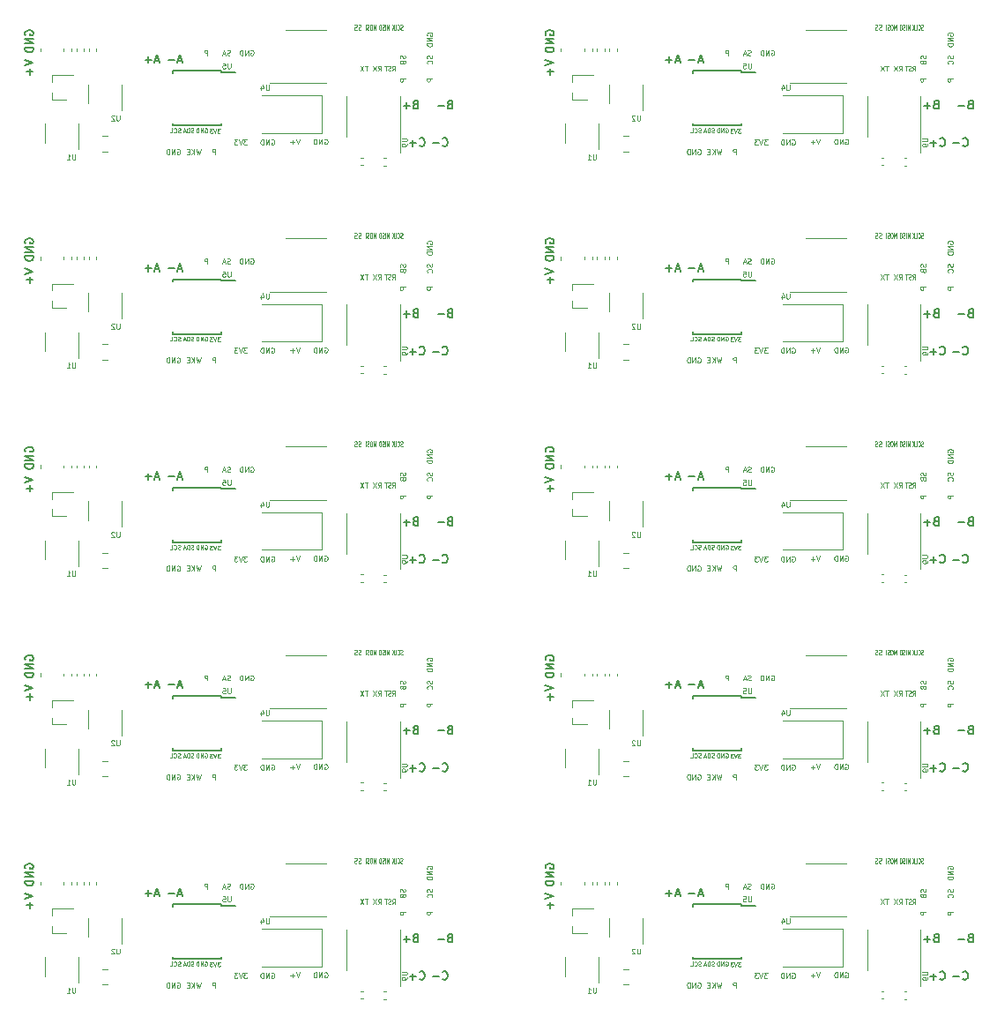
<source format=gbr>
G04 #@! TF.GenerationSoftware,KiCad,Pcbnew,(5.1.9)-1*
G04 #@! TF.CreationDate,2021-05-17T22:57:24+10:00*
G04 #@! TF.ProjectId,microBoSL-panel,6d696372-6f42-46f5-934c-2d70616e656c,rev?*
G04 #@! TF.SameCoordinates,Original*
G04 #@! TF.FileFunction,Legend,Bot*
G04 #@! TF.FilePolarity,Positive*
%FSLAX46Y46*%
G04 Gerber Fmt 4.6, Leading zero omitted, Abs format (unit mm)*
G04 Created by KiCad (PCBNEW (5.1.9)-1) date 2021-05-17 22:57:24*
%MOMM*%
%LPD*%
G01*
G04 APERTURE LIST*
%ADD10C,0.125000*%
%ADD11C,0.150000*%
%ADD12C,0.100000*%
%ADD13C,0.075000*%
%ADD14C,0.120000*%
G04 APERTURE END LIST*
D10*
X104470958Y-133730033D02*
X104518577Y-133706223D01*
X104590006Y-133706223D01*
X104661434Y-133730033D01*
X104709053Y-133777652D01*
X104732863Y-133825271D01*
X104756672Y-133920509D01*
X104756672Y-133991937D01*
X104732863Y-134087175D01*
X104709053Y-134134794D01*
X104661434Y-134182413D01*
X104590006Y-134206223D01*
X104542386Y-134206223D01*
X104470958Y-134182413D01*
X104447148Y-134158604D01*
X104447148Y-133991937D01*
X104542386Y-133991937D01*
X104232863Y-134206223D02*
X104232863Y-133706223D01*
X103947148Y-134206223D01*
X103947148Y-133706223D01*
X103709053Y-134206223D02*
X103709053Y-133706223D01*
X103590006Y-133706223D01*
X103518577Y-133730033D01*
X103470958Y-133777652D01*
X103447148Y-133825271D01*
X103423339Y-133920509D01*
X103423339Y-133991937D01*
X103447148Y-134087175D01*
X103470958Y-134134794D01*
X103518577Y-134182413D01*
X103590006Y-134206223D01*
X103709053Y-134206223D01*
X109580958Y-133680033D02*
X109628577Y-133656223D01*
X109700006Y-133656223D01*
X109771434Y-133680033D01*
X109819053Y-133727652D01*
X109842863Y-133775271D01*
X109866672Y-133870509D01*
X109866672Y-133941937D01*
X109842863Y-134037175D01*
X109819053Y-134084794D01*
X109771434Y-134132413D01*
X109700006Y-134156223D01*
X109652386Y-134156223D01*
X109580958Y-134132413D01*
X109557148Y-134108604D01*
X109557148Y-133941937D01*
X109652386Y-133941937D01*
X109342863Y-134156223D02*
X109342863Y-133656223D01*
X109057148Y-134156223D01*
X109057148Y-133656223D01*
X108819053Y-134156223D02*
X108819053Y-133656223D01*
X108700006Y-133656223D01*
X108628577Y-133680033D01*
X108580958Y-133727652D01*
X108557148Y-133775271D01*
X108533339Y-133870509D01*
X108533339Y-133941937D01*
X108557148Y-134037175D01*
X108580958Y-134084794D01*
X108628577Y-134132413D01*
X108700006Y-134156223D01*
X108819053Y-134156223D01*
X107176196Y-133656223D02*
X107009529Y-134156223D01*
X106842863Y-133656223D01*
X106676196Y-133965747D02*
X106295244Y-133965747D01*
X106485720Y-134156223D02*
X106485720Y-133775271D01*
X102109053Y-133706223D02*
X101799529Y-133706223D01*
X101966196Y-133896699D01*
X101894767Y-133896699D01*
X101847148Y-133920509D01*
X101823339Y-133944318D01*
X101799529Y-133991937D01*
X101799529Y-134110985D01*
X101823339Y-134158604D01*
X101847148Y-134182413D01*
X101894767Y-134206223D01*
X102037625Y-134206223D01*
X102085244Y-134182413D01*
X102109053Y-134158604D01*
X101656672Y-133706223D02*
X101490006Y-134206223D01*
X101323339Y-133706223D01*
X101204291Y-133706223D02*
X100894767Y-133706223D01*
X101061434Y-133896699D01*
X100990006Y-133896699D01*
X100942386Y-133920509D01*
X100918577Y-133944318D01*
X100894767Y-133991937D01*
X100894767Y-134110985D01*
X100918577Y-134158604D01*
X100942386Y-134182413D01*
X100990006Y-134206223D01*
X101132863Y-134206223D01*
X101180482Y-134182413D01*
X101204291Y-134158604D01*
X99080958Y-135126223D02*
X99080958Y-134626223D01*
X98890482Y-134626223D01*
X98842863Y-134650033D01*
X98819053Y-134673842D01*
X98795244Y-134721461D01*
X98795244Y-134792890D01*
X98819053Y-134840509D01*
X98842863Y-134864318D01*
X98890482Y-134888128D01*
X99080958Y-134888128D01*
X95430958Y-134650033D02*
X95478577Y-134626223D01*
X95550006Y-134626223D01*
X95621434Y-134650033D01*
X95669053Y-134697652D01*
X95692863Y-134745271D01*
X95716672Y-134840509D01*
X95716672Y-134911937D01*
X95692863Y-135007175D01*
X95669053Y-135054794D01*
X95621434Y-135102413D01*
X95550006Y-135126223D01*
X95502386Y-135126223D01*
X95430958Y-135102413D01*
X95407148Y-135078604D01*
X95407148Y-134911937D01*
X95502386Y-134911937D01*
X95192863Y-135126223D02*
X95192863Y-134626223D01*
X94907148Y-135126223D01*
X94907148Y-134626223D01*
X94669053Y-135126223D02*
X94669053Y-134626223D01*
X94550006Y-134626223D01*
X94478577Y-134650033D01*
X94430958Y-134697652D01*
X94407148Y-134745271D01*
X94383339Y-134840509D01*
X94383339Y-134911937D01*
X94407148Y-135007175D01*
X94430958Y-135054794D01*
X94478577Y-135102413D01*
X94550006Y-135126223D01*
X94669053Y-135126223D01*
X97690482Y-134626223D02*
X97571434Y-135126223D01*
X97476196Y-134769080D01*
X97380958Y-135126223D01*
X97261910Y-134626223D01*
X97071434Y-135126223D02*
X97071434Y-134626223D01*
X96785720Y-135126223D02*
X97000006Y-134840509D01*
X96785720Y-134626223D02*
X97071434Y-134911937D01*
X96571434Y-134864318D02*
X96404767Y-134864318D01*
X96333339Y-135126223D02*
X96571434Y-135126223D01*
X96571434Y-134626223D01*
X96333339Y-134626223D01*
D11*
X120897625Y-134285747D02*
X120935720Y-134323842D01*
X121050006Y-134361937D01*
X121126196Y-134361937D01*
X121240482Y-134323842D01*
X121316672Y-134247652D01*
X121354767Y-134171461D01*
X121392863Y-134019080D01*
X121392863Y-133904794D01*
X121354767Y-133752413D01*
X121316672Y-133676223D01*
X121240482Y-133600033D01*
X121126196Y-133561937D01*
X121050006Y-133561937D01*
X120935720Y-133600033D01*
X120897625Y-133638128D01*
X120554767Y-134057175D02*
X119945244Y-134057175D01*
X118697625Y-134285747D02*
X118735720Y-134323842D01*
X118850006Y-134361937D01*
X118926196Y-134361937D01*
X119040482Y-134323842D01*
X119116672Y-134247652D01*
X119154767Y-134171461D01*
X119192863Y-134019080D01*
X119192863Y-133904794D01*
X119154767Y-133752413D01*
X119116672Y-133676223D01*
X119040482Y-133600033D01*
X118926196Y-133561937D01*
X118850006Y-133561937D01*
X118735720Y-133600033D01*
X118697625Y-133638128D01*
X118354767Y-134057175D02*
X117745244Y-134057175D01*
X118050006Y-134361937D02*
X118050006Y-133752413D01*
X80850006Y-123665509D02*
X80811910Y-123589318D01*
X80811910Y-123475033D01*
X80850006Y-123360747D01*
X80926196Y-123284556D01*
X81002386Y-123246461D01*
X81154767Y-123208366D01*
X81269053Y-123208366D01*
X81421434Y-123246461D01*
X81497625Y-123284556D01*
X81573815Y-123360747D01*
X81611910Y-123475033D01*
X81611910Y-123551223D01*
X81573815Y-123665509D01*
X81535720Y-123703604D01*
X81269053Y-123703604D01*
X81269053Y-123551223D01*
X81611910Y-124046461D02*
X80811910Y-124046461D01*
X81611910Y-124503604D01*
X80811910Y-124503604D01*
X81611910Y-124884556D02*
X80811910Y-124884556D01*
X80811910Y-125075033D01*
X80850006Y-125189318D01*
X80926196Y-125265509D01*
X81002386Y-125303604D01*
X81154767Y-125341699D01*
X81269053Y-125341699D01*
X81421434Y-125303604D01*
X81497625Y-125265509D01*
X81573815Y-125189318D01*
X81611910Y-125075033D01*
X81611910Y-124884556D01*
X80761910Y-126088128D02*
X81561910Y-126354794D01*
X80761910Y-126621461D01*
X81257148Y-126888128D02*
X81257148Y-127497652D01*
X81561910Y-127192890D02*
X80952386Y-127192890D01*
D10*
X113730958Y-126626223D02*
X113445244Y-126626223D01*
X113588101Y-127126223D02*
X113588101Y-126626223D01*
X113326196Y-126626223D02*
X112992863Y-127126223D01*
X112992863Y-126626223D02*
X113326196Y-127126223D01*
D12*
X113054767Y-123152413D02*
X112997625Y-123176223D01*
X112902386Y-123176223D01*
X112864291Y-123152413D01*
X112845244Y-123128604D01*
X112826196Y-123080985D01*
X112826196Y-123033366D01*
X112845244Y-122985747D01*
X112864291Y-122961937D01*
X112902386Y-122938128D01*
X112978577Y-122914318D01*
X113016672Y-122890509D01*
X113035720Y-122866699D01*
X113054767Y-122819080D01*
X113054767Y-122771461D01*
X113035720Y-122723842D01*
X113016672Y-122700033D01*
X112978577Y-122676223D01*
X112883339Y-122676223D01*
X112826196Y-122700033D01*
X112673815Y-123152413D02*
X112616672Y-123176223D01*
X112521434Y-123176223D01*
X112483339Y-123152413D01*
X112464291Y-123128604D01*
X112445244Y-123080985D01*
X112445244Y-123033366D01*
X112464291Y-122985747D01*
X112483339Y-122961937D01*
X112521434Y-122938128D01*
X112597625Y-122914318D01*
X112635720Y-122890509D01*
X112654767Y-122866699D01*
X112673815Y-122819080D01*
X112673815Y-122771461D01*
X112654767Y-122723842D01*
X112635720Y-122700033D01*
X112597625Y-122676223D01*
X112502386Y-122676223D01*
X112445244Y-122700033D01*
X116069053Y-127126223D02*
X116202386Y-126888128D01*
X116297625Y-127126223D02*
X116297625Y-126626223D01*
X116145244Y-126626223D01*
X116107148Y-126650033D01*
X116088101Y-126673842D01*
X116069053Y-126721461D01*
X116069053Y-126792890D01*
X116088101Y-126840509D01*
X116107148Y-126864318D01*
X116145244Y-126888128D01*
X116297625Y-126888128D01*
X115916672Y-127102413D02*
X115859529Y-127126223D01*
X115764291Y-127126223D01*
X115726196Y-127102413D01*
X115707148Y-127078604D01*
X115688101Y-127030985D01*
X115688101Y-126983366D01*
X115707148Y-126935747D01*
X115726196Y-126911937D01*
X115764291Y-126888128D01*
X115840482Y-126864318D01*
X115878577Y-126840509D01*
X115897625Y-126816699D01*
X115916672Y-126769080D01*
X115916672Y-126721461D01*
X115897625Y-126673842D01*
X115878577Y-126650033D01*
X115840482Y-126626223D01*
X115745244Y-126626223D01*
X115688101Y-126650033D01*
X115573815Y-126626223D02*
X115345244Y-126626223D01*
X115459529Y-127126223D02*
X115459529Y-126626223D01*
D10*
X114733339Y-127126223D02*
X114900006Y-126888128D01*
X115019053Y-127126223D02*
X115019053Y-126626223D01*
X114828577Y-126626223D01*
X114780958Y-126650033D01*
X114757148Y-126673842D01*
X114733339Y-126721461D01*
X114733339Y-126792890D01*
X114757148Y-126840509D01*
X114780958Y-126864318D01*
X114828577Y-126888128D01*
X115019053Y-126888128D01*
X114566672Y-126626223D02*
X114233339Y-127126223D01*
X114233339Y-126626223D02*
X114566672Y-127126223D01*
D13*
X115771434Y-123176223D02*
X115771434Y-122676223D01*
X115671434Y-123033366D01*
X115571434Y-122676223D01*
X115571434Y-123176223D01*
X115428577Y-123176223D02*
X115428577Y-122676223D01*
X115300006Y-123152413D02*
X115257148Y-123176223D01*
X115185720Y-123176223D01*
X115157148Y-123152413D01*
X115142863Y-123128604D01*
X115128577Y-123080985D01*
X115128577Y-123033366D01*
X115142863Y-122985747D01*
X115157148Y-122961937D01*
X115185720Y-122938128D01*
X115242863Y-122914318D01*
X115271434Y-122890509D01*
X115285720Y-122866699D01*
X115300006Y-122819080D01*
X115300006Y-122771461D01*
X115285720Y-122723842D01*
X115271434Y-122700033D01*
X115242863Y-122676223D01*
X115171434Y-122676223D01*
X115128577Y-122700033D01*
X114942863Y-122676223D02*
X114885720Y-122676223D01*
X114857148Y-122700033D01*
X114828577Y-122747652D01*
X114814291Y-122842890D01*
X114814291Y-123009556D01*
X114828577Y-123104794D01*
X114857148Y-123152413D01*
X114885720Y-123176223D01*
X114942863Y-123176223D01*
X114971434Y-123152413D01*
X115000006Y-123104794D01*
X115014291Y-123009556D01*
X115014291Y-122842890D01*
X115000006Y-122747652D01*
X114971434Y-122700033D01*
X114942863Y-122676223D01*
X117057148Y-123152413D02*
X117014291Y-123176223D01*
X116942863Y-123176223D01*
X116914291Y-123152413D01*
X116900006Y-123128604D01*
X116885720Y-123080985D01*
X116885720Y-123033366D01*
X116900006Y-122985747D01*
X116914291Y-122961937D01*
X116942863Y-122938128D01*
X117000006Y-122914318D01*
X117028577Y-122890509D01*
X117042863Y-122866699D01*
X117057148Y-122819080D01*
X117057148Y-122771461D01*
X117042863Y-122723842D01*
X117028577Y-122700033D01*
X117000006Y-122676223D01*
X116928577Y-122676223D01*
X116885720Y-122700033D01*
X116585720Y-123128604D02*
X116600006Y-123152413D01*
X116642863Y-123176223D01*
X116671434Y-123176223D01*
X116714291Y-123152413D01*
X116742863Y-123104794D01*
X116757148Y-123057175D01*
X116771434Y-122961937D01*
X116771434Y-122890509D01*
X116757148Y-122795271D01*
X116742863Y-122747652D01*
X116714291Y-122700033D01*
X116671434Y-122676223D01*
X116642863Y-122676223D01*
X116600006Y-122700033D01*
X116585720Y-122723842D01*
X116314291Y-123176223D02*
X116457148Y-123176223D01*
X116457148Y-122676223D01*
X116214291Y-123176223D02*
X116214291Y-122676223D01*
X116042863Y-123176223D02*
X116171434Y-122890509D01*
X116042863Y-122676223D02*
X116214291Y-122961937D01*
X114471434Y-123176223D02*
X114471434Y-122676223D01*
X114371434Y-123033366D01*
X114271434Y-122676223D01*
X114271434Y-123176223D01*
X114071434Y-122676223D02*
X114014291Y-122676223D01*
X113985720Y-122700033D01*
X113957148Y-122747652D01*
X113942863Y-122842890D01*
X113942863Y-123009556D01*
X113957148Y-123104794D01*
X113985720Y-123152413D01*
X114014291Y-123176223D01*
X114071434Y-123176223D01*
X114100006Y-123152413D01*
X114128577Y-123104794D01*
X114142863Y-123009556D01*
X114142863Y-122842890D01*
X114128577Y-122747652D01*
X114100006Y-122700033D01*
X114071434Y-122676223D01*
X113828577Y-123152413D02*
X113785720Y-123176223D01*
X113714291Y-123176223D01*
X113685720Y-123152413D01*
X113671434Y-123128604D01*
X113657148Y-123080985D01*
X113657148Y-123033366D01*
X113671434Y-122985747D01*
X113685720Y-122961937D01*
X113714291Y-122938128D01*
X113771434Y-122914318D01*
X113800006Y-122890509D01*
X113814291Y-122866699D01*
X113828577Y-122819080D01*
X113828577Y-122771461D01*
X113814291Y-122723842D01*
X113800006Y-122700033D01*
X113771434Y-122676223D01*
X113700006Y-122676223D01*
X113657148Y-122700033D01*
X113528577Y-123176223D02*
X113528577Y-122676223D01*
D12*
X99545244Y-132680985D02*
X99297625Y-132680985D01*
X99430958Y-132833366D01*
X99373815Y-132833366D01*
X99335720Y-132852413D01*
X99316672Y-132871461D01*
X99297625Y-132909556D01*
X99297625Y-133004794D01*
X99316672Y-133042890D01*
X99335720Y-133061937D01*
X99373815Y-133080985D01*
X99488101Y-133080985D01*
X99526196Y-133061937D01*
X99545244Y-133042890D01*
X99183339Y-132680985D02*
X99050006Y-133080985D01*
X98916672Y-132680985D01*
X98821434Y-132680985D02*
X98573815Y-132680985D01*
X98707148Y-132833366D01*
X98650006Y-132833366D01*
X98611910Y-132852413D01*
X98592863Y-132871461D01*
X98573815Y-132909556D01*
X98573815Y-133004794D01*
X98592863Y-133042890D01*
X98611910Y-133061937D01*
X98650006Y-133080985D01*
X98764291Y-133080985D01*
X98802386Y-133061937D01*
X98821434Y-133042890D01*
X95726196Y-133011937D02*
X95669053Y-133030985D01*
X95573815Y-133030985D01*
X95535720Y-133011937D01*
X95516672Y-132992890D01*
X95497625Y-132954794D01*
X95497625Y-132916699D01*
X95516672Y-132878604D01*
X95535720Y-132859556D01*
X95573815Y-132840509D01*
X95650006Y-132821461D01*
X95688101Y-132802413D01*
X95707148Y-132783366D01*
X95726196Y-132745271D01*
X95726196Y-132707175D01*
X95707148Y-132669080D01*
X95688101Y-132650033D01*
X95650006Y-132630985D01*
X95554767Y-132630985D01*
X95497625Y-132650033D01*
X95097625Y-132992890D02*
X95116672Y-133011937D01*
X95173815Y-133030985D01*
X95211910Y-133030985D01*
X95269053Y-133011937D01*
X95307148Y-132973842D01*
X95326196Y-132935747D01*
X95345244Y-132859556D01*
X95345244Y-132802413D01*
X95326196Y-132726223D01*
X95307148Y-132688128D01*
X95269053Y-132650033D01*
X95211910Y-132630985D01*
X95173815Y-132630985D01*
X95116672Y-132650033D01*
X95097625Y-132669080D01*
X94735720Y-133030985D02*
X94926196Y-133030985D01*
X94926196Y-132630985D01*
X98104767Y-132650033D02*
X98142863Y-132630985D01*
X98200006Y-132630985D01*
X98257148Y-132650033D01*
X98295244Y-132688128D01*
X98314291Y-132726223D01*
X98333339Y-132802413D01*
X98333339Y-132859556D01*
X98314291Y-132935747D01*
X98295244Y-132973842D01*
X98257148Y-133011937D01*
X98200006Y-133030985D01*
X98161910Y-133030985D01*
X98104767Y-133011937D01*
X98085720Y-132992890D01*
X98085720Y-132859556D01*
X98161910Y-132859556D01*
X97914291Y-133030985D02*
X97914291Y-132630985D01*
X97685720Y-133030985D01*
X97685720Y-132630985D01*
X97495244Y-133030985D02*
X97495244Y-132630985D01*
X97400006Y-132630985D01*
X97342863Y-132650033D01*
X97304767Y-132688128D01*
X97285720Y-132726223D01*
X97266672Y-132802413D01*
X97266672Y-132859556D01*
X97285720Y-132935747D01*
X97304767Y-132973842D01*
X97342863Y-133011937D01*
X97400006Y-133030985D01*
X97495244Y-133030985D01*
X96985720Y-133011937D02*
X96928577Y-133030985D01*
X96833339Y-133030985D01*
X96795244Y-133011937D01*
X96776196Y-132992890D01*
X96757148Y-132954794D01*
X96757148Y-132916699D01*
X96776196Y-132878604D01*
X96795244Y-132859556D01*
X96833339Y-132840509D01*
X96909529Y-132821461D01*
X96947625Y-132802413D01*
X96966672Y-132783366D01*
X96985720Y-132745271D01*
X96985720Y-132707175D01*
X96966672Y-132669080D01*
X96947625Y-132650033D01*
X96909529Y-132630985D01*
X96814291Y-132630985D01*
X96757148Y-132650033D01*
X96585720Y-133030985D02*
X96585720Y-132630985D01*
X96490482Y-132630985D01*
X96433339Y-132650033D01*
X96395244Y-132688128D01*
X96376196Y-132726223D01*
X96357148Y-132802413D01*
X96357148Y-132859556D01*
X96376196Y-132935747D01*
X96395244Y-132973842D01*
X96433339Y-133011937D01*
X96490482Y-133030985D01*
X96585720Y-133030985D01*
X96204767Y-132916699D02*
X96014291Y-132916699D01*
X96242863Y-133030985D02*
X96109529Y-132630985D01*
X95976196Y-133030985D01*
D11*
X121588101Y-130342890D02*
X121473815Y-130380985D01*
X121435720Y-130419080D01*
X121397625Y-130495271D01*
X121397625Y-130609556D01*
X121435720Y-130685747D01*
X121473815Y-130723842D01*
X121550006Y-130761937D01*
X121854767Y-130761937D01*
X121854767Y-129961937D01*
X121588101Y-129961937D01*
X121511910Y-130000033D01*
X121473815Y-130038128D01*
X121435720Y-130114318D01*
X121435720Y-130190509D01*
X121473815Y-130266699D01*
X121511910Y-130304794D01*
X121588101Y-130342890D01*
X121854767Y-130342890D01*
X121054767Y-130457175D02*
X120445244Y-130457175D01*
X118288101Y-130342890D02*
X118173815Y-130380985D01*
X118135720Y-130419080D01*
X118097625Y-130495271D01*
X118097625Y-130609556D01*
X118135720Y-130685747D01*
X118173815Y-130723842D01*
X118250006Y-130761937D01*
X118554767Y-130761937D01*
X118554767Y-129961937D01*
X118288101Y-129961937D01*
X118211910Y-130000033D01*
X118173815Y-130038128D01*
X118135720Y-130114318D01*
X118135720Y-130190509D01*
X118173815Y-130266699D01*
X118211910Y-130304794D01*
X118288101Y-130342890D01*
X118554767Y-130342890D01*
X117754767Y-130457175D02*
X117145244Y-130457175D01*
X117450006Y-130761937D02*
X117450006Y-130152413D01*
X93685720Y-126133366D02*
X93304767Y-126133366D01*
X93761910Y-126361937D02*
X93495244Y-125561937D01*
X93228577Y-126361937D01*
X92961910Y-126057175D02*
X92352386Y-126057175D01*
X92657148Y-126361937D02*
X92657148Y-125752413D01*
X95885720Y-126133366D02*
X95504767Y-126133366D01*
X95961910Y-126361937D02*
X95695244Y-125561937D01*
X95428577Y-126361937D01*
X95161910Y-126057175D02*
X94552386Y-126057175D01*
D10*
X98330958Y-125626223D02*
X98330958Y-125126223D01*
X98140482Y-125126223D01*
X98092863Y-125150033D01*
X98069053Y-125173842D01*
X98045244Y-125221461D01*
X98045244Y-125292890D01*
X98069053Y-125340509D01*
X98092863Y-125364318D01*
X98140482Y-125388128D01*
X98330958Y-125388128D01*
X100507148Y-125602413D02*
X100435720Y-125626223D01*
X100316672Y-125626223D01*
X100269053Y-125602413D01*
X100245244Y-125578604D01*
X100221434Y-125530985D01*
X100221434Y-125483366D01*
X100245244Y-125435747D01*
X100269053Y-125411937D01*
X100316672Y-125388128D01*
X100411910Y-125364318D01*
X100459529Y-125340509D01*
X100483339Y-125316699D01*
X100507148Y-125269080D01*
X100507148Y-125221461D01*
X100483339Y-125173842D01*
X100459529Y-125150033D01*
X100411910Y-125126223D01*
X100292863Y-125126223D01*
X100221434Y-125150033D01*
X100030958Y-125483366D02*
X99792863Y-125483366D01*
X100078577Y-125626223D02*
X99911910Y-125126223D01*
X99745244Y-125626223D01*
X102480958Y-125150033D02*
X102528577Y-125126223D01*
X102600006Y-125126223D01*
X102671434Y-125150033D01*
X102719053Y-125197652D01*
X102742863Y-125245271D01*
X102766672Y-125340509D01*
X102766672Y-125411937D01*
X102742863Y-125507175D01*
X102719053Y-125554794D01*
X102671434Y-125602413D01*
X102600006Y-125626223D01*
X102552386Y-125626223D01*
X102480958Y-125602413D01*
X102457148Y-125578604D01*
X102457148Y-125411937D01*
X102552386Y-125411937D01*
X102242863Y-125626223D02*
X102242863Y-125126223D01*
X101957148Y-125626223D01*
X101957148Y-125126223D01*
X101719053Y-125626223D02*
X101719053Y-125126223D01*
X101600006Y-125126223D01*
X101528577Y-125150033D01*
X101480958Y-125197652D01*
X101457148Y-125245271D01*
X101433339Y-125340509D01*
X101433339Y-125411937D01*
X101457148Y-125507175D01*
X101480958Y-125554794D01*
X101528577Y-125602413D01*
X101600006Y-125626223D01*
X101719053Y-125626223D01*
X119450006Y-123719080D02*
X119426196Y-123671461D01*
X119426196Y-123600033D01*
X119450006Y-123528604D01*
X119497625Y-123480985D01*
X119545244Y-123457175D01*
X119640482Y-123433366D01*
X119711910Y-123433366D01*
X119807148Y-123457175D01*
X119854767Y-123480985D01*
X119902386Y-123528604D01*
X119926196Y-123600033D01*
X119926196Y-123647652D01*
X119902386Y-123719080D01*
X119878577Y-123742890D01*
X119711910Y-123742890D01*
X119711910Y-123647652D01*
X119926196Y-123957175D02*
X119426196Y-123957175D01*
X119926196Y-124242890D01*
X119426196Y-124242890D01*
X119926196Y-124480985D02*
X119426196Y-124480985D01*
X119426196Y-124600033D01*
X119450006Y-124671461D01*
X119497625Y-124719080D01*
X119545244Y-124742890D01*
X119640482Y-124766699D01*
X119711910Y-124766699D01*
X119807148Y-124742890D01*
X119854767Y-124719080D01*
X119902386Y-124671461D01*
X119926196Y-124600033D01*
X119926196Y-124480985D01*
X119926196Y-127869080D02*
X119426196Y-127869080D01*
X119426196Y-128059556D01*
X119450006Y-128107175D01*
X119473815Y-128130985D01*
X119521434Y-128154794D01*
X119592863Y-128154794D01*
X119640482Y-128130985D01*
X119664291Y-128107175D01*
X119688101Y-128059556D01*
X119688101Y-127869080D01*
X119902386Y-125657175D02*
X119926196Y-125728604D01*
X119926196Y-125847652D01*
X119902386Y-125895271D01*
X119878577Y-125919080D01*
X119830958Y-125942890D01*
X119783339Y-125942890D01*
X119735720Y-125919080D01*
X119711910Y-125895271D01*
X119688101Y-125847652D01*
X119664291Y-125752413D01*
X119640482Y-125704794D01*
X119616672Y-125680985D01*
X119569053Y-125657175D01*
X119521434Y-125657175D01*
X119473815Y-125680985D01*
X119450006Y-125704794D01*
X119426196Y-125752413D01*
X119426196Y-125871461D01*
X119450006Y-125942890D01*
X119878577Y-126442890D02*
X119902386Y-126419080D01*
X119926196Y-126347652D01*
X119926196Y-126300033D01*
X119902386Y-126228604D01*
X119854767Y-126180985D01*
X119807148Y-126157175D01*
X119711910Y-126133366D01*
X119640482Y-126133366D01*
X119545244Y-126157175D01*
X119497625Y-126180985D01*
X119450006Y-126228604D01*
X119426196Y-126300033D01*
X119426196Y-126347652D01*
X119450006Y-126419080D01*
X119473815Y-126442890D01*
X117302386Y-125657175D02*
X117326196Y-125728604D01*
X117326196Y-125847652D01*
X117302386Y-125895271D01*
X117278577Y-125919080D01*
X117230958Y-125942890D01*
X117183339Y-125942890D01*
X117135720Y-125919080D01*
X117111910Y-125895271D01*
X117088101Y-125847652D01*
X117064291Y-125752413D01*
X117040482Y-125704794D01*
X117016672Y-125680985D01*
X116969053Y-125657175D01*
X116921434Y-125657175D01*
X116873815Y-125680985D01*
X116850006Y-125704794D01*
X116826196Y-125752413D01*
X116826196Y-125871461D01*
X116850006Y-125942890D01*
X117064291Y-126323842D02*
X117088101Y-126395271D01*
X117111910Y-126419080D01*
X117159529Y-126442890D01*
X117230958Y-126442890D01*
X117278577Y-126419080D01*
X117302386Y-126395271D01*
X117326196Y-126347652D01*
X117326196Y-126157175D01*
X116826196Y-126157175D01*
X116826196Y-126323842D01*
X116850006Y-126371461D01*
X116873815Y-126395271D01*
X116921434Y-126419080D01*
X116969053Y-126419080D01*
X117016672Y-126395271D01*
X117040482Y-126371461D01*
X117064291Y-126323842D01*
X117064291Y-126157175D01*
X117326196Y-127869080D02*
X116826196Y-127869080D01*
X116826196Y-128059556D01*
X116850006Y-128107175D01*
X116873815Y-128130985D01*
X116921434Y-128154794D01*
X116992863Y-128154794D01*
X117040482Y-128130985D01*
X117064291Y-128107175D01*
X117088101Y-128059556D01*
X117088101Y-127869080D01*
X54470949Y-133730033D02*
X54518568Y-133706223D01*
X54589997Y-133706223D01*
X54661425Y-133730033D01*
X54709044Y-133777652D01*
X54732854Y-133825271D01*
X54756663Y-133920509D01*
X54756663Y-133991937D01*
X54732854Y-134087175D01*
X54709044Y-134134794D01*
X54661425Y-134182413D01*
X54589997Y-134206223D01*
X54542377Y-134206223D01*
X54470949Y-134182413D01*
X54447139Y-134158604D01*
X54447139Y-133991937D01*
X54542377Y-133991937D01*
X54232854Y-134206223D02*
X54232854Y-133706223D01*
X53947139Y-134206223D01*
X53947139Y-133706223D01*
X53709044Y-134206223D02*
X53709044Y-133706223D01*
X53589997Y-133706223D01*
X53518568Y-133730033D01*
X53470949Y-133777652D01*
X53447139Y-133825271D01*
X53423330Y-133920509D01*
X53423330Y-133991937D01*
X53447139Y-134087175D01*
X53470949Y-134134794D01*
X53518568Y-134182413D01*
X53589997Y-134206223D01*
X53709044Y-134206223D01*
X59580949Y-133680033D02*
X59628568Y-133656223D01*
X59699997Y-133656223D01*
X59771425Y-133680033D01*
X59819044Y-133727652D01*
X59842854Y-133775271D01*
X59866663Y-133870509D01*
X59866663Y-133941937D01*
X59842854Y-134037175D01*
X59819044Y-134084794D01*
X59771425Y-134132413D01*
X59699997Y-134156223D01*
X59652377Y-134156223D01*
X59580949Y-134132413D01*
X59557139Y-134108604D01*
X59557139Y-133941937D01*
X59652377Y-133941937D01*
X59342854Y-134156223D02*
X59342854Y-133656223D01*
X59057139Y-134156223D01*
X59057139Y-133656223D01*
X58819044Y-134156223D02*
X58819044Y-133656223D01*
X58699997Y-133656223D01*
X58628568Y-133680033D01*
X58580949Y-133727652D01*
X58557139Y-133775271D01*
X58533330Y-133870509D01*
X58533330Y-133941937D01*
X58557139Y-134037175D01*
X58580949Y-134084794D01*
X58628568Y-134132413D01*
X58699997Y-134156223D01*
X58819044Y-134156223D01*
X57176187Y-133656223D02*
X57009520Y-134156223D01*
X56842854Y-133656223D01*
X56676187Y-133965747D02*
X56295235Y-133965747D01*
X56485711Y-134156223D02*
X56485711Y-133775271D01*
X52109044Y-133706223D02*
X51799520Y-133706223D01*
X51966187Y-133896699D01*
X51894758Y-133896699D01*
X51847139Y-133920509D01*
X51823330Y-133944318D01*
X51799520Y-133991937D01*
X51799520Y-134110985D01*
X51823330Y-134158604D01*
X51847139Y-134182413D01*
X51894758Y-134206223D01*
X52037616Y-134206223D01*
X52085235Y-134182413D01*
X52109044Y-134158604D01*
X51656663Y-133706223D02*
X51489997Y-134206223D01*
X51323330Y-133706223D01*
X51204282Y-133706223D02*
X50894758Y-133706223D01*
X51061425Y-133896699D01*
X50989997Y-133896699D01*
X50942377Y-133920509D01*
X50918568Y-133944318D01*
X50894758Y-133991937D01*
X50894758Y-134110985D01*
X50918568Y-134158604D01*
X50942377Y-134182413D01*
X50989997Y-134206223D01*
X51132854Y-134206223D01*
X51180473Y-134182413D01*
X51204282Y-134158604D01*
X49080949Y-135126223D02*
X49080949Y-134626223D01*
X48890473Y-134626223D01*
X48842854Y-134650033D01*
X48819044Y-134673842D01*
X48795235Y-134721461D01*
X48795235Y-134792890D01*
X48819044Y-134840509D01*
X48842854Y-134864318D01*
X48890473Y-134888128D01*
X49080949Y-134888128D01*
X45430949Y-134650033D02*
X45478568Y-134626223D01*
X45549997Y-134626223D01*
X45621425Y-134650033D01*
X45669044Y-134697652D01*
X45692854Y-134745271D01*
X45716663Y-134840509D01*
X45716663Y-134911937D01*
X45692854Y-135007175D01*
X45669044Y-135054794D01*
X45621425Y-135102413D01*
X45549997Y-135126223D01*
X45502377Y-135126223D01*
X45430949Y-135102413D01*
X45407139Y-135078604D01*
X45407139Y-134911937D01*
X45502377Y-134911937D01*
X45192854Y-135126223D02*
X45192854Y-134626223D01*
X44907139Y-135126223D01*
X44907139Y-134626223D01*
X44669044Y-135126223D02*
X44669044Y-134626223D01*
X44549997Y-134626223D01*
X44478568Y-134650033D01*
X44430949Y-134697652D01*
X44407139Y-134745271D01*
X44383330Y-134840509D01*
X44383330Y-134911937D01*
X44407139Y-135007175D01*
X44430949Y-135054794D01*
X44478568Y-135102413D01*
X44549997Y-135126223D01*
X44669044Y-135126223D01*
X47690473Y-134626223D02*
X47571425Y-135126223D01*
X47476187Y-134769080D01*
X47380949Y-135126223D01*
X47261901Y-134626223D01*
X47071425Y-135126223D02*
X47071425Y-134626223D01*
X46785711Y-135126223D02*
X46999997Y-134840509D01*
X46785711Y-134626223D02*
X47071425Y-134911937D01*
X46571425Y-134864318D02*
X46404758Y-134864318D01*
X46333330Y-135126223D02*
X46571425Y-135126223D01*
X46571425Y-134626223D01*
X46333330Y-134626223D01*
D11*
X70897616Y-134285747D02*
X70935711Y-134323842D01*
X71049997Y-134361937D01*
X71126187Y-134361937D01*
X71240473Y-134323842D01*
X71316663Y-134247652D01*
X71354758Y-134171461D01*
X71392854Y-134019080D01*
X71392854Y-133904794D01*
X71354758Y-133752413D01*
X71316663Y-133676223D01*
X71240473Y-133600033D01*
X71126187Y-133561937D01*
X71049997Y-133561937D01*
X70935711Y-133600033D01*
X70897616Y-133638128D01*
X70554758Y-134057175D02*
X69945235Y-134057175D01*
X68697616Y-134285747D02*
X68735711Y-134323842D01*
X68849997Y-134361937D01*
X68926187Y-134361937D01*
X69040473Y-134323842D01*
X69116663Y-134247652D01*
X69154758Y-134171461D01*
X69192854Y-134019080D01*
X69192854Y-133904794D01*
X69154758Y-133752413D01*
X69116663Y-133676223D01*
X69040473Y-133600033D01*
X68926187Y-133561937D01*
X68849997Y-133561937D01*
X68735711Y-133600033D01*
X68697616Y-133638128D01*
X68354758Y-134057175D02*
X67745235Y-134057175D01*
X68049997Y-134361937D02*
X68049997Y-133752413D01*
X30849997Y-123665509D02*
X30811901Y-123589318D01*
X30811901Y-123475033D01*
X30849997Y-123360747D01*
X30926187Y-123284556D01*
X31002377Y-123246461D01*
X31154758Y-123208366D01*
X31269044Y-123208366D01*
X31421425Y-123246461D01*
X31497616Y-123284556D01*
X31573806Y-123360747D01*
X31611901Y-123475033D01*
X31611901Y-123551223D01*
X31573806Y-123665509D01*
X31535711Y-123703604D01*
X31269044Y-123703604D01*
X31269044Y-123551223D01*
X31611901Y-124046461D02*
X30811901Y-124046461D01*
X31611901Y-124503604D01*
X30811901Y-124503604D01*
X31611901Y-124884556D02*
X30811901Y-124884556D01*
X30811901Y-125075033D01*
X30849997Y-125189318D01*
X30926187Y-125265509D01*
X31002377Y-125303604D01*
X31154758Y-125341699D01*
X31269044Y-125341699D01*
X31421425Y-125303604D01*
X31497616Y-125265509D01*
X31573806Y-125189318D01*
X31611901Y-125075033D01*
X31611901Y-124884556D01*
X30761901Y-126088128D02*
X31561901Y-126354794D01*
X30761901Y-126621461D01*
X31257139Y-126888128D02*
X31257139Y-127497652D01*
X31561901Y-127192890D02*
X30952377Y-127192890D01*
D10*
X63730949Y-126626223D02*
X63445235Y-126626223D01*
X63588092Y-127126223D02*
X63588092Y-126626223D01*
X63326187Y-126626223D02*
X62992854Y-127126223D01*
X62992854Y-126626223D02*
X63326187Y-127126223D01*
D12*
X63054758Y-123152413D02*
X62997616Y-123176223D01*
X62902377Y-123176223D01*
X62864282Y-123152413D01*
X62845235Y-123128604D01*
X62826187Y-123080985D01*
X62826187Y-123033366D01*
X62845235Y-122985747D01*
X62864282Y-122961937D01*
X62902377Y-122938128D01*
X62978568Y-122914318D01*
X63016663Y-122890509D01*
X63035711Y-122866699D01*
X63054758Y-122819080D01*
X63054758Y-122771461D01*
X63035711Y-122723842D01*
X63016663Y-122700033D01*
X62978568Y-122676223D01*
X62883330Y-122676223D01*
X62826187Y-122700033D01*
X62673806Y-123152413D02*
X62616663Y-123176223D01*
X62521425Y-123176223D01*
X62483330Y-123152413D01*
X62464282Y-123128604D01*
X62445235Y-123080985D01*
X62445235Y-123033366D01*
X62464282Y-122985747D01*
X62483330Y-122961937D01*
X62521425Y-122938128D01*
X62597616Y-122914318D01*
X62635711Y-122890509D01*
X62654758Y-122866699D01*
X62673806Y-122819080D01*
X62673806Y-122771461D01*
X62654758Y-122723842D01*
X62635711Y-122700033D01*
X62597616Y-122676223D01*
X62502377Y-122676223D01*
X62445235Y-122700033D01*
X66069044Y-127126223D02*
X66202377Y-126888128D01*
X66297616Y-127126223D02*
X66297616Y-126626223D01*
X66145235Y-126626223D01*
X66107139Y-126650033D01*
X66088092Y-126673842D01*
X66069044Y-126721461D01*
X66069044Y-126792890D01*
X66088092Y-126840509D01*
X66107139Y-126864318D01*
X66145235Y-126888128D01*
X66297616Y-126888128D01*
X65916663Y-127102413D02*
X65859520Y-127126223D01*
X65764282Y-127126223D01*
X65726187Y-127102413D01*
X65707139Y-127078604D01*
X65688092Y-127030985D01*
X65688092Y-126983366D01*
X65707139Y-126935747D01*
X65726187Y-126911937D01*
X65764282Y-126888128D01*
X65840473Y-126864318D01*
X65878568Y-126840509D01*
X65897616Y-126816699D01*
X65916663Y-126769080D01*
X65916663Y-126721461D01*
X65897616Y-126673842D01*
X65878568Y-126650033D01*
X65840473Y-126626223D01*
X65745235Y-126626223D01*
X65688092Y-126650033D01*
X65573806Y-126626223D02*
X65345235Y-126626223D01*
X65459520Y-127126223D02*
X65459520Y-126626223D01*
D10*
X64733330Y-127126223D02*
X64899997Y-126888128D01*
X65019044Y-127126223D02*
X65019044Y-126626223D01*
X64828568Y-126626223D01*
X64780949Y-126650033D01*
X64757139Y-126673842D01*
X64733330Y-126721461D01*
X64733330Y-126792890D01*
X64757139Y-126840509D01*
X64780949Y-126864318D01*
X64828568Y-126888128D01*
X65019044Y-126888128D01*
X64566663Y-126626223D02*
X64233330Y-127126223D01*
X64233330Y-126626223D02*
X64566663Y-127126223D01*
D13*
X65771425Y-123176223D02*
X65771425Y-122676223D01*
X65671425Y-123033366D01*
X65571425Y-122676223D01*
X65571425Y-123176223D01*
X65428568Y-123176223D02*
X65428568Y-122676223D01*
X65299997Y-123152413D02*
X65257139Y-123176223D01*
X65185711Y-123176223D01*
X65157139Y-123152413D01*
X65142854Y-123128604D01*
X65128568Y-123080985D01*
X65128568Y-123033366D01*
X65142854Y-122985747D01*
X65157139Y-122961937D01*
X65185711Y-122938128D01*
X65242854Y-122914318D01*
X65271425Y-122890509D01*
X65285711Y-122866699D01*
X65299997Y-122819080D01*
X65299997Y-122771461D01*
X65285711Y-122723842D01*
X65271425Y-122700033D01*
X65242854Y-122676223D01*
X65171425Y-122676223D01*
X65128568Y-122700033D01*
X64942854Y-122676223D02*
X64885711Y-122676223D01*
X64857139Y-122700033D01*
X64828568Y-122747652D01*
X64814282Y-122842890D01*
X64814282Y-123009556D01*
X64828568Y-123104794D01*
X64857139Y-123152413D01*
X64885711Y-123176223D01*
X64942854Y-123176223D01*
X64971425Y-123152413D01*
X64999997Y-123104794D01*
X65014282Y-123009556D01*
X65014282Y-122842890D01*
X64999997Y-122747652D01*
X64971425Y-122700033D01*
X64942854Y-122676223D01*
X67057139Y-123152413D02*
X67014282Y-123176223D01*
X66942854Y-123176223D01*
X66914282Y-123152413D01*
X66899997Y-123128604D01*
X66885711Y-123080985D01*
X66885711Y-123033366D01*
X66899997Y-122985747D01*
X66914282Y-122961937D01*
X66942854Y-122938128D01*
X66999997Y-122914318D01*
X67028568Y-122890509D01*
X67042854Y-122866699D01*
X67057139Y-122819080D01*
X67057139Y-122771461D01*
X67042854Y-122723842D01*
X67028568Y-122700033D01*
X66999997Y-122676223D01*
X66928568Y-122676223D01*
X66885711Y-122700033D01*
X66585711Y-123128604D02*
X66599997Y-123152413D01*
X66642854Y-123176223D01*
X66671425Y-123176223D01*
X66714282Y-123152413D01*
X66742854Y-123104794D01*
X66757139Y-123057175D01*
X66771425Y-122961937D01*
X66771425Y-122890509D01*
X66757139Y-122795271D01*
X66742854Y-122747652D01*
X66714282Y-122700033D01*
X66671425Y-122676223D01*
X66642854Y-122676223D01*
X66599997Y-122700033D01*
X66585711Y-122723842D01*
X66314282Y-123176223D02*
X66457139Y-123176223D01*
X66457139Y-122676223D01*
X66214282Y-123176223D02*
X66214282Y-122676223D01*
X66042854Y-123176223D02*
X66171425Y-122890509D01*
X66042854Y-122676223D02*
X66214282Y-122961937D01*
X64471425Y-123176223D02*
X64471425Y-122676223D01*
X64371425Y-123033366D01*
X64271425Y-122676223D01*
X64271425Y-123176223D01*
X64071425Y-122676223D02*
X64014282Y-122676223D01*
X63985711Y-122700033D01*
X63957139Y-122747652D01*
X63942854Y-122842890D01*
X63942854Y-123009556D01*
X63957139Y-123104794D01*
X63985711Y-123152413D01*
X64014282Y-123176223D01*
X64071425Y-123176223D01*
X64099997Y-123152413D01*
X64128568Y-123104794D01*
X64142854Y-123009556D01*
X64142854Y-122842890D01*
X64128568Y-122747652D01*
X64099997Y-122700033D01*
X64071425Y-122676223D01*
X63828568Y-123152413D02*
X63785711Y-123176223D01*
X63714282Y-123176223D01*
X63685711Y-123152413D01*
X63671425Y-123128604D01*
X63657139Y-123080985D01*
X63657139Y-123033366D01*
X63671425Y-122985747D01*
X63685711Y-122961937D01*
X63714282Y-122938128D01*
X63771425Y-122914318D01*
X63799997Y-122890509D01*
X63814282Y-122866699D01*
X63828568Y-122819080D01*
X63828568Y-122771461D01*
X63814282Y-122723842D01*
X63799997Y-122700033D01*
X63771425Y-122676223D01*
X63699997Y-122676223D01*
X63657139Y-122700033D01*
X63528568Y-123176223D02*
X63528568Y-122676223D01*
D12*
X49545235Y-132680985D02*
X49297616Y-132680985D01*
X49430949Y-132833366D01*
X49373806Y-132833366D01*
X49335711Y-132852413D01*
X49316663Y-132871461D01*
X49297616Y-132909556D01*
X49297616Y-133004794D01*
X49316663Y-133042890D01*
X49335711Y-133061937D01*
X49373806Y-133080985D01*
X49488092Y-133080985D01*
X49526187Y-133061937D01*
X49545235Y-133042890D01*
X49183330Y-132680985D02*
X49049997Y-133080985D01*
X48916663Y-132680985D01*
X48821425Y-132680985D02*
X48573806Y-132680985D01*
X48707139Y-132833366D01*
X48649997Y-132833366D01*
X48611901Y-132852413D01*
X48592854Y-132871461D01*
X48573806Y-132909556D01*
X48573806Y-133004794D01*
X48592854Y-133042890D01*
X48611901Y-133061937D01*
X48649997Y-133080985D01*
X48764282Y-133080985D01*
X48802377Y-133061937D01*
X48821425Y-133042890D01*
X45726187Y-133011937D02*
X45669044Y-133030985D01*
X45573806Y-133030985D01*
X45535711Y-133011937D01*
X45516663Y-132992890D01*
X45497616Y-132954794D01*
X45497616Y-132916699D01*
X45516663Y-132878604D01*
X45535711Y-132859556D01*
X45573806Y-132840509D01*
X45649997Y-132821461D01*
X45688092Y-132802413D01*
X45707139Y-132783366D01*
X45726187Y-132745271D01*
X45726187Y-132707175D01*
X45707139Y-132669080D01*
X45688092Y-132650033D01*
X45649997Y-132630985D01*
X45554758Y-132630985D01*
X45497616Y-132650033D01*
X45097616Y-132992890D02*
X45116663Y-133011937D01*
X45173806Y-133030985D01*
X45211901Y-133030985D01*
X45269044Y-133011937D01*
X45307139Y-132973842D01*
X45326187Y-132935747D01*
X45345235Y-132859556D01*
X45345235Y-132802413D01*
X45326187Y-132726223D01*
X45307139Y-132688128D01*
X45269044Y-132650033D01*
X45211901Y-132630985D01*
X45173806Y-132630985D01*
X45116663Y-132650033D01*
X45097616Y-132669080D01*
X44735711Y-133030985D02*
X44926187Y-133030985D01*
X44926187Y-132630985D01*
X48104758Y-132650033D02*
X48142854Y-132630985D01*
X48199997Y-132630985D01*
X48257139Y-132650033D01*
X48295235Y-132688128D01*
X48314282Y-132726223D01*
X48333330Y-132802413D01*
X48333330Y-132859556D01*
X48314282Y-132935747D01*
X48295235Y-132973842D01*
X48257139Y-133011937D01*
X48199997Y-133030985D01*
X48161901Y-133030985D01*
X48104758Y-133011937D01*
X48085711Y-132992890D01*
X48085711Y-132859556D01*
X48161901Y-132859556D01*
X47914282Y-133030985D02*
X47914282Y-132630985D01*
X47685711Y-133030985D01*
X47685711Y-132630985D01*
X47495235Y-133030985D02*
X47495235Y-132630985D01*
X47399997Y-132630985D01*
X47342854Y-132650033D01*
X47304758Y-132688128D01*
X47285711Y-132726223D01*
X47266663Y-132802413D01*
X47266663Y-132859556D01*
X47285711Y-132935747D01*
X47304758Y-132973842D01*
X47342854Y-133011937D01*
X47399997Y-133030985D01*
X47495235Y-133030985D01*
X46985711Y-133011937D02*
X46928568Y-133030985D01*
X46833330Y-133030985D01*
X46795235Y-133011937D01*
X46776187Y-132992890D01*
X46757139Y-132954794D01*
X46757139Y-132916699D01*
X46776187Y-132878604D01*
X46795235Y-132859556D01*
X46833330Y-132840509D01*
X46909520Y-132821461D01*
X46947616Y-132802413D01*
X46966663Y-132783366D01*
X46985711Y-132745271D01*
X46985711Y-132707175D01*
X46966663Y-132669080D01*
X46947616Y-132650033D01*
X46909520Y-132630985D01*
X46814282Y-132630985D01*
X46757139Y-132650033D01*
X46585711Y-133030985D02*
X46585711Y-132630985D01*
X46490473Y-132630985D01*
X46433330Y-132650033D01*
X46395235Y-132688128D01*
X46376187Y-132726223D01*
X46357139Y-132802413D01*
X46357139Y-132859556D01*
X46376187Y-132935747D01*
X46395235Y-132973842D01*
X46433330Y-133011937D01*
X46490473Y-133030985D01*
X46585711Y-133030985D01*
X46204758Y-132916699D02*
X46014282Y-132916699D01*
X46242854Y-133030985D02*
X46109520Y-132630985D01*
X45976187Y-133030985D01*
D11*
X71588092Y-130342890D02*
X71473806Y-130380985D01*
X71435711Y-130419080D01*
X71397616Y-130495271D01*
X71397616Y-130609556D01*
X71435711Y-130685747D01*
X71473806Y-130723842D01*
X71549997Y-130761937D01*
X71854758Y-130761937D01*
X71854758Y-129961937D01*
X71588092Y-129961937D01*
X71511901Y-130000033D01*
X71473806Y-130038128D01*
X71435711Y-130114318D01*
X71435711Y-130190509D01*
X71473806Y-130266699D01*
X71511901Y-130304794D01*
X71588092Y-130342890D01*
X71854758Y-130342890D01*
X71054758Y-130457175D02*
X70445235Y-130457175D01*
X68288092Y-130342890D02*
X68173806Y-130380985D01*
X68135711Y-130419080D01*
X68097616Y-130495271D01*
X68097616Y-130609556D01*
X68135711Y-130685747D01*
X68173806Y-130723842D01*
X68249997Y-130761937D01*
X68554758Y-130761937D01*
X68554758Y-129961937D01*
X68288092Y-129961937D01*
X68211901Y-130000033D01*
X68173806Y-130038128D01*
X68135711Y-130114318D01*
X68135711Y-130190509D01*
X68173806Y-130266699D01*
X68211901Y-130304794D01*
X68288092Y-130342890D01*
X68554758Y-130342890D01*
X67754758Y-130457175D02*
X67145235Y-130457175D01*
X67449997Y-130761937D02*
X67449997Y-130152413D01*
X43685711Y-126133366D02*
X43304758Y-126133366D01*
X43761901Y-126361937D02*
X43495235Y-125561937D01*
X43228568Y-126361937D01*
X42961901Y-126057175D02*
X42352377Y-126057175D01*
X42657139Y-126361937D02*
X42657139Y-125752413D01*
X45885711Y-126133366D02*
X45504758Y-126133366D01*
X45961901Y-126361937D02*
X45695235Y-125561937D01*
X45428568Y-126361937D01*
X45161901Y-126057175D02*
X44552377Y-126057175D01*
D10*
X48330949Y-125626223D02*
X48330949Y-125126223D01*
X48140473Y-125126223D01*
X48092854Y-125150033D01*
X48069044Y-125173842D01*
X48045235Y-125221461D01*
X48045235Y-125292890D01*
X48069044Y-125340509D01*
X48092854Y-125364318D01*
X48140473Y-125388128D01*
X48330949Y-125388128D01*
X50507139Y-125602413D02*
X50435711Y-125626223D01*
X50316663Y-125626223D01*
X50269044Y-125602413D01*
X50245235Y-125578604D01*
X50221425Y-125530985D01*
X50221425Y-125483366D01*
X50245235Y-125435747D01*
X50269044Y-125411937D01*
X50316663Y-125388128D01*
X50411901Y-125364318D01*
X50459520Y-125340509D01*
X50483330Y-125316699D01*
X50507139Y-125269080D01*
X50507139Y-125221461D01*
X50483330Y-125173842D01*
X50459520Y-125150033D01*
X50411901Y-125126223D01*
X50292854Y-125126223D01*
X50221425Y-125150033D01*
X50030949Y-125483366D02*
X49792854Y-125483366D01*
X50078568Y-125626223D02*
X49911901Y-125126223D01*
X49745235Y-125626223D01*
X52480949Y-125150033D02*
X52528568Y-125126223D01*
X52599997Y-125126223D01*
X52671425Y-125150033D01*
X52719044Y-125197652D01*
X52742854Y-125245271D01*
X52766663Y-125340509D01*
X52766663Y-125411937D01*
X52742854Y-125507175D01*
X52719044Y-125554794D01*
X52671425Y-125602413D01*
X52599997Y-125626223D01*
X52552377Y-125626223D01*
X52480949Y-125602413D01*
X52457139Y-125578604D01*
X52457139Y-125411937D01*
X52552377Y-125411937D01*
X52242854Y-125626223D02*
X52242854Y-125126223D01*
X51957139Y-125626223D01*
X51957139Y-125126223D01*
X51719044Y-125626223D02*
X51719044Y-125126223D01*
X51599997Y-125126223D01*
X51528568Y-125150033D01*
X51480949Y-125197652D01*
X51457139Y-125245271D01*
X51433330Y-125340509D01*
X51433330Y-125411937D01*
X51457139Y-125507175D01*
X51480949Y-125554794D01*
X51528568Y-125602413D01*
X51599997Y-125626223D01*
X51719044Y-125626223D01*
X69449997Y-123719080D02*
X69426187Y-123671461D01*
X69426187Y-123600033D01*
X69449997Y-123528604D01*
X69497616Y-123480985D01*
X69545235Y-123457175D01*
X69640473Y-123433366D01*
X69711901Y-123433366D01*
X69807139Y-123457175D01*
X69854758Y-123480985D01*
X69902377Y-123528604D01*
X69926187Y-123600033D01*
X69926187Y-123647652D01*
X69902377Y-123719080D01*
X69878568Y-123742890D01*
X69711901Y-123742890D01*
X69711901Y-123647652D01*
X69926187Y-123957175D02*
X69426187Y-123957175D01*
X69926187Y-124242890D01*
X69426187Y-124242890D01*
X69926187Y-124480985D02*
X69426187Y-124480985D01*
X69426187Y-124600033D01*
X69449997Y-124671461D01*
X69497616Y-124719080D01*
X69545235Y-124742890D01*
X69640473Y-124766699D01*
X69711901Y-124766699D01*
X69807139Y-124742890D01*
X69854758Y-124719080D01*
X69902377Y-124671461D01*
X69926187Y-124600033D01*
X69926187Y-124480985D01*
X69926187Y-127869080D02*
X69426187Y-127869080D01*
X69426187Y-128059556D01*
X69449997Y-128107175D01*
X69473806Y-128130985D01*
X69521425Y-128154794D01*
X69592854Y-128154794D01*
X69640473Y-128130985D01*
X69664282Y-128107175D01*
X69688092Y-128059556D01*
X69688092Y-127869080D01*
X69902377Y-125657175D02*
X69926187Y-125728604D01*
X69926187Y-125847652D01*
X69902377Y-125895271D01*
X69878568Y-125919080D01*
X69830949Y-125942890D01*
X69783330Y-125942890D01*
X69735711Y-125919080D01*
X69711901Y-125895271D01*
X69688092Y-125847652D01*
X69664282Y-125752413D01*
X69640473Y-125704794D01*
X69616663Y-125680985D01*
X69569044Y-125657175D01*
X69521425Y-125657175D01*
X69473806Y-125680985D01*
X69449997Y-125704794D01*
X69426187Y-125752413D01*
X69426187Y-125871461D01*
X69449997Y-125942890D01*
X69878568Y-126442890D02*
X69902377Y-126419080D01*
X69926187Y-126347652D01*
X69926187Y-126300033D01*
X69902377Y-126228604D01*
X69854758Y-126180985D01*
X69807139Y-126157175D01*
X69711901Y-126133366D01*
X69640473Y-126133366D01*
X69545235Y-126157175D01*
X69497616Y-126180985D01*
X69449997Y-126228604D01*
X69426187Y-126300033D01*
X69426187Y-126347652D01*
X69449997Y-126419080D01*
X69473806Y-126442890D01*
X67302377Y-125657175D02*
X67326187Y-125728604D01*
X67326187Y-125847652D01*
X67302377Y-125895271D01*
X67278568Y-125919080D01*
X67230949Y-125942890D01*
X67183330Y-125942890D01*
X67135711Y-125919080D01*
X67111901Y-125895271D01*
X67088092Y-125847652D01*
X67064282Y-125752413D01*
X67040473Y-125704794D01*
X67016663Y-125680985D01*
X66969044Y-125657175D01*
X66921425Y-125657175D01*
X66873806Y-125680985D01*
X66849997Y-125704794D01*
X66826187Y-125752413D01*
X66826187Y-125871461D01*
X66849997Y-125942890D01*
X67064282Y-126323842D02*
X67088092Y-126395271D01*
X67111901Y-126419080D01*
X67159520Y-126442890D01*
X67230949Y-126442890D01*
X67278568Y-126419080D01*
X67302377Y-126395271D01*
X67326187Y-126347652D01*
X67326187Y-126157175D01*
X66826187Y-126157175D01*
X66826187Y-126323842D01*
X66849997Y-126371461D01*
X66873806Y-126395271D01*
X66921425Y-126419080D01*
X66969044Y-126419080D01*
X67016663Y-126395271D01*
X67040473Y-126371461D01*
X67064282Y-126323842D01*
X67064282Y-126157175D01*
X67326187Y-127869080D02*
X66826187Y-127869080D01*
X66826187Y-128059556D01*
X66849997Y-128107175D01*
X66873806Y-128130985D01*
X66921425Y-128154794D01*
X66992854Y-128154794D01*
X67040473Y-128130985D01*
X67064282Y-128107175D01*
X67088092Y-128059556D01*
X67088092Y-127869080D01*
X104470958Y-113730024D02*
X104518577Y-113706214D01*
X104590006Y-113706214D01*
X104661434Y-113730024D01*
X104709053Y-113777643D01*
X104732863Y-113825262D01*
X104756672Y-113920500D01*
X104756672Y-113991928D01*
X104732863Y-114087166D01*
X104709053Y-114134785D01*
X104661434Y-114182404D01*
X104590006Y-114206214D01*
X104542386Y-114206214D01*
X104470958Y-114182404D01*
X104447148Y-114158595D01*
X104447148Y-113991928D01*
X104542386Y-113991928D01*
X104232863Y-114206214D02*
X104232863Y-113706214D01*
X103947148Y-114206214D01*
X103947148Y-113706214D01*
X103709053Y-114206214D02*
X103709053Y-113706214D01*
X103590006Y-113706214D01*
X103518577Y-113730024D01*
X103470958Y-113777643D01*
X103447148Y-113825262D01*
X103423339Y-113920500D01*
X103423339Y-113991928D01*
X103447148Y-114087166D01*
X103470958Y-114134785D01*
X103518577Y-114182404D01*
X103590006Y-114206214D01*
X103709053Y-114206214D01*
X109580958Y-113680024D02*
X109628577Y-113656214D01*
X109700006Y-113656214D01*
X109771434Y-113680024D01*
X109819053Y-113727643D01*
X109842863Y-113775262D01*
X109866672Y-113870500D01*
X109866672Y-113941928D01*
X109842863Y-114037166D01*
X109819053Y-114084785D01*
X109771434Y-114132404D01*
X109700006Y-114156214D01*
X109652386Y-114156214D01*
X109580958Y-114132404D01*
X109557148Y-114108595D01*
X109557148Y-113941928D01*
X109652386Y-113941928D01*
X109342863Y-114156214D02*
X109342863Y-113656214D01*
X109057148Y-114156214D01*
X109057148Y-113656214D01*
X108819053Y-114156214D02*
X108819053Y-113656214D01*
X108700006Y-113656214D01*
X108628577Y-113680024D01*
X108580958Y-113727643D01*
X108557148Y-113775262D01*
X108533339Y-113870500D01*
X108533339Y-113941928D01*
X108557148Y-114037166D01*
X108580958Y-114084785D01*
X108628577Y-114132404D01*
X108700006Y-114156214D01*
X108819053Y-114156214D01*
X107176196Y-113656214D02*
X107009529Y-114156214D01*
X106842863Y-113656214D01*
X106676196Y-113965738D02*
X106295244Y-113965738D01*
X106485720Y-114156214D02*
X106485720Y-113775262D01*
X102109053Y-113706214D02*
X101799529Y-113706214D01*
X101966196Y-113896690D01*
X101894767Y-113896690D01*
X101847148Y-113920500D01*
X101823339Y-113944309D01*
X101799529Y-113991928D01*
X101799529Y-114110976D01*
X101823339Y-114158595D01*
X101847148Y-114182404D01*
X101894767Y-114206214D01*
X102037625Y-114206214D01*
X102085244Y-114182404D01*
X102109053Y-114158595D01*
X101656672Y-113706214D02*
X101490006Y-114206214D01*
X101323339Y-113706214D01*
X101204291Y-113706214D02*
X100894767Y-113706214D01*
X101061434Y-113896690D01*
X100990006Y-113896690D01*
X100942386Y-113920500D01*
X100918577Y-113944309D01*
X100894767Y-113991928D01*
X100894767Y-114110976D01*
X100918577Y-114158595D01*
X100942386Y-114182404D01*
X100990006Y-114206214D01*
X101132863Y-114206214D01*
X101180482Y-114182404D01*
X101204291Y-114158595D01*
X99080958Y-115126214D02*
X99080958Y-114626214D01*
X98890482Y-114626214D01*
X98842863Y-114650024D01*
X98819053Y-114673833D01*
X98795244Y-114721452D01*
X98795244Y-114792881D01*
X98819053Y-114840500D01*
X98842863Y-114864309D01*
X98890482Y-114888119D01*
X99080958Y-114888119D01*
X95430958Y-114650024D02*
X95478577Y-114626214D01*
X95550006Y-114626214D01*
X95621434Y-114650024D01*
X95669053Y-114697643D01*
X95692863Y-114745262D01*
X95716672Y-114840500D01*
X95716672Y-114911928D01*
X95692863Y-115007166D01*
X95669053Y-115054785D01*
X95621434Y-115102404D01*
X95550006Y-115126214D01*
X95502386Y-115126214D01*
X95430958Y-115102404D01*
X95407148Y-115078595D01*
X95407148Y-114911928D01*
X95502386Y-114911928D01*
X95192863Y-115126214D02*
X95192863Y-114626214D01*
X94907148Y-115126214D01*
X94907148Y-114626214D01*
X94669053Y-115126214D02*
X94669053Y-114626214D01*
X94550006Y-114626214D01*
X94478577Y-114650024D01*
X94430958Y-114697643D01*
X94407148Y-114745262D01*
X94383339Y-114840500D01*
X94383339Y-114911928D01*
X94407148Y-115007166D01*
X94430958Y-115054785D01*
X94478577Y-115102404D01*
X94550006Y-115126214D01*
X94669053Y-115126214D01*
X97690482Y-114626214D02*
X97571434Y-115126214D01*
X97476196Y-114769071D01*
X97380958Y-115126214D01*
X97261910Y-114626214D01*
X97071434Y-115126214D02*
X97071434Y-114626214D01*
X96785720Y-115126214D02*
X97000006Y-114840500D01*
X96785720Y-114626214D02*
X97071434Y-114911928D01*
X96571434Y-114864309D02*
X96404767Y-114864309D01*
X96333339Y-115126214D02*
X96571434Y-115126214D01*
X96571434Y-114626214D01*
X96333339Y-114626214D01*
D11*
X120897625Y-114285738D02*
X120935720Y-114323833D01*
X121050006Y-114361928D01*
X121126196Y-114361928D01*
X121240482Y-114323833D01*
X121316672Y-114247643D01*
X121354767Y-114171452D01*
X121392863Y-114019071D01*
X121392863Y-113904785D01*
X121354767Y-113752404D01*
X121316672Y-113676214D01*
X121240482Y-113600024D01*
X121126196Y-113561928D01*
X121050006Y-113561928D01*
X120935720Y-113600024D01*
X120897625Y-113638119D01*
X120554767Y-114057166D02*
X119945244Y-114057166D01*
X118697625Y-114285738D02*
X118735720Y-114323833D01*
X118850006Y-114361928D01*
X118926196Y-114361928D01*
X119040482Y-114323833D01*
X119116672Y-114247643D01*
X119154767Y-114171452D01*
X119192863Y-114019071D01*
X119192863Y-113904785D01*
X119154767Y-113752404D01*
X119116672Y-113676214D01*
X119040482Y-113600024D01*
X118926196Y-113561928D01*
X118850006Y-113561928D01*
X118735720Y-113600024D01*
X118697625Y-113638119D01*
X118354767Y-114057166D02*
X117745244Y-114057166D01*
X118050006Y-114361928D02*
X118050006Y-113752404D01*
X80850006Y-103665500D02*
X80811910Y-103589309D01*
X80811910Y-103475024D01*
X80850006Y-103360738D01*
X80926196Y-103284547D01*
X81002386Y-103246452D01*
X81154767Y-103208357D01*
X81269053Y-103208357D01*
X81421434Y-103246452D01*
X81497625Y-103284547D01*
X81573815Y-103360738D01*
X81611910Y-103475024D01*
X81611910Y-103551214D01*
X81573815Y-103665500D01*
X81535720Y-103703595D01*
X81269053Y-103703595D01*
X81269053Y-103551214D01*
X81611910Y-104046452D02*
X80811910Y-104046452D01*
X81611910Y-104503595D01*
X80811910Y-104503595D01*
X81611910Y-104884547D02*
X80811910Y-104884547D01*
X80811910Y-105075024D01*
X80850006Y-105189309D01*
X80926196Y-105265500D01*
X81002386Y-105303595D01*
X81154767Y-105341690D01*
X81269053Y-105341690D01*
X81421434Y-105303595D01*
X81497625Y-105265500D01*
X81573815Y-105189309D01*
X81611910Y-105075024D01*
X81611910Y-104884547D01*
X80761910Y-106088119D02*
X81561910Y-106354785D01*
X80761910Y-106621452D01*
X81257148Y-106888119D02*
X81257148Y-107497643D01*
X81561910Y-107192881D02*
X80952386Y-107192881D01*
D10*
X113730958Y-106626214D02*
X113445244Y-106626214D01*
X113588101Y-107126214D02*
X113588101Y-106626214D01*
X113326196Y-106626214D02*
X112992863Y-107126214D01*
X112992863Y-106626214D02*
X113326196Y-107126214D01*
D12*
X113054767Y-103152404D02*
X112997625Y-103176214D01*
X112902386Y-103176214D01*
X112864291Y-103152404D01*
X112845244Y-103128595D01*
X112826196Y-103080976D01*
X112826196Y-103033357D01*
X112845244Y-102985738D01*
X112864291Y-102961928D01*
X112902386Y-102938119D01*
X112978577Y-102914309D01*
X113016672Y-102890500D01*
X113035720Y-102866690D01*
X113054767Y-102819071D01*
X113054767Y-102771452D01*
X113035720Y-102723833D01*
X113016672Y-102700024D01*
X112978577Y-102676214D01*
X112883339Y-102676214D01*
X112826196Y-102700024D01*
X112673815Y-103152404D02*
X112616672Y-103176214D01*
X112521434Y-103176214D01*
X112483339Y-103152404D01*
X112464291Y-103128595D01*
X112445244Y-103080976D01*
X112445244Y-103033357D01*
X112464291Y-102985738D01*
X112483339Y-102961928D01*
X112521434Y-102938119D01*
X112597625Y-102914309D01*
X112635720Y-102890500D01*
X112654767Y-102866690D01*
X112673815Y-102819071D01*
X112673815Y-102771452D01*
X112654767Y-102723833D01*
X112635720Y-102700024D01*
X112597625Y-102676214D01*
X112502386Y-102676214D01*
X112445244Y-102700024D01*
X116069053Y-107126214D02*
X116202386Y-106888119D01*
X116297625Y-107126214D02*
X116297625Y-106626214D01*
X116145244Y-106626214D01*
X116107148Y-106650024D01*
X116088101Y-106673833D01*
X116069053Y-106721452D01*
X116069053Y-106792881D01*
X116088101Y-106840500D01*
X116107148Y-106864309D01*
X116145244Y-106888119D01*
X116297625Y-106888119D01*
X115916672Y-107102404D02*
X115859529Y-107126214D01*
X115764291Y-107126214D01*
X115726196Y-107102404D01*
X115707148Y-107078595D01*
X115688101Y-107030976D01*
X115688101Y-106983357D01*
X115707148Y-106935738D01*
X115726196Y-106911928D01*
X115764291Y-106888119D01*
X115840482Y-106864309D01*
X115878577Y-106840500D01*
X115897625Y-106816690D01*
X115916672Y-106769071D01*
X115916672Y-106721452D01*
X115897625Y-106673833D01*
X115878577Y-106650024D01*
X115840482Y-106626214D01*
X115745244Y-106626214D01*
X115688101Y-106650024D01*
X115573815Y-106626214D02*
X115345244Y-106626214D01*
X115459529Y-107126214D02*
X115459529Y-106626214D01*
D10*
X114733339Y-107126214D02*
X114900006Y-106888119D01*
X115019053Y-107126214D02*
X115019053Y-106626214D01*
X114828577Y-106626214D01*
X114780958Y-106650024D01*
X114757148Y-106673833D01*
X114733339Y-106721452D01*
X114733339Y-106792881D01*
X114757148Y-106840500D01*
X114780958Y-106864309D01*
X114828577Y-106888119D01*
X115019053Y-106888119D01*
X114566672Y-106626214D02*
X114233339Y-107126214D01*
X114233339Y-106626214D02*
X114566672Y-107126214D01*
D13*
X115771434Y-103176214D02*
X115771434Y-102676214D01*
X115671434Y-103033357D01*
X115571434Y-102676214D01*
X115571434Y-103176214D01*
X115428577Y-103176214D02*
X115428577Y-102676214D01*
X115300006Y-103152404D02*
X115257148Y-103176214D01*
X115185720Y-103176214D01*
X115157148Y-103152404D01*
X115142863Y-103128595D01*
X115128577Y-103080976D01*
X115128577Y-103033357D01*
X115142863Y-102985738D01*
X115157148Y-102961928D01*
X115185720Y-102938119D01*
X115242863Y-102914309D01*
X115271434Y-102890500D01*
X115285720Y-102866690D01*
X115300006Y-102819071D01*
X115300006Y-102771452D01*
X115285720Y-102723833D01*
X115271434Y-102700024D01*
X115242863Y-102676214D01*
X115171434Y-102676214D01*
X115128577Y-102700024D01*
X114942863Y-102676214D02*
X114885720Y-102676214D01*
X114857148Y-102700024D01*
X114828577Y-102747643D01*
X114814291Y-102842881D01*
X114814291Y-103009547D01*
X114828577Y-103104785D01*
X114857148Y-103152404D01*
X114885720Y-103176214D01*
X114942863Y-103176214D01*
X114971434Y-103152404D01*
X115000006Y-103104785D01*
X115014291Y-103009547D01*
X115014291Y-102842881D01*
X115000006Y-102747643D01*
X114971434Y-102700024D01*
X114942863Y-102676214D01*
X117057148Y-103152404D02*
X117014291Y-103176214D01*
X116942863Y-103176214D01*
X116914291Y-103152404D01*
X116900006Y-103128595D01*
X116885720Y-103080976D01*
X116885720Y-103033357D01*
X116900006Y-102985738D01*
X116914291Y-102961928D01*
X116942863Y-102938119D01*
X117000006Y-102914309D01*
X117028577Y-102890500D01*
X117042863Y-102866690D01*
X117057148Y-102819071D01*
X117057148Y-102771452D01*
X117042863Y-102723833D01*
X117028577Y-102700024D01*
X117000006Y-102676214D01*
X116928577Y-102676214D01*
X116885720Y-102700024D01*
X116585720Y-103128595D02*
X116600006Y-103152404D01*
X116642863Y-103176214D01*
X116671434Y-103176214D01*
X116714291Y-103152404D01*
X116742863Y-103104785D01*
X116757148Y-103057166D01*
X116771434Y-102961928D01*
X116771434Y-102890500D01*
X116757148Y-102795262D01*
X116742863Y-102747643D01*
X116714291Y-102700024D01*
X116671434Y-102676214D01*
X116642863Y-102676214D01*
X116600006Y-102700024D01*
X116585720Y-102723833D01*
X116314291Y-103176214D02*
X116457148Y-103176214D01*
X116457148Y-102676214D01*
X116214291Y-103176214D02*
X116214291Y-102676214D01*
X116042863Y-103176214D02*
X116171434Y-102890500D01*
X116042863Y-102676214D02*
X116214291Y-102961928D01*
X114471434Y-103176214D02*
X114471434Y-102676214D01*
X114371434Y-103033357D01*
X114271434Y-102676214D01*
X114271434Y-103176214D01*
X114071434Y-102676214D02*
X114014291Y-102676214D01*
X113985720Y-102700024D01*
X113957148Y-102747643D01*
X113942863Y-102842881D01*
X113942863Y-103009547D01*
X113957148Y-103104785D01*
X113985720Y-103152404D01*
X114014291Y-103176214D01*
X114071434Y-103176214D01*
X114100006Y-103152404D01*
X114128577Y-103104785D01*
X114142863Y-103009547D01*
X114142863Y-102842881D01*
X114128577Y-102747643D01*
X114100006Y-102700024D01*
X114071434Y-102676214D01*
X113828577Y-103152404D02*
X113785720Y-103176214D01*
X113714291Y-103176214D01*
X113685720Y-103152404D01*
X113671434Y-103128595D01*
X113657148Y-103080976D01*
X113657148Y-103033357D01*
X113671434Y-102985738D01*
X113685720Y-102961928D01*
X113714291Y-102938119D01*
X113771434Y-102914309D01*
X113800006Y-102890500D01*
X113814291Y-102866690D01*
X113828577Y-102819071D01*
X113828577Y-102771452D01*
X113814291Y-102723833D01*
X113800006Y-102700024D01*
X113771434Y-102676214D01*
X113700006Y-102676214D01*
X113657148Y-102700024D01*
X113528577Y-103176214D02*
X113528577Y-102676214D01*
D12*
X99545244Y-112680976D02*
X99297625Y-112680976D01*
X99430958Y-112833357D01*
X99373815Y-112833357D01*
X99335720Y-112852404D01*
X99316672Y-112871452D01*
X99297625Y-112909547D01*
X99297625Y-113004785D01*
X99316672Y-113042881D01*
X99335720Y-113061928D01*
X99373815Y-113080976D01*
X99488101Y-113080976D01*
X99526196Y-113061928D01*
X99545244Y-113042881D01*
X99183339Y-112680976D02*
X99050006Y-113080976D01*
X98916672Y-112680976D01*
X98821434Y-112680976D02*
X98573815Y-112680976D01*
X98707148Y-112833357D01*
X98650006Y-112833357D01*
X98611910Y-112852404D01*
X98592863Y-112871452D01*
X98573815Y-112909547D01*
X98573815Y-113004785D01*
X98592863Y-113042881D01*
X98611910Y-113061928D01*
X98650006Y-113080976D01*
X98764291Y-113080976D01*
X98802386Y-113061928D01*
X98821434Y-113042881D01*
X95726196Y-113011928D02*
X95669053Y-113030976D01*
X95573815Y-113030976D01*
X95535720Y-113011928D01*
X95516672Y-112992881D01*
X95497625Y-112954785D01*
X95497625Y-112916690D01*
X95516672Y-112878595D01*
X95535720Y-112859547D01*
X95573815Y-112840500D01*
X95650006Y-112821452D01*
X95688101Y-112802404D01*
X95707148Y-112783357D01*
X95726196Y-112745262D01*
X95726196Y-112707166D01*
X95707148Y-112669071D01*
X95688101Y-112650024D01*
X95650006Y-112630976D01*
X95554767Y-112630976D01*
X95497625Y-112650024D01*
X95097625Y-112992881D02*
X95116672Y-113011928D01*
X95173815Y-113030976D01*
X95211910Y-113030976D01*
X95269053Y-113011928D01*
X95307148Y-112973833D01*
X95326196Y-112935738D01*
X95345244Y-112859547D01*
X95345244Y-112802404D01*
X95326196Y-112726214D01*
X95307148Y-112688119D01*
X95269053Y-112650024D01*
X95211910Y-112630976D01*
X95173815Y-112630976D01*
X95116672Y-112650024D01*
X95097625Y-112669071D01*
X94735720Y-113030976D02*
X94926196Y-113030976D01*
X94926196Y-112630976D01*
X98104767Y-112650024D02*
X98142863Y-112630976D01*
X98200006Y-112630976D01*
X98257148Y-112650024D01*
X98295244Y-112688119D01*
X98314291Y-112726214D01*
X98333339Y-112802404D01*
X98333339Y-112859547D01*
X98314291Y-112935738D01*
X98295244Y-112973833D01*
X98257148Y-113011928D01*
X98200006Y-113030976D01*
X98161910Y-113030976D01*
X98104767Y-113011928D01*
X98085720Y-112992881D01*
X98085720Y-112859547D01*
X98161910Y-112859547D01*
X97914291Y-113030976D02*
X97914291Y-112630976D01*
X97685720Y-113030976D01*
X97685720Y-112630976D01*
X97495244Y-113030976D02*
X97495244Y-112630976D01*
X97400006Y-112630976D01*
X97342863Y-112650024D01*
X97304767Y-112688119D01*
X97285720Y-112726214D01*
X97266672Y-112802404D01*
X97266672Y-112859547D01*
X97285720Y-112935738D01*
X97304767Y-112973833D01*
X97342863Y-113011928D01*
X97400006Y-113030976D01*
X97495244Y-113030976D01*
X96985720Y-113011928D02*
X96928577Y-113030976D01*
X96833339Y-113030976D01*
X96795244Y-113011928D01*
X96776196Y-112992881D01*
X96757148Y-112954785D01*
X96757148Y-112916690D01*
X96776196Y-112878595D01*
X96795244Y-112859547D01*
X96833339Y-112840500D01*
X96909529Y-112821452D01*
X96947625Y-112802404D01*
X96966672Y-112783357D01*
X96985720Y-112745262D01*
X96985720Y-112707166D01*
X96966672Y-112669071D01*
X96947625Y-112650024D01*
X96909529Y-112630976D01*
X96814291Y-112630976D01*
X96757148Y-112650024D01*
X96585720Y-113030976D02*
X96585720Y-112630976D01*
X96490482Y-112630976D01*
X96433339Y-112650024D01*
X96395244Y-112688119D01*
X96376196Y-112726214D01*
X96357148Y-112802404D01*
X96357148Y-112859547D01*
X96376196Y-112935738D01*
X96395244Y-112973833D01*
X96433339Y-113011928D01*
X96490482Y-113030976D01*
X96585720Y-113030976D01*
X96204767Y-112916690D02*
X96014291Y-112916690D01*
X96242863Y-113030976D02*
X96109529Y-112630976D01*
X95976196Y-113030976D01*
D11*
X121588101Y-110342881D02*
X121473815Y-110380976D01*
X121435720Y-110419071D01*
X121397625Y-110495262D01*
X121397625Y-110609547D01*
X121435720Y-110685738D01*
X121473815Y-110723833D01*
X121550006Y-110761928D01*
X121854767Y-110761928D01*
X121854767Y-109961928D01*
X121588101Y-109961928D01*
X121511910Y-110000024D01*
X121473815Y-110038119D01*
X121435720Y-110114309D01*
X121435720Y-110190500D01*
X121473815Y-110266690D01*
X121511910Y-110304785D01*
X121588101Y-110342881D01*
X121854767Y-110342881D01*
X121054767Y-110457166D02*
X120445244Y-110457166D01*
X118288101Y-110342881D02*
X118173815Y-110380976D01*
X118135720Y-110419071D01*
X118097625Y-110495262D01*
X118097625Y-110609547D01*
X118135720Y-110685738D01*
X118173815Y-110723833D01*
X118250006Y-110761928D01*
X118554767Y-110761928D01*
X118554767Y-109961928D01*
X118288101Y-109961928D01*
X118211910Y-110000024D01*
X118173815Y-110038119D01*
X118135720Y-110114309D01*
X118135720Y-110190500D01*
X118173815Y-110266690D01*
X118211910Y-110304785D01*
X118288101Y-110342881D01*
X118554767Y-110342881D01*
X117754767Y-110457166D02*
X117145244Y-110457166D01*
X117450006Y-110761928D02*
X117450006Y-110152404D01*
X93685720Y-106133357D02*
X93304767Y-106133357D01*
X93761910Y-106361928D02*
X93495244Y-105561928D01*
X93228577Y-106361928D01*
X92961910Y-106057166D02*
X92352386Y-106057166D01*
X92657148Y-106361928D02*
X92657148Y-105752404D01*
X95885720Y-106133357D02*
X95504767Y-106133357D01*
X95961910Y-106361928D02*
X95695244Y-105561928D01*
X95428577Y-106361928D01*
X95161910Y-106057166D02*
X94552386Y-106057166D01*
D10*
X98330958Y-105626214D02*
X98330958Y-105126214D01*
X98140482Y-105126214D01*
X98092863Y-105150024D01*
X98069053Y-105173833D01*
X98045244Y-105221452D01*
X98045244Y-105292881D01*
X98069053Y-105340500D01*
X98092863Y-105364309D01*
X98140482Y-105388119D01*
X98330958Y-105388119D01*
X100507148Y-105602404D02*
X100435720Y-105626214D01*
X100316672Y-105626214D01*
X100269053Y-105602404D01*
X100245244Y-105578595D01*
X100221434Y-105530976D01*
X100221434Y-105483357D01*
X100245244Y-105435738D01*
X100269053Y-105411928D01*
X100316672Y-105388119D01*
X100411910Y-105364309D01*
X100459529Y-105340500D01*
X100483339Y-105316690D01*
X100507148Y-105269071D01*
X100507148Y-105221452D01*
X100483339Y-105173833D01*
X100459529Y-105150024D01*
X100411910Y-105126214D01*
X100292863Y-105126214D01*
X100221434Y-105150024D01*
X100030958Y-105483357D02*
X99792863Y-105483357D01*
X100078577Y-105626214D02*
X99911910Y-105126214D01*
X99745244Y-105626214D01*
X102480958Y-105150024D02*
X102528577Y-105126214D01*
X102600006Y-105126214D01*
X102671434Y-105150024D01*
X102719053Y-105197643D01*
X102742863Y-105245262D01*
X102766672Y-105340500D01*
X102766672Y-105411928D01*
X102742863Y-105507166D01*
X102719053Y-105554785D01*
X102671434Y-105602404D01*
X102600006Y-105626214D01*
X102552386Y-105626214D01*
X102480958Y-105602404D01*
X102457148Y-105578595D01*
X102457148Y-105411928D01*
X102552386Y-105411928D01*
X102242863Y-105626214D02*
X102242863Y-105126214D01*
X101957148Y-105626214D01*
X101957148Y-105126214D01*
X101719053Y-105626214D02*
X101719053Y-105126214D01*
X101600006Y-105126214D01*
X101528577Y-105150024D01*
X101480958Y-105197643D01*
X101457148Y-105245262D01*
X101433339Y-105340500D01*
X101433339Y-105411928D01*
X101457148Y-105507166D01*
X101480958Y-105554785D01*
X101528577Y-105602404D01*
X101600006Y-105626214D01*
X101719053Y-105626214D01*
X119450006Y-103719071D02*
X119426196Y-103671452D01*
X119426196Y-103600024D01*
X119450006Y-103528595D01*
X119497625Y-103480976D01*
X119545244Y-103457166D01*
X119640482Y-103433357D01*
X119711910Y-103433357D01*
X119807148Y-103457166D01*
X119854767Y-103480976D01*
X119902386Y-103528595D01*
X119926196Y-103600024D01*
X119926196Y-103647643D01*
X119902386Y-103719071D01*
X119878577Y-103742881D01*
X119711910Y-103742881D01*
X119711910Y-103647643D01*
X119926196Y-103957166D02*
X119426196Y-103957166D01*
X119926196Y-104242881D01*
X119426196Y-104242881D01*
X119926196Y-104480976D02*
X119426196Y-104480976D01*
X119426196Y-104600024D01*
X119450006Y-104671452D01*
X119497625Y-104719071D01*
X119545244Y-104742881D01*
X119640482Y-104766690D01*
X119711910Y-104766690D01*
X119807148Y-104742881D01*
X119854767Y-104719071D01*
X119902386Y-104671452D01*
X119926196Y-104600024D01*
X119926196Y-104480976D01*
X119926196Y-107869071D02*
X119426196Y-107869071D01*
X119426196Y-108059547D01*
X119450006Y-108107166D01*
X119473815Y-108130976D01*
X119521434Y-108154785D01*
X119592863Y-108154785D01*
X119640482Y-108130976D01*
X119664291Y-108107166D01*
X119688101Y-108059547D01*
X119688101Y-107869071D01*
X119902386Y-105657166D02*
X119926196Y-105728595D01*
X119926196Y-105847643D01*
X119902386Y-105895262D01*
X119878577Y-105919071D01*
X119830958Y-105942881D01*
X119783339Y-105942881D01*
X119735720Y-105919071D01*
X119711910Y-105895262D01*
X119688101Y-105847643D01*
X119664291Y-105752404D01*
X119640482Y-105704785D01*
X119616672Y-105680976D01*
X119569053Y-105657166D01*
X119521434Y-105657166D01*
X119473815Y-105680976D01*
X119450006Y-105704785D01*
X119426196Y-105752404D01*
X119426196Y-105871452D01*
X119450006Y-105942881D01*
X119878577Y-106442881D02*
X119902386Y-106419071D01*
X119926196Y-106347643D01*
X119926196Y-106300024D01*
X119902386Y-106228595D01*
X119854767Y-106180976D01*
X119807148Y-106157166D01*
X119711910Y-106133357D01*
X119640482Y-106133357D01*
X119545244Y-106157166D01*
X119497625Y-106180976D01*
X119450006Y-106228595D01*
X119426196Y-106300024D01*
X119426196Y-106347643D01*
X119450006Y-106419071D01*
X119473815Y-106442881D01*
X117302386Y-105657166D02*
X117326196Y-105728595D01*
X117326196Y-105847643D01*
X117302386Y-105895262D01*
X117278577Y-105919071D01*
X117230958Y-105942881D01*
X117183339Y-105942881D01*
X117135720Y-105919071D01*
X117111910Y-105895262D01*
X117088101Y-105847643D01*
X117064291Y-105752404D01*
X117040482Y-105704785D01*
X117016672Y-105680976D01*
X116969053Y-105657166D01*
X116921434Y-105657166D01*
X116873815Y-105680976D01*
X116850006Y-105704785D01*
X116826196Y-105752404D01*
X116826196Y-105871452D01*
X116850006Y-105942881D01*
X117064291Y-106323833D02*
X117088101Y-106395262D01*
X117111910Y-106419071D01*
X117159529Y-106442881D01*
X117230958Y-106442881D01*
X117278577Y-106419071D01*
X117302386Y-106395262D01*
X117326196Y-106347643D01*
X117326196Y-106157166D01*
X116826196Y-106157166D01*
X116826196Y-106323833D01*
X116850006Y-106371452D01*
X116873815Y-106395262D01*
X116921434Y-106419071D01*
X116969053Y-106419071D01*
X117016672Y-106395262D01*
X117040482Y-106371452D01*
X117064291Y-106323833D01*
X117064291Y-106157166D01*
X117326196Y-107869071D02*
X116826196Y-107869071D01*
X116826196Y-108059547D01*
X116850006Y-108107166D01*
X116873815Y-108130976D01*
X116921434Y-108154785D01*
X116992863Y-108154785D01*
X117040482Y-108130976D01*
X117064291Y-108107166D01*
X117088101Y-108059547D01*
X117088101Y-107869071D01*
X54470949Y-113730024D02*
X54518568Y-113706214D01*
X54589997Y-113706214D01*
X54661425Y-113730024D01*
X54709044Y-113777643D01*
X54732854Y-113825262D01*
X54756663Y-113920500D01*
X54756663Y-113991928D01*
X54732854Y-114087166D01*
X54709044Y-114134785D01*
X54661425Y-114182404D01*
X54589997Y-114206214D01*
X54542377Y-114206214D01*
X54470949Y-114182404D01*
X54447139Y-114158595D01*
X54447139Y-113991928D01*
X54542377Y-113991928D01*
X54232854Y-114206214D02*
X54232854Y-113706214D01*
X53947139Y-114206214D01*
X53947139Y-113706214D01*
X53709044Y-114206214D02*
X53709044Y-113706214D01*
X53589997Y-113706214D01*
X53518568Y-113730024D01*
X53470949Y-113777643D01*
X53447139Y-113825262D01*
X53423330Y-113920500D01*
X53423330Y-113991928D01*
X53447139Y-114087166D01*
X53470949Y-114134785D01*
X53518568Y-114182404D01*
X53589997Y-114206214D01*
X53709044Y-114206214D01*
X59580949Y-113680024D02*
X59628568Y-113656214D01*
X59699997Y-113656214D01*
X59771425Y-113680024D01*
X59819044Y-113727643D01*
X59842854Y-113775262D01*
X59866663Y-113870500D01*
X59866663Y-113941928D01*
X59842854Y-114037166D01*
X59819044Y-114084785D01*
X59771425Y-114132404D01*
X59699997Y-114156214D01*
X59652377Y-114156214D01*
X59580949Y-114132404D01*
X59557139Y-114108595D01*
X59557139Y-113941928D01*
X59652377Y-113941928D01*
X59342854Y-114156214D02*
X59342854Y-113656214D01*
X59057139Y-114156214D01*
X59057139Y-113656214D01*
X58819044Y-114156214D02*
X58819044Y-113656214D01*
X58699997Y-113656214D01*
X58628568Y-113680024D01*
X58580949Y-113727643D01*
X58557139Y-113775262D01*
X58533330Y-113870500D01*
X58533330Y-113941928D01*
X58557139Y-114037166D01*
X58580949Y-114084785D01*
X58628568Y-114132404D01*
X58699997Y-114156214D01*
X58819044Y-114156214D01*
X57176187Y-113656214D02*
X57009520Y-114156214D01*
X56842854Y-113656214D01*
X56676187Y-113965738D02*
X56295235Y-113965738D01*
X56485711Y-114156214D02*
X56485711Y-113775262D01*
X52109044Y-113706214D02*
X51799520Y-113706214D01*
X51966187Y-113896690D01*
X51894758Y-113896690D01*
X51847139Y-113920500D01*
X51823330Y-113944309D01*
X51799520Y-113991928D01*
X51799520Y-114110976D01*
X51823330Y-114158595D01*
X51847139Y-114182404D01*
X51894758Y-114206214D01*
X52037616Y-114206214D01*
X52085235Y-114182404D01*
X52109044Y-114158595D01*
X51656663Y-113706214D02*
X51489997Y-114206214D01*
X51323330Y-113706214D01*
X51204282Y-113706214D02*
X50894758Y-113706214D01*
X51061425Y-113896690D01*
X50989997Y-113896690D01*
X50942377Y-113920500D01*
X50918568Y-113944309D01*
X50894758Y-113991928D01*
X50894758Y-114110976D01*
X50918568Y-114158595D01*
X50942377Y-114182404D01*
X50989997Y-114206214D01*
X51132854Y-114206214D01*
X51180473Y-114182404D01*
X51204282Y-114158595D01*
X49080949Y-115126214D02*
X49080949Y-114626214D01*
X48890473Y-114626214D01*
X48842854Y-114650024D01*
X48819044Y-114673833D01*
X48795235Y-114721452D01*
X48795235Y-114792881D01*
X48819044Y-114840500D01*
X48842854Y-114864309D01*
X48890473Y-114888119D01*
X49080949Y-114888119D01*
X45430949Y-114650024D02*
X45478568Y-114626214D01*
X45549997Y-114626214D01*
X45621425Y-114650024D01*
X45669044Y-114697643D01*
X45692854Y-114745262D01*
X45716663Y-114840500D01*
X45716663Y-114911928D01*
X45692854Y-115007166D01*
X45669044Y-115054785D01*
X45621425Y-115102404D01*
X45549997Y-115126214D01*
X45502377Y-115126214D01*
X45430949Y-115102404D01*
X45407139Y-115078595D01*
X45407139Y-114911928D01*
X45502377Y-114911928D01*
X45192854Y-115126214D02*
X45192854Y-114626214D01*
X44907139Y-115126214D01*
X44907139Y-114626214D01*
X44669044Y-115126214D02*
X44669044Y-114626214D01*
X44549997Y-114626214D01*
X44478568Y-114650024D01*
X44430949Y-114697643D01*
X44407139Y-114745262D01*
X44383330Y-114840500D01*
X44383330Y-114911928D01*
X44407139Y-115007166D01*
X44430949Y-115054785D01*
X44478568Y-115102404D01*
X44549997Y-115126214D01*
X44669044Y-115126214D01*
X47690473Y-114626214D02*
X47571425Y-115126214D01*
X47476187Y-114769071D01*
X47380949Y-115126214D01*
X47261901Y-114626214D01*
X47071425Y-115126214D02*
X47071425Y-114626214D01*
X46785711Y-115126214D02*
X46999997Y-114840500D01*
X46785711Y-114626214D02*
X47071425Y-114911928D01*
X46571425Y-114864309D02*
X46404758Y-114864309D01*
X46333330Y-115126214D02*
X46571425Y-115126214D01*
X46571425Y-114626214D01*
X46333330Y-114626214D01*
D11*
X70897616Y-114285738D02*
X70935711Y-114323833D01*
X71049997Y-114361928D01*
X71126187Y-114361928D01*
X71240473Y-114323833D01*
X71316663Y-114247643D01*
X71354758Y-114171452D01*
X71392854Y-114019071D01*
X71392854Y-113904785D01*
X71354758Y-113752404D01*
X71316663Y-113676214D01*
X71240473Y-113600024D01*
X71126187Y-113561928D01*
X71049997Y-113561928D01*
X70935711Y-113600024D01*
X70897616Y-113638119D01*
X70554758Y-114057166D02*
X69945235Y-114057166D01*
X68697616Y-114285738D02*
X68735711Y-114323833D01*
X68849997Y-114361928D01*
X68926187Y-114361928D01*
X69040473Y-114323833D01*
X69116663Y-114247643D01*
X69154758Y-114171452D01*
X69192854Y-114019071D01*
X69192854Y-113904785D01*
X69154758Y-113752404D01*
X69116663Y-113676214D01*
X69040473Y-113600024D01*
X68926187Y-113561928D01*
X68849997Y-113561928D01*
X68735711Y-113600024D01*
X68697616Y-113638119D01*
X68354758Y-114057166D02*
X67745235Y-114057166D01*
X68049997Y-114361928D02*
X68049997Y-113752404D01*
X30849997Y-103665500D02*
X30811901Y-103589309D01*
X30811901Y-103475024D01*
X30849997Y-103360738D01*
X30926187Y-103284547D01*
X31002377Y-103246452D01*
X31154758Y-103208357D01*
X31269044Y-103208357D01*
X31421425Y-103246452D01*
X31497616Y-103284547D01*
X31573806Y-103360738D01*
X31611901Y-103475024D01*
X31611901Y-103551214D01*
X31573806Y-103665500D01*
X31535711Y-103703595D01*
X31269044Y-103703595D01*
X31269044Y-103551214D01*
X31611901Y-104046452D02*
X30811901Y-104046452D01*
X31611901Y-104503595D01*
X30811901Y-104503595D01*
X31611901Y-104884547D02*
X30811901Y-104884547D01*
X30811901Y-105075024D01*
X30849997Y-105189309D01*
X30926187Y-105265500D01*
X31002377Y-105303595D01*
X31154758Y-105341690D01*
X31269044Y-105341690D01*
X31421425Y-105303595D01*
X31497616Y-105265500D01*
X31573806Y-105189309D01*
X31611901Y-105075024D01*
X31611901Y-104884547D01*
X30761901Y-106088119D02*
X31561901Y-106354785D01*
X30761901Y-106621452D01*
X31257139Y-106888119D02*
X31257139Y-107497643D01*
X31561901Y-107192881D02*
X30952377Y-107192881D01*
D10*
X63730949Y-106626214D02*
X63445235Y-106626214D01*
X63588092Y-107126214D02*
X63588092Y-106626214D01*
X63326187Y-106626214D02*
X62992854Y-107126214D01*
X62992854Y-106626214D02*
X63326187Y-107126214D01*
D12*
X63054758Y-103152404D02*
X62997616Y-103176214D01*
X62902377Y-103176214D01*
X62864282Y-103152404D01*
X62845235Y-103128595D01*
X62826187Y-103080976D01*
X62826187Y-103033357D01*
X62845235Y-102985738D01*
X62864282Y-102961928D01*
X62902377Y-102938119D01*
X62978568Y-102914309D01*
X63016663Y-102890500D01*
X63035711Y-102866690D01*
X63054758Y-102819071D01*
X63054758Y-102771452D01*
X63035711Y-102723833D01*
X63016663Y-102700024D01*
X62978568Y-102676214D01*
X62883330Y-102676214D01*
X62826187Y-102700024D01*
X62673806Y-103152404D02*
X62616663Y-103176214D01*
X62521425Y-103176214D01*
X62483330Y-103152404D01*
X62464282Y-103128595D01*
X62445235Y-103080976D01*
X62445235Y-103033357D01*
X62464282Y-102985738D01*
X62483330Y-102961928D01*
X62521425Y-102938119D01*
X62597616Y-102914309D01*
X62635711Y-102890500D01*
X62654758Y-102866690D01*
X62673806Y-102819071D01*
X62673806Y-102771452D01*
X62654758Y-102723833D01*
X62635711Y-102700024D01*
X62597616Y-102676214D01*
X62502377Y-102676214D01*
X62445235Y-102700024D01*
X66069044Y-107126214D02*
X66202377Y-106888119D01*
X66297616Y-107126214D02*
X66297616Y-106626214D01*
X66145235Y-106626214D01*
X66107139Y-106650024D01*
X66088092Y-106673833D01*
X66069044Y-106721452D01*
X66069044Y-106792881D01*
X66088092Y-106840500D01*
X66107139Y-106864309D01*
X66145235Y-106888119D01*
X66297616Y-106888119D01*
X65916663Y-107102404D02*
X65859520Y-107126214D01*
X65764282Y-107126214D01*
X65726187Y-107102404D01*
X65707139Y-107078595D01*
X65688092Y-107030976D01*
X65688092Y-106983357D01*
X65707139Y-106935738D01*
X65726187Y-106911928D01*
X65764282Y-106888119D01*
X65840473Y-106864309D01*
X65878568Y-106840500D01*
X65897616Y-106816690D01*
X65916663Y-106769071D01*
X65916663Y-106721452D01*
X65897616Y-106673833D01*
X65878568Y-106650024D01*
X65840473Y-106626214D01*
X65745235Y-106626214D01*
X65688092Y-106650024D01*
X65573806Y-106626214D02*
X65345235Y-106626214D01*
X65459520Y-107126214D02*
X65459520Y-106626214D01*
D10*
X64733330Y-107126214D02*
X64899997Y-106888119D01*
X65019044Y-107126214D02*
X65019044Y-106626214D01*
X64828568Y-106626214D01*
X64780949Y-106650024D01*
X64757139Y-106673833D01*
X64733330Y-106721452D01*
X64733330Y-106792881D01*
X64757139Y-106840500D01*
X64780949Y-106864309D01*
X64828568Y-106888119D01*
X65019044Y-106888119D01*
X64566663Y-106626214D02*
X64233330Y-107126214D01*
X64233330Y-106626214D02*
X64566663Y-107126214D01*
D13*
X65771425Y-103176214D02*
X65771425Y-102676214D01*
X65671425Y-103033357D01*
X65571425Y-102676214D01*
X65571425Y-103176214D01*
X65428568Y-103176214D02*
X65428568Y-102676214D01*
X65299997Y-103152404D02*
X65257139Y-103176214D01*
X65185711Y-103176214D01*
X65157139Y-103152404D01*
X65142854Y-103128595D01*
X65128568Y-103080976D01*
X65128568Y-103033357D01*
X65142854Y-102985738D01*
X65157139Y-102961928D01*
X65185711Y-102938119D01*
X65242854Y-102914309D01*
X65271425Y-102890500D01*
X65285711Y-102866690D01*
X65299997Y-102819071D01*
X65299997Y-102771452D01*
X65285711Y-102723833D01*
X65271425Y-102700024D01*
X65242854Y-102676214D01*
X65171425Y-102676214D01*
X65128568Y-102700024D01*
X64942854Y-102676214D02*
X64885711Y-102676214D01*
X64857139Y-102700024D01*
X64828568Y-102747643D01*
X64814282Y-102842881D01*
X64814282Y-103009547D01*
X64828568Y-103104785D01*
X64857139Y-103152404D01*
X64885711Y-103176214D01*
X64942854Y-103176214D01*
X64971425Y-103152404D01*
X64999997Y-103104785D01*
X65014282Y-103009547D01*
X65014282Y-102842881D01*
X64999997Y-102747643D01*
X64971425Y-102700024D01*
X64942854Y-102676214D01*
X67057139Y-103152404D02*
X67014282Y-103176214D01*
X66942854Y-103176214D01*
X66914282Y-103152404D01*
X66899997Y-103128595D01*
X66885711Y-103080976D01*
X66885711Y-103033357D01*
X66899997Y-102985738D01*
X66914282Y-102961928D01*
X66942854Y-102938119D01*
X66999997Y-102914309D01*
X67028568Y-102890500D01*
X67042854Y-102866690D01*
X67057139Y-102819071D01*
X67057139Y-102771452D01*
X67042854Y-102723833D01*
X67028568Y-102700024D01*
X66999997Y-102676214D01*
X66928568Y-102676214D01*
X66885711Y-102700024D01*
X66585711Y-103128595D02*
X66599997Y-103152404D01*
X66642854Y-103176214D01*
X66671425Y-103176214D01*
X66714282Y-103152404D01*
X66742854Y-103104785D01*
X66757139Y-103057166D01*
X66771425Y-102961928D01*
X66771425Y-102890500D01*
X66757139Y-102795262D01*
X66742854Y-102747643D01*
X66714282Y-102700024D01*
X66671425Y-102676214D01*
X66642854Y-102676214D01*
X66599997Y-102700024D01*
X66585711Y-102723833D01*
X66314282Y-103176214D02*
X66457139Y-103176214D01*
X66457139Y-102676214D01*
X66214282Y-103176214D02*
X66214282Y-102676214D01*
X66042854Y-103176214D02*
X66171425Y-102890500D01*
X66042854Y-102676214D02*
X66214282Y-102961928D01*
X64471425Y-103176214D02*
X64471425Y-102676214D01*
X64371425Y-103033357D01*
X64271425Y-102676214D01*
X64271425Y-103176214D01*
X64071425Y-102676214D02*
X64014282Y-102676214D01*
X63985711Y-102700024D01*
X63957139Y-102747643D01*
X63942854Y-102842881D01*
X63942854Y-103009547D01*
X63957139Y-103104785D01*
X63985711Y-103152404D01*
X64014282Y-103176214D01*
X64071425Y-103176214D01*
X64099997Y-103152404D01*
X64128568Y-103104785D01*
X64142854Y-103009547D01*
X64142854Y-102842881D01*
X64128568Y-102747643D01*
X64099997Y-102700024D01*
X64071425Y-102676214D01*
X63828568Y-103152404D02*
X63785711Y-103176214D01*
X63714282Y-103176214D01*
X63685711Y-103152404D01*
X63671425Y-103128595D01*
X63657139Y-103080976D01*
X63657139Y-103033357D01*
X63671425Y-102985738D01*
X63685711Y-102961928D01*
X63714282Y-102938119D01*
X63771425Y-102914309D01*
X63799997Y-102890500D01*
X63814282Y-102866690D01*
X63828568Y-102819071D01*
X63828568Y-102771452D01*
X63814282Y-102723833D01*
X63799997Y-102700024D01*
X63771425Y-102676214D01*
X63699997Y-102676214D01*
X63657139Y-102700024D01*
X63528568Y-103176214D02*
X63528568Y-102676214D01*
D12*
X49545235Y-112680976D02*
X49297616Y-112680976D01*
X49430949Y-112833357D01*
X49373806Y-112833357D01*
X49335711Y-112852404D01*
X49316663Y-112871452D01*
X49297616Y-112909547D01*
X49297616Y-113004785D01*
X49316663Y-113042881D01*
X49335711Y-113061928D01*
X49373806Y-113080976D01*
X49488092Y-113080976D01*
X49526187Y-113061928D01*
X49545235Y-113042881D01*
X49183330Y-112680976D02*
X49049997Y-113080976D01*
X48916663Y-112680976D01*
X48821425Y-112680976D02*
X48573806Y-112680976D01*
X48707139Y-112833357D01*
X48649997Y-112833357D01*
X48611901Y-112852404D01*
X48592854Y-112871452D01*
X48573806Y-112909547D01*
X48573806Y-113004785D01*
X48592854Y-113042881D01*
X48611901Y-113061928D01*
X48649997Y-113080976D01*
X48764282Y-113080976D01*
X48802377Y-113061928D01*
X48821425Y-113042881D01*
X45726187Y-113011928D02*
X45669044Y-113030976D01*
X45573806Y-113030976D01*
X45535711Y-113011928D01*
X45516663Y-112992881D01*
X45497616Y-112954785D01*
X45497616Y-112916690D01*
X45516663Y-112878595D01*
X45535711Y-112859547D01*
X45573806Y-112840500D01*
X45649997Y-112821452D01*
X45688092Y-112802404D01*
X45707139Y-112783357D01*
X45726187Y-112745262D01*
X45726187Y-112707166D01*
X45707139Y-112669071D01*
X45688092Y-112650024D01*
X45649997Y-112630976D01*
X45554758Y-112630976D01*
X45497616Y-112650024D01*
X45097616Y-112992881D02*
X45116663Y-113011928D01*
X45173806Y-113030976D01*
X45211901Y-113030976D01*
X45269044Y-113011928D01*
X45307139Y-112973833D01*
X45326187Y-112935738D01*
X45345235Y-112859547D01*
X45345235Y-112802404D01*
X45326187Y-112726214D01*
X45307139Y-112688119D01*
X45269044Y-112650024D01*
X45211901Y-112630976D01*
X45173806Y-112630976D01*
X45116663Y-112650024D01*
X45097616Y-112669071D01*
X44735711Y-113030976D02*
X44926187Y-113030976D01*
X44926187Y-112630976D01*
X48104758Y-112650024D02*
X48142854Y-112630976D01*
X48199997Y-112630976D01*
X48257139Y-112650024D01*
X48295235Y-112688119D01*
X48314282Y-112726214D01*
X48333330Y-112802404D01*
X48333330Y-112859547D01*
X48314282Y-112935738D01*
X48295235Y-112973833D01*
X48257139Y-113011928D01*
X48199997Y-113030976D01*
X48161901Y-113030976D01*
X48104758Y-113011928D01*
X48085711Y-112992881D01*
X48085711Y-112859547D01*
X48161901Y-112859547D01*
X47914282Y-113030976D02*
X47914282Y-112630976D01*
X47685711Y-113030976D01*
X47685711Y-112630976D01*
X47495235Y-113030976D02*
X47495235Y-112630976D01*
X47399997Y-112630976D01*
X47342854Y-112650024D01*
X47304758Y-112688119D01*
X47285711Y-112726214D01*
X47266663Y-112802404D01*
X47266663Y-112859547D01*
X47285711Y-112935738D01*
X47304758Y-112973833D01*
X47342854Y-113011928D01*
X47399997Y-113030976D01*
X47495235Y-113030976D01*
X46985711Y-113011928D02*
X46928568Y-113030976D01*
X46833330Y-113030976D01*
X46795235Y-113011928D01*
X46776187Y-112992881D01*
X46757139Y-112954785D01*
X46757139Y-112916690D01*
X46776187Y-112878595D01*
X46795235Y-112859547D01*
X46833330Y-112840500D01*
X46909520Y-112821452D01*
X46947616Y-112802404D01*
X46966663Y-112783357D01*
X46985711Y-112745262D01*
X46985711Y-112707166D01*
X46966663Y-112669071D01*
X46947616Y-112650024D01*
X46909520Y-112630976D01*
X46814282Y-112630976D01*
X46757139Y-112650024D01*
X46585711Y-113030976D02*
X46585711Y-112630976D01*
X46490473Y-112630976D01*
X46433330Y-112650024D01*
X46395235Y-112688119D01*
X46376187Y-112726214D01*
X46357139Y-112802404D01*
X46357139Y-112859547D01*
X46376187Y-112935738D01*
X46395235Y-112973833D01*
X46433330Y-113011928D01*
X46490473Y-113030976D01*
X46585711Y-113030976D01*
X46204758Y-112916690D02*
X46014282Y-112916690D01*
X46242854Y-113030976D02*
X46109520Y-112630976D01*
X45976187Y-113030976D01*
D11*
X71588092Y-110342881D02*
X71473806Y-110380976D01*
X71435711Y-110419071D01*
X71397616Y-110495262D01*
X71397616Y-110609547D01*
X71435711Y-110685738D01*
X71473806Y-110723833D01*
X71549997Y-110761928D01*
X71854758Y-110761928D01*
X71854758Y-109961928D01*
X71588092Y-109961928D01*
X71511901Y-110000024D01*
X71473806Y-110038119D01*
X71435711Y-110114309D01*
X71435711Y-110190500D01*
X71473806Y-110266690D01*
X71511901Y-110304785D01*
X71588092Y-110342881D01*
X71854758Y-110342881D01*
X71054758Y-110457166D02*
X70445235Y-110457166D01*
X68288092Y-110342881D02*
X68173806Y-110380976D01*
X68135711Y-110419071D01*
X68097616Y-110495262D01*
X68097616Y-110609547D01*
X68135711Y-110685738D01*
X68173806Y-110723833D01*
X68249997Y-110761928D01*
X68554758Y-110761928D01*
X68554758Y-109961928D01*
X68288092Y-109961928D01*
X68211901Y-110000024D01*
X68173806Y-110038119D01*
X68135711Y-110114309D01*
X68135711Y-110190500D01*
X68173806Y-110266690D01*
X68211901Y-110304785D01*
X68288092Y-110342881D01*
X68554758Y-110342881D01*
X67754758Y-110457166D02*
X67145235Y-110457166D01*
X67449997Y-110761928D02*
X67449997Y-110152404D01*
X43685711Y-106133357D02*
X43304758Y-106133357D01*
X43761901Y-106361928D02*
X43495235Y-105561928D01*
X43228568Y-106361928D01*
X42961901Y-106057166D02*
X42352377Y-106057166D01*
X42657139Y-106361928D02*
X42657139Y-105752404D01*
X45885711Y-106133357D02*
X45504758Y-106133357D01*
X45961901Y-106361928D02*
X45695235Y-105561928D01*
X45428568Y-106361928D01*
X45161901Y-106057166D02*
X44552377Y-106057166D01*
D10*
X48330949Y-105626214D02*
X48330949Y-105126214D01*
X48140473Y-105126214D01*
X48092854Y-105150024D01*
X48069044Y-105173833D01*
X48045235Y-105221452D01*
X48045235Y-105292881D01*
X48069044Y-105340500D01*
X48092854Y-105364309D01*
X48140473Y-105388119D01*
X48330949Y-105388119D01*
X50507139Y-105602404D02*
X50435711Y-105626214D01*
X50316663Y-105626214D01*
X50269044Y-105602404D01*
X50245235Y-105578595D01*
X50221425Y-105530976D01*
X50221425Y-105483357D01*
X50245235Y-105435738D01*
X50269044Y-105411928D01*
X50316663Y-105388119D01*
X50411901Y-105364309D01*
X50459520Y-105340500D01*
X50483330Y-105316690D01*
X50507139Y-105269071D01*
X50507139Y-105221452D01*
X50483330Y-105173833D01*
X50459520Y-105150024D01*
X50411901Y-105126214D01*
X50292854Y-105126214D01*
X50221425Y-105150024D01*
X50030949Y-105483357D02*
X49792854Y-105483357D01*
X50078568Y-105626214D02*
X49911901Y-105126214D01*
X49745235Y-105626214D01*
X52480949Y-105150024D02*
X52528568Y-105126214D01*
X52599997Y-105126214D01*
X52671425Y-105150024D01*
X52719044Y-105197643D01*
X52742854Y-105245262D01*
X52766663Y-105340500D01*
X52766663Y-105411928D01*
X52742854Y-105507166D01*
X52719044Y-105554785D01*
X52671425Y-105602404D01*
X52599997Y-105626214D01*
X52552377Y-105626214D01*
X52480949Y-105602404D01*
X52457139Y-105578595D01*
X52457139Y-105411928D01*
X52552377Y-105411928D01*
X52242854Y-105626214D02*
X52242854Y-105126214D01*
X51957139Y-105626214D01*
X51957139Y-105126214D01*
X51719044Y-105626214D02*
X51719044Y-105126214D01*
X51599997Y-105126214D01*
X51528568Y-105150024D01*
X51480949Y-105197643D01*
X51457139Y-105245262D01*
X51433330Y-105340500D01*
X51433330Y-105411928D01*
X51457139Y-105507166D01*
X51480949Y-105554785D01*
X51528568Y-105602404D01*
X51599997Y-105626214D01*
X51719044Y-105626214D01*
X69449997Y-103719071D02*
X69426187Y-103671452D01*
X69426187Y-103600024D01*
X69449997Y-103528595D01*
X69497616Y-103480976D01*
X69545235Y-103457166D01*
X69640473Y-103433357D01*
X69711901Y-103433357D01*
X69807139Y-103457166D01*
X69854758Y-103480976D01*
X69902377Y-103528595D01*
X69926187Y-103600024D01*
X69926187Y-103647643D01*
X69902377Y-103719071D01*
X69878568Y-103742881D01*
X69711901Y-103742881D01*
X69711901Y-103647643D01*
X69926187Y-103957166D02*
X69426187Y-103957166D01*
X69926187Y-104242881D01*
X69426187Y-104242881D01*
X69926187Y-104480976D02*
X69426187Y-104480976D01*
X69426187Y-104600024D01*
X69449997Y-104671452D01*
X69497616Y-104719071D01*
X69545235Y-104742881D01*
X69640473Y-104766690D01*
X69711901Y-104766690D01*
X69807139Y-104742881D01*
X69854758Y-104719071D01*
X69902377Y-104671452D01*
X69926187Y-104600024D01*
X69926187Y-104480976D01*
X69926187Y-107869071D02*
X69426187Y-107869071D01*
X69426187Y-108059547D01*
X69449997Y-108107166D01*
X69473806Y-108130976D01*
X69521425Y-108154785D01*
X69592854Y-108154785D01*
X69640473Y-108130976D01*
X69664282Y-108107166D01*
X69688092Y-108059547D01*
X69688092Y-107869071D01*
X69902377Y-105657166D02*
X69926187Y-105728595D01*
X69926187Y-105847643D01*
X69902377Y-105895262D01*
X69878568Y-105919071D01*
X69830949Y-105942881D01*
X69783330Y-105942881D01*
X69735711Y-105919071D01*
X69711901Y-105895262D01*
X69688092Y-105847643D01*
X69664282Y-105752404D01*
X69640473Y-105704785D01*
X69616663Y-105680976D01*
X69569044Y-105657166D01*
X69521425Y-105657166D01*
X69473806Y-105680976D01*
X69449997Y-105704785D01*
X69426187Y-105752404D01*
X69426187Y-105871452D01*
X69449997Y-105942881D01*
X69878568Y-106442881D02*
X69902377Y-106419071D01*
X69926187Y-106347643D01*
X69926187Y-106300024D01*
X69902377Y-106228595D01*
X69854758Y-106180976D01*
X69807139Y-106157166D01*
X69711901Y-106133357D01*
X69640473Y-106133357D01*
X69545235Y-106157166D01*
X69497616Y-106180976D01*
X69449997Y-106228595D01*
X69426187Y-106300024D01*
X69426187Y-106347643D01*
X69449997Y-106419071D01*
X69473806Y-106442881D01*
X67302377Y-105657166D02*
X67326187Y-105728595D01*
X67326187Y-105847643D01*
X67302377Y-105895262D01*
X67278568Y-105919071D01*
X67230949Y-105942881D01*
X67183330Y-105942881D01*
X67135711Y-105919071D01*
X67111901Y-105895262D01*
X67088092Y-105847643D01*
X67064282Y-105752404D01*
X67040473Y-105704785D01*
X67016663Y-105680976D01*
X66969044Y-105657166D01*
X66921425Y-105657166D01*
X66873806Y-105680976D01*
X66849997Y-105704785D01*
X66826187Y-105752404D01*
X66826187Y-105871452D01*
X66849997Y-105942881D01*
X67064282Y-106323833D02*
X67088092Y-106395262D01*
X67111901Y-106419071D01*
X67159520Y-106442881D01*
X67230949Y-106442881D01*
X67278568Y-106419071D01*
X67302377Y-106395262D01*
X67326187Y-106347643D01*
X67326187Y-106157166D01*
X66826187Y-106157166D01*
X66826187Y-106323833D01*
X66849997Y-106371452D01*
X66873806Y-106395262D01*
X66921425Y-106419071D01*
X66969044Y-106419071D01*
X67016663Y-106395262D01*
X67040473Y-106371452D01*
X67064282Y-106323833D01*
X67064282Y-106157166D01*
X67326187Y-107869071D02*
X66826187Y-107869071D01*
X66826187Y-108059547D01*
X66849997Y-108107166D01*
X66873806Y-108130976D01*
X66921425Y-108154785D01*
X66992854Y-108154785D01*
X67040473Y-108130976D01*
X67064282Y-108107166D01*
X67088092Y-108059547D01*
X67088092Y-107869071D01*
X104470958Y-93730015D02*
X104518577Y-93706205D01*
X104590006Y-93706205D01*
X104661434Y-93730015D01*
X104709053Y-93777634D01*
X104732863Y-93825253D01*
X104756672Y-93920491D01*
X104756672Y-93991919D01*
X104732863Y-94087157D01*
X104709053Y-94134776D01*
X104661434Y-94182395D01*
X104590006Y-94206205D01*
X104542386Y-94206205D01*
X104470958Y-94182395D01*
X104447148Y-94158586D01*
X104447148Y-93991919D01*
X104542386Y-93991919D01*
X104232863Y-94206205D02*
X104232863Y-93706205D01*
X103947148Y-94206205D01*
X103947148Y-93706205D01*
X103709053Y-94206205D02*
X103709053Y-93706205D01*
X103590006Y-93706205D01*
X103518577Y-93730015D01*
X103470958Y-93777634D01*
X103447148Y-93825253D01*
X103423339Y-93920491D01*
X103423339Y-93991919D01*
X103447148Y-94087157D01*
X103470958Y-94134776D01*
X103518577Y-94182395D01*
X103590006Y-94206205D01*
X103709053Y-94206205D01*
X109580958Y-93680015D02*
X109628577Y-93656205D01*
X109700006Y-93656205D01*
X109771434Y-93680015D01*
X109819053Y-93727634D01*
X109842863Y-93775253D01*
X109866672Y-93870491D01*
X109866672Y-93941919D01*
X109842863Y-94037157D01*
X109819053Y-94084776D01*
X109771434Y-94132395D01*
X109700006Y-94156205D01*
X109652386Y-94156205D01*
X109580958Y-94132395D01*
X109557148Y-94108586D01*
X109557148Y-93941919D01*
X109652386Y-93941919D01*
X109342863Y-94156205D02*
X109342863Y-93656205D01*
X109057148Y-94156205D01*
X109057148Y-93656205D01*
X108819053Y-94156205D02*
X108819053Y-93656205D01*
X108700006Y-93656205D01*
X108628577Y-93680015D01*
X108580958Y-93727634D01*
X108557148Y-93775253D01*
X108533339Y-93870491D01*
X108533339Y-93941919D01*
X108557148Y-94037157D01*
X108580958Y-94084776D01*
X108628577Y-94132395D01*
X108700006Y-94156205D01*
X108819053Y-94156205D01*
X107176196Y-93656205D02*
X107009529Y-94156205D01*
X106842863Y-93656205D01*
X106676196Y-93965729D02*
X106295244Y-93965729D01*
X106485720Y-94156205D02*
X106485720Y-93775253D01*
X102109053Y-93706205D02*
X101799529Y-93706205D01*
X101966196Y-93896681D01*
X101894767Y-93896681D01*
X101847148Y-93920491D01*
X101823339Y-93944300D01*
X101799529Y-93991919D01*
X101799529Y-94110967D01*
X101823339Y-94158586D01*
X101847148Y-94182395D01*
X101894767Y-94206205D01*
X102037625Y-94206205D01*
X102085244Y-94182395D01*
X102109053Y-94158586D01*
X101656672Y-93706205D02*
X101490006Y-94206205D01*
X101323339Y-93706205D01*
X101204291Y-93706205D02*
X100894767Y-93706205D01*
X101061434Y-93896681D01*
X100990006Y-93896681D01*
X100942386Y-93920491D01*
X100918577Y-93944300D01*
X100894767Y-93991919D01*
X100894767Y-94110967D01*
X100918577Y-94158586D01*
X100942386Y-94182395D01*
X100990006Y-94206205D01*
X101132863Y-94206205D01*
X101180482Y-94182395D01*
X101204291Y-94158586D01*
X99080958Y-95126205D02*
X99080958Y-94626205D01*
X98890482Y-94626205D01*
X98842863Y-94650015D01*
X98819053Y-94673824D01*
X98795244Y-94721443D01*
X98795244Y-94792872D01*
X98819053Y-94840491D01*
X98842863Y-94864300D01*
X98890482Y-94888110D01*
X99080958Y-94888110D01*
X95430958Y-94650015D02*
X95478577Y-94626205D01*
X95550006Y-94626205D01*
X95621434Y-94650015D01*
X95669053Y-94697634D01*
X95692863Y-94745253D01*
X95716672Y-94840491D01*
X95716672Y-94911919D01*
X95692863Y-95007157D01*
X95669053Y-95054776D01*
X95621434Y-95102395D01*
X95550006Y-95126205D01*
X95502386Y-95126205D01*
X95430958Y-95102395D01*
X95407148Y-95078586D01*
X95407148Y-94911919D01*
X95502386Y-94911919D01*
X95192863Y-95126205D02*
X95192863Y-94626205D01*
X94907148Y-95126205D01*
X94907148Y-94626205D01*
X94669053Y-95126205D02*
X94669053Y-94626205D01*
X94550006Y-94626205D01*
X94478577Y-94650015D01*
X94430958Y-94697634D01*
X94407148Y-94745253D01*
X94383339Y-94840491D01*
X94383339Y-94911919D01*
X94407148Y-95007157D01*
X94430958Y-95054776D01*
X94478577Y-95102395D01*
X94550006Y-95126205D01*
X94669053Y-95126205D01*
X97690482Y-94626205D02*
X97571434Y-95126205D01*
X97476196Y-94769062D01*
X97380958Y-95126205D01*
X97261910Y-94626205D01*
X97071434Y-95126205D02*
X97071434Y-94626205D01*
X96785720Y-95126205D02*
X97000006Y-94840491D01*
X96785720Y-94626205D02*
X97071434Y-94911919D01*
X96571434Y-94864300D02*
X96404767Y-94864300D01*
X96333339Y-95126205D02*
X96571434Y-95126205D01*
X96571434Y-94626205D01*
X96333339Y-94626205D01*
D11*
X120897625Y-94285729D02*
X120935720Y-94323824D01*
X121050006Y-94361919D01*
X121126196Y-94361919D01*
X121240482Y-94323824D01*
X121316672Y-94247634D01*
X121354767Y-94171443D01*
X121392863Y-94019062D01*
X121392863Y-93904776D01*
X121354767Y-93752395D01*
X121316672Y-93676205D01*
X121240482Y-93600015D01*
X121126196Y-93561919D01*
X121050006Y-93561919D01*
X120935720Y-93600015D01*
X120897625Y-93638110D01*
X120554767Y-94057157D02*
X119945244Y-94057157D01*
X118697625Y-94285729D02*
X118735720Y-94323824D01*
X118850006Y-94361919D01*
X118926196Y-94361919D01*
X119040482Y-94323824D01*
X119116672Y-94247634D01*
X119154767Y-94171443D01*
X119192863Y-94019062D01*
X119192863Y-93904776D01*
X119154767Y-93752395D01*
X119116672Y-93676205D01*
X119040482Y-93600015D01*
X118926196Y-93561919D01*
X118850006Y-93561919D01*
X118735720Y-93600015D01*
X118697625Y-93638110D01*
X118354767Y-94057157D02*
X117745244Y-94057157D01*
X118050006Y-94361919D02*
X118050006Y-93752395D01*
X80850006Y-83665491D02*
X80811910Y-83589300D01*
X80811910Y-83475015D01*
X80850006Y-83360729D01*
X80926196Y-83284538D01*
X81002386Y-83246443D01*
X81154767Y-83208348D01*
X81269053Y-83208348D01*
X81421434Y-83246443D01*
X81497625Y-83284538D01*
X81573815Y-83360729D01*
X81611910Y-83475015D01*
X81611910Y-83551205D01*
X81573815Y-83665491D01*
X81535720Y-83703586D01*
X81269053Y-83703586D01*
X81269053Y-83551205D01*
X81611910Y-84046443D02*
X80811910Y-84046443D01*
X81611910Y-84503586D01*
X80811910Y-84503586D01*
X81611910Y-84884538D02*
X80811910Y-84884538D01*
X80811910Y-85075015D01*
X80850006Y-85189300D01*
X80926196Y-85265491D01*
X81002386Y-85303586D01*
X81154767Y-85341681D01*
X81269053Y-85341681D01*
X81421434Y-85303586D01*
X81497625Y-85265491D01*
X81573815Y-85189300D01*
X81611910Y-85075015D01*
X81611910Y-84884538D01*
X80761910Y-86088110D02*
X81561910Y-86354776D01*
X80761910Y-86621443D01*
X81257148Y-86888110D02*
X81257148Y-87497634D01*
X81561910Y-87192872D02*
X80952386Y-87192872D01*
D10*
X113730958Y-86626205D02*
X113445244Y-86626205D01*
X113588101Y-87126205D02*
X113588101Y-86626205D01*
X113326196Y-86626205D02*
X112992863Y-87126205D01*
X112992863Y-86626205D02*
X113326196Y-87126205D01*
D12*
X113054767Y-83152395D02*
X112997625Y-83176205D01*
X112902386Y-83176205D01*
X112864291Y-83152395D01*
X112845244Y-83128586D01*
X112826196Y-83080967D01*
X112826196Y-83033348D01*
X112845244Y-82985729D01*
X112864291Y-82961919D01*
X112902386Y-82938110D01*
X112978577Y-82914300D01*
X113016672Y-82890491D01*
X113035720Y-82866681D01*
X113054767Y-82819062D01*
X113054767Y-82771443D01*
X113035720Y-82723824D01*
X113016672Y-82700015D01*
X112978577Y-82676205D01*
X112883339Y-82676205D01*
X112826196Y-82700015D01*
X112673815Y-83152395D02*
X112616672Y-83176205D01*
X112521434Y-83176205D01*
X112483339Y-83152395D01*
X112464291Y-83128586D01*
X112445244Y-83080967D01*
X112445244Y-83033348D01*
X112464291Y-82985729D01*
X112483339Y-82961919D01*
X112521434Y-82938110D01*
X112597625Y-82914300D01*
X112635720Y-82890491D01*
X112654767Y-82866681D01*
X112673815Y-82819062D01*
X112673815Y-82771443D01*
X112654767Y-82723824D01*
X112635720Y-82700015D01*
X112597625Y-82676205D01*
X112502386Y-82676205D01*
X112445244Y-82700015D01*
X116069053Y-87126205D02*
X116202386Y-86888110D01*
X116297625Y-87126205D02*
X116297625Y-86626205D01*
X116145244Y-86626205D01*
X116107148Y-86650015D01*
X116088101Y-86673824D01*
X116069053Y-86721443D01*
X116069053Y-86792872D01*
X116088101Y-86840491D01*
X116107148Y-86864300D01*
X116145244Y-86888110D01*
X116297625Y-86888110D01*
X115916672Y-87102395D02*
X115859529Y-87126205D01*
X115764291Y-87126205D01*
X115726196Y-87102395D01*
X115707148Y-87078586D01*
X115688101Y-87030967D01*
X115688101Y-86983348D01*
X115707148Y-86935729D01*
X115726196Y-86911919D01*
X115764291Y-86888110D01*
X115840482Y-86864300D01*
X115878577Y-86840491D01*
X115897625Y-86816681D01*
X115916672Y-86769062D01*
X115916672Y-86721443D01*
X115897625Y-86673824D01*
X115878577Y-86650015D01*
X115840482Y-86626205D01*
X115745244Y-86626205D01*
X115688101Y-86650015D01*
X115573815Y-86626205D02*
X115345244Y-86626205D01*
X115459529Y-87126205D02*
X115459529Y-86626205D01*
D10*
X114733339Y-87126205D02*
X114900006Y-86888110D01*
X115019053Y-87126205D02*
X115019053Y-86626205D01*
X114828577Y-86626205D01*
X114780958Y-86650015D01*
X114757148Y-86673824D01*
X114733339Y-86721443D01*
X114733339Y-86792872D01*
X114757148Y-86840491D01*
X114780958Y-86864300D01*
X114828577Y-86888110D01*
X115019053Y-86888110D01*
X114566672Y-86626205D02*
X114233339Y-87126205D01*
X114233339Y-86626205D02*
X114566672Y-87126205D01*
D13*
X115771434Y-83176205D02*
X115771434Y-82676205D01*
X115671434Y-83033348D01*
X115571434Y-82676205D01*
X115571434Y-83176205D01*
X115428577Y-83176205D02*
X115428577Y-82676205D01*
X115300006Y-83152395D02*
X115257148Y-83176205D01*
X115185720Y-83176205D01*
X115157148Y-83152395D01*
X115142863Y-83128586D01*
X115128577Y-83080967D01*
X115128577Y-83033348D01*
X115142863Y-82985729D01*
X115157148Y-82961919D01*
X115185720Y-82938110D01*
X115242863Y-82914300D01*
X115271434Y-82890491D01*
X115285720Y-82866681D01*
X115300006Y-82819062D01*
X115300006Y-82771443D01*
X115285720Y-82723824D01*
X115271434Y-82700015D01*
X115242863Y-82676205D01*
X115171434Y-82676205D01*
X115128577Y-82700015D01*
X114942863Y-82676205D02*
X114885720Y-82676205D01*
X114857148Y-82700015D01*
X114828577Y-82747634D01*
X114814291Y-82842872D01*
X114814291Y-83009538D01*
X114828577Y-83104776D01*
X114857148Y-83152395D01*
X114885720Y-83176205D01*
X114942863Y-83176205D01*
X114971434Y-83152395D01*
X115000006Y-83104776D01*
X115014291Y-83009538D01*
X115014291Y-82842872D01*
X115000006Y-82747634D01*
X114971434Y-82700015D01*
X114942863Y-82676205D01*
X117057148Y-83152395D02*
X117014291Y-83176205D01*
X116942863Y-83176205D01*
X116914291Y-83152395D01*
X116900006Y-83128586D01*
X116885720Y-83080967D01*
X116885720Y-83033348D01*
X116900006Y-82985729D01*
X116914291Y-82961919D01*
X116942863Y-82938110D01*
X117000006Y-82914300D01*
X117028577Y-82890491D01*
X117042863Y-82866681D01*
X117057148Y-82819062D01*
X117057148Y-82771443D01*
X117042863Y-82723824D01*
X117028577Y-82700015D01*
X117000006Y-82676205D01*
X116928577Y-82676205D01*
X116885720Y-82700015D01*
X116585720Y-83128586D02*
X116600006Y-83152395D01*
X116642863Y-83176205D01*
X116671434Y-83176205D01*
X116714291Y-83152395D01*
X116742863Y-83104776D01*
X116757148Y-83057157D01*
X116771434Y-82961919D01*
X116771434Y-82890491D01*
X116757148Y-82795253D01*
X116742863Y-82747634D01*
X116714291Y-82700015D01*
X116671434Y-82676205D01*
X116642863Y-82676205D01*
X116600006Y-82700015D01*
X116585720Y-82723824D01*
X116314291Y-83176205D02*
X116457148Y-83176205D01*
X116457148Y-82676205D01*
X116214291Y-83176205D02*
X116214291Y-82676205D01*
X116042863Y-83176205D02*
X116171434Y-82890491D01*
X116042863Y-82676205D02*
X116214291Y-82961919D01*
X114471434Y-83176205D02*
X114471434Y-82676205D01*
X114371434Y-83033348D01*
X114271434Y-82676205D01*
X114271434Y-83176205D01*
X114071434Y-82676205D02*
X114014291Y-82676205D01*
X113985720Y-82700015D01*
X113957148Y-82747634D01*
X113942863Y-82842872D01*
X113942863Y-83009538D01*
X113957148Y-83104776D01*
X113985720Y-83152395D01*
X114014291Y-83176205D01*
X114071434Y-83176205D01*
X114100006Y-83152395D01*
X114128577Y-83104776D01*
X114142863Y-83009538D01*
X114142863Y-82842872D01*
X114128577Y-82747634D01*
X114100006Y-82700015D01*
X114071434Y-82676205D01*
X113828577Y-83152395D02*
X113785720Y-83176205D01*
X113714291Y-83176205D01*
X113685720Y-83152395D01*
X113671434Y-83128586D01*
X113657148Y-83080967D01*
X113657148Y-83033348D01*
X113671434Y-82985729D01*
X113685720Y-82961919D01*
X113714291Y-82938110D01*
X113771434Y-82914300D01*
X113800006Y-82890491D01*
X113814291Y-82866681D01*
X113828577Y-82819062D01*
X113828577Y-82771443D01*
X113814291Y-82723824D01*
X113800006Y-82700015D01*
X113771434Y-82676205D01*
X113700006Y-82676205D01*
X113657148Y-82700015D01*
X113528577Y-83176205D02*
X113528577Y-82676205D01*
D12*
X99545244Y-92680967D02*
X99297625Y-92680967D01*
X99430958Y-92833348D01*
X99373815Y-92833348D01*
X99335720Y-92852395D01*
X99316672Y-92871443D01*
X99297625Y-92909538D01*
X99297625Y-93004776D01*
X99316672Y-93042872D01*
X99335720Y-93061919D01*
X99373815Y-93080967D01*
X99488101Y-93080967D01*
X99526196Y-93061919D01*
X99545244Y-93042872D01*
X99183339Y-92680967D02*
X99050006Y-93080967D01*
X98916672Y-92680967D01*
X98821434Y-92680967D02*
X98573815Y-92680967D01*
X98707148Y-92833348D01*
X98650006Y-92833348D01*
X98611910Y-92852395D01*
X98592863Y-92871443D01*
X98573815Y-92909538D01*
X98573815Y-93004776D01*
X98592863Y-93042872D01*
X98611910Y-93061919D01*
X98650006Y-93080967D01*
X98764291Y-93080967D01*
X98802386Y-93061919D01*
X98821434Y-93042872D01*
X95726196Y-93011919D02*
X95669053Y-93030967D01*
X95573815Y-93030967D01*
X95535720Y-93011919D01*
X95516672Y-92992872D01*
X95497625Y-92954776D01*
X95497625Y-92916681D01*
X95516672Y-92878586D01*
X95535720Y-92859538D01*
X95573815Y-92840491D01*
X95650006Y-92821443D01*
X95688101Y-92802395D01*
X95707148Y-92783348D01*
X95726196Y-92745253D01*
X95726196Y-92707157D01*
X95707148Y-92669062D01*
X95688101Y-92650015D01*
X95650006Y-92630967D01*
X95554767Y-92630967D01*
X95497625Y-92650015D01*
X95097625Y-92992872D02*
X95116672Y-93011919D01*
X95173815Y-93030967D01*
X95211910Y-93030967D01*
X95269053Y-93011919D01*
X95307148Y-92973824D01*
X95326196Y-92935729D01*
X95345244Y-92859538D01*
X95345244Y-92802395D01*
X95326196Y-92726205D01*
X95307148Y-92688110D01*
X95269053Y-92650015D01*
X95211910Y-92630967D01*
X95173815Y-92630967D01*
X95116672Y-92650015D01*
X95097625Y-92669062D01*
X94735720Y-93030967D02*
X94926196Y-93030967D01*
X94926196Y-92630967D01*
X98104767Y-92650015D02*
X98142863Y-92630967D01*
X98200006Y-92630967D01*
X98257148Y-92650015D01*
X98295244Y-92688110D01*
X98314291Y-92726205D01*
X98333339Y-92802395D01*
X98333339Y-92859538D01*
X98314291Y-92935729D01*
X98295244Y-92973824D01*
X98257148Y-93011919D01*
X98200006Y-93030967D01*
X98161910Y-93030967D01*
X98104767Y-93011919D01*
X98085720Y-92992872D01*
X98085720Y-92859538D01*
X98161910Y-92859538D01*
X97914291Y-93030967D02*
X97914291Y-92630967D01*
X97685720Y-93030967D01*
X97685720Y-92630967D01*
X97495244Y-93030967D02*
X97495244Y-92630967D01*
X97400006Y-92630967D01*
X97342863Y-92650015D01*
X97304767Y-92688110D01*
X97285720Y-92726205D01*
X97266672Y-92802395D01*
X97266672Y-92859538D01*
X97285720Y-92935729D01*
X97304767Y-92973824D01*
X97342863Y-93011919D01*
X97400006Y-93030967D01*
X97495244Y-93030967D01*
X96985720Y-93011919D02*
X96928577Y-93030967D01*
X96833339Y-93030967D01*
X96795244Y-93011919D01*
X96776196Y-92992872D01*
X96757148Y-92954776D01*
X96757148Y-92916681D01*
X96776196Y-92878586D01*
X96795244Y-92859538D01*
X96833339Y-92840491D01*
X96909529Y-92821443D01*
X96947625Y-92802395D01*
X96966672Y-92783348D01*
X96985720Y-92745253D01*
X96985720Y-92707157D01*
X96966672Y-92669062D01*
X96947625Y-92650015D01*
X96909529Y-92630967D01*
X96814291Y-92630967D01*
X96757148Y-92650015D01*
X96585720Y-93030967D02*
X96585720Y-92630967D01*
X96490482Y-92630967D01*
X96433339Y-92650015D01*
X96395244Y-92688110D01*
X96376196Y-92726205D01*
X96357148Y-92802395D01*
X96357148Y-92859538D01*
X96376196Y-92935729D01*
X96395244Y-92973824D01*
X96433339Y-93011919D01*
X96490482Y-93030967D01*
X96585720Y-93030967D01*
X96204767Y-92916681D02*
X96014291Y-92916681D01*
X96242863Y-93030967D02*
X96109529Y-92630967D01*
X95976196Y-93030967D01*
D11*
X121588101Y-90342872D02*
X121473815Y-90380967D01*
X121435720Y-90419062D01*
X121397625Y-90495253D01*
X121397625Y-90609538D01*
X121435720Y-90685729D01*
X121473815Y-90723824D01*
X121550006Y-90761919D01*
X121854767Y-90761919D01*
X121854767Y-89961919D01*
X121588101Y-89961919D01*
X121511910Y-90000015D01*
X121473815Y-90038110D01*
X121435720Y-90114300D01*
X121435720Y-90190491D01*
X121473815Y-90266681D01*
X121511910Y-90304776D01*
X121588101Y-90342872D01*
X121854767Y-90342872D01*
X121054767Y-90457157D02*
X120445244Y-90457157D01*
X118288101Y-90342872D02*
X118173815Y-90380967D01*
X118135720Y-90419062D01*
X118097625Y-90495253D01*
X118097625Y-90609538D01*
X118135720Y-90685729D01*
X118173815Y-90723824D01*
X118250006Y-90761919D01*
X118554767Y-90761919D01*
X118554767Y-89961919D01*
X118288101Y-89961919D01*
X118211910Y-90000015D01*
X118173815Y-90038110D01*
X118135720Y-90114300D01*
X118135720Y-90190491D01*
X118173815Y-90266681D01*
X118211910Y-90304776D01*
X118288101Y-90342872D01*
X118554767Y-90342872D01*
X117754767Y-90457157D02*
X117145244Y-90457157D01*
X117450006Y-90761919D02*
X117450006Y-90152395D01*
X93685720Y-86133348D02*
X93304767Y-86133348D01*
X93761910Y-86361919D02*
X93495244Y-85561919D01*
X93228577Y-86361919D01*
X92961910Y-86057157D02*
X92352386Y-86057157D01*
X92657148Y-86361919D02*
X92657148Y-85752395D01*
X95885720Y-86133348D02*
X95504767Y-86133348D01*
X95961910Y-86361919D02*
X95695244Y-85561919D01*
X95428577Y-86361919D01*
X95161910Y-86057157D02*
X94552386Y-86057157D01*
D10*
X98330958Y-85626205D02*
X98330958Y-85126205D01*
X98140482Y-85126205D01*
X98092863Y-85150015D01*
X98069053Y-85173824D01*
X98045244Y-85221443D01*
X98045244Y-85292872D01*
X98069053Y-85340491D01*
X98092863Y-85364300D01*
X98140482Y-85388110D01*
X98330958Y-85388110D01*
X100507148Y-85602395D02*
X100435720Y-85626205D01*
X100316672Y-85626205D01*
X100269053Y-85602395D01*
X100245244Y-85578586D01*
X100221434Y-85530967D01*
X100221434Y-85483348D01*
X100245244Y-85435729D01*
X100269053Y-85411919D01*
X100316672Y-85388110D01*
X100411910Y-85364300D01*
X100459529Y-85340491D01*
X100483339Y-85316681D01*
X100507148Y-85269062D01*
X100507148Y-85221443D01*
X100483339Y-85173824D01*
X100459529Y-85150015D01*
X100411910Y-85126205D01*
X100292863Y-85126205D01*
X100221434Y-85150015D01*
X100030958Y-85483348D02*
X99792863Y-85483348D01*
X100078577Y-85626205D02*
X99911910Y-85126205D01*
X99745244Y-85626205D01*
X102480958Y-85150015D02*
X102528577Y-85126205D01*
X102600006Y-85126205D01*
X102671434Y-85150015D01*
X102719053Y-85197634D01*
X102742863Y-85245253D01*
X102766672Y-85340491D01*
X102766672Y-85411919D01*
X102742863Y-85507157D01*
X102719053Y-85554776D01*
X102671434Y-85602395D01*
X102600006Y-85626205D01*
X102552386Y-85626205D01*
X102480958Y-85602395D01*
X102457148Y-85578586D01*
X102457148Y-85411919D01*
X102552386Y-85411919D01*
X102242863Y-85626205D02*
X102242863Y-85126205D01*
X101957148Y-85626205D01*
X101957148Y-85126205D01*
X101719053Y-85626205D02*
X101719053Y-85126205D01*
X101600006Y-85126205D01*
X101528577Y-85150015D01*
X101480958Y-85197634D01*
X101457148Y-85245253D01*
X101433339Y-85340491D01*
X101433339Y-85411919D01*
X101457148Y-85507157D01*
X101480958Y-85554776D01*
X101528577Y-85602395D01*
X101600006Y-85626205D01*
X101719053Y-85626205D01*
X119450006Y-83719062D02*
X119426196Y-83671443D01*
X119426196Y-83600015D01*
X119450006Y-83528586D01*
X119497625Y-83480967D01*
X119545244Y-83457157D01*
X119640482Y-83433348D01*
X119711910Y-83433348D01*
X119807148Y-83457157D01*
X119854767Y-83480967D01*
X119902386Y-83528586D01*
X119926196Y-83600015D01*
X119926196Y-83647634D01*
X119902386Y-83719062D01*
X119878577Y-83742872D01*
X119711910Y-83742872D01*
X119711910Y-83647634D01*
X119926196Y-83957157D02*
X119426196Y-83957157D01*
X119926196Y-84242872D01*
X119426196Y-84242872D01*
X119926196Y-84480967D02*
X119426196Y-84480967D01*
X119426196Y-84600015D01*
X119450006Y-84671443D01*
X119497625Y-84719062D01*
X119545244Y-84742872D01*
X119640482Y-84766681D01*
X119711910Y-84766681D01*
X119807148Y-84742872D01*
X119854767Y-84719062D01*
X119902386Y-84671443D01*
X119926196Y-84600015D01*
X119926196Y-84480967D01*
X119926196Y-87869062D02*
X119426196Y-87869062D01*
X119426196Y-88059538D01*
X119450006Y-88107157D01*
X119473815Y-88130967D01*
X119521434Y-88154776D01*
X119592863Y-88154776D01*
X119640482Y-88130967D01*
X119664291Y-88107157D01*
X119688101Y-88059538D01*
X119688101Y-87869062D01*
X119902386Y-85657157D02*
X119926196Y-85728586D01*
X119926196Y-85847634D01*
X119902386Y-85895253D01*
X119878577Y-85919062D01*
X119830958Y-85942872D01*
X119783339Y-85942872D01*
X119735720Y-85919062D01*
X119711910Y-85895253D01*
X119688101Y-85847634D01*
X119664291Y-85752395D01*
X119640482Y-85704776D01*
X119616672Y-85680967D01*
X119569053Y-85657157D01*
X119521434Y-85657157D01*
X119473815Y-85680967D01*
X119450006Y-85704776D01*
X119426196Y-85752395D01*
X119426196Y-85871443D01*
X119450006Y-85942872D01*
X119878577Y-86442872D02*
X119902386Y-86419062D01*
X119926196Y-86347634D01*
X119926196Y-86300015D01*
X119902386Y-86228586D01*
X119854767Y-86180967D01*
X119807148Y-86157157D01*
X119711910Y-86133348D01*
X119640482Y-86133348D01*
X119545244Y-86157157D01*
X119497625Y-86180967D01*
X119450006Y-86228586D01*
X119426196Y-86300015D01*
X119426196Y-86347634D01*
X119450006Y-86419062D01*
X119473815Y-86442872D01*
X117302386Y-85657157D02*
X117326196Y-85728586D01*
X117326196Y-85847634D01*
X117302386Y-85895253D01*
X117278577Y-85919062D01*
X117230958Y-85942872D01*
X117183339Y-85942872D01*
X117135720Y-85919062D01*
X117111910Y-85895253D01*
X117088101Y-85847634D01*
X117064291Y-85752395D01*
X117040482Y-85704776D01*
X117016672Y-85680967D01*
X116969053Y-85657157D01*
X116921434Y-85657157D01*
X116873815Y-85680967D01*
X116850006Y-85704776D01*
X116826196Y-85752395D01*
X116826196Y-85871443D01*
X116850006Y-85942872D01*
X117064291Y-86323824D02*
X117088101Y-86395253D01*
X117111910Y-86419062D01*
X117159529Y-86442872D01*
X117230958Y-86442872D01*
X117278577Y-86419062D01*
X117302386Y-86395253D01*
X117326196Y-86347634D01*
X117326196Y-86157157D01*
X116826196Y-86157157D01*
X116826196Y-86323824D01*
X116850006Y-86371443D01*
X116873815Y-86395253D01*
X116921434Y-86419062D01*
X116969053Y-86419062D01*
X117016672Y-86395253D01*
X117040482Y-86371443D01*
X117064291Y-86323824D01*
X117064291Y-86157157D01*
X117326196Y-87869062D02*
X116826196Y-87869062D01*
X116826196Y-88059538D01*
X116850006Y-88107157D01*
X116873815Y-88130967D01*
X116921434Y-88154776D01*
X116992863Y-88154776D01*
X117040482Y-88130967D01*
X117064291Y-88107157D01*
X117088101Y-88059538D01*
X117088101Y-87869062D01*
X54470949Y-93730015D02*
X54518568Y-93706205D01*
X54589997Y-93706205D01*
X54661425Y-93730015D01*
X54709044Y-93777634D01*
X54732854Y-93825253D01*
X54756663Y-93920491D01*
X54756663Y-93991919D01*
X54732854Y-94087157D01*
X54709044Y-94134776D01*
X54661425Y-94182395D01*
X54589997Y-94206205D01*
X54542377Y-94206205D01*
X54470949Y-94182395D01*
X54447139Y-94158586D01*
X54447139Y-93991919D01*
X54542377Y-93991919D01*
X54232854Y-94206205D02*
X54232854Y-93706205D01*
X53947139Y-94206205D01*
X53947139Y-93706205D01*
X53709044Y-94206205D02*
X53709044Y-93706205D01*
X53589997Y-93706205D01*
X53518568Y-93730015D01*
X53470949Y-93777634D01*
X53447139Y-93825253D01*
X53423330Y-93920491D01*
X53423330Y-93991919D01*
X53447139Y-94087157D01*
X53470949Y-94134776D01*
X53518568Y-94182395D01*
X53589997Y-94206205D01*
X53709044Y-94206205D01*
X59580949Y-93680015D02*
X59628568Y-93656205D01*
X59699997Y-93656205D01*
X59771425Y-93680015D01*
X59819044Y-93727634D01*
X59842854Y-93775253D01*
X59866663Y-93870491D01*
X59866663Y-93941919D01*
X59842854Y-94037157D01*
X59819044Y-94084776D01*
X59771425Y-94132395D01*
X59699997Y-94156205D01*
X59652377Y-94156205D01*
X59580949Y-94132395D01*
X59557139Y-94108586D01*
X59557139Y-93941919D01*
X59652377Y-93941919D01*
X59342854Y-94156205D02*
X59342854Y-93656205D01*
X59057139Y-94156205D01*
X59057139Y-93656205D01*
X58819044Y-94156205D02*
X58819044Y-93656205D01*
X58699997Y-93656205D01*
X58628568Y-93680015D01*
X58580949Y-93727634D01*
X58557139Y-93775253D01*
X58533330Y-93870491D01*
X58533330Y-93941919D01*
X58557139Y-94037157D01*
X58580949Y-94084776D01*
X58628568Y-94132395D01*
X58699997Y-94156205D01*
X58819044Y-94156205D01*
X57176187Y-93656205D02*
X57009520Y-94156205D01*
X56842854Y-93656205D01*
X56676187Y-93965729D02*
X56295235Y-93965729D01*
X56485711Y-94156205D02*
X56485711Y-93775253D01*
X52109044Y-93706205D02*
X51799520Y-93706205D01*
X51966187Y-93896681D01*
X51894758Y-93896681D01*
X51847139Y-93920491D01*
X51823330Y-93944300D01*
X51799520Y-93991919D01*
X51799520Y-94110967D01*
X51823330Y-94158586D01*
X51847139Y-94182395D01*
X51894758Y-94206205D01*
X52037616Y-94206205D01*
X52085235Y-94182395D01*
X52109044Y-94158586D01*
X51656663Y-93706205D02*
X51489997Y-94206205D01*
X51323330Y-93706205D01*
X51204282Y-93706205D02*
X50894758Y-93706205D01*
X51061425Y-93896681D01*
X50989997Y-93896681D01*
X50942377Y-93920491D01*
X50918568Y-93944300D01*
X50894758Y-93991919D01*
X50894758Y-94110967D01*
X50918568Y-94158586D01*
X50942377Y-94182395D01*
X50989997Y-94206205D01*
X51132854Y-94206205D01*
X51180473Y-94182395D01*
X51204282Y-94158586D01*
X49080949Y-95126205D02*
X49080949Y-94626205D01*
X48890473Y-94626205D01*
X48842854Y-94650015D01*
X48819044Y-94673824D01*
X48795235Y-94721443D01*
X48795235Y-94792872D01*
X48819044Y-94840491D01*
X48842854Y-94864300D01*
X48890473Y-94888110D01*
X49080949Y-94888110D01*
X45430949Y-94650015D02*
X45478568Y-94626205D01*
X45549997Y-94626205D01*
X45621425Y-94650015D01*
X45669044Y-94697634D01*
X45692854Y-94745253D01*
X45716663Y-94840491D01*
X45716663Y-94911919D01*
X45692854Y-95007157D01*
X45669044Y-95054776D01*
X45621425Y-95102395D01*
X45549997Y-95126205D01*
X45502377Y-95126205D01*
X45430949Y-95102395D01*
X45407139Y-95078586D01*
X45407139Y-94911919D01*
X45502377Y-94911919D01*
X45192854Y-95126205D02*
X45192854Y-94626205D01*
X44907139Y-95126205D01*
X44907139Y-94626205D01*
X44669044Y-95126205D02*
X44669044Y-94626205D01*
X44549997Y-94626205D01*
X44478568Y-94650015D01*
X44430949Y-94697634D01*
X44407139Y-94745253D01*
X44383330Y-94840491D01*
X44383330Y-94911919D01*
X44407139Y-95007157D01*
X44430949Y-95054776D01*
X44478568Y-95102395D01*
X44549997Y-95126205D01*
X44669044Y-95126205D01*
X47690473Y-94626205D02*
X47571425Y-95126205D01*
X47476187Y-94769062D01*
X47380949Y-95126205D01*
X47261901Y-94626205D01*
X47071425Y-95126205D02*
X47071425Y-94626205D01*
X46785711Y-95126205D02*
X46999997Y-94840491D01*
X46785711Y-94626205D02*
X47071425Y-94911919D01*
X46571425Y-94864300D02*
X46404758Y-94864300D01*
X46333330Y-95126205D02*
X46571425Y-95126205D01*
X46571425Y-94626205D01*
X46333330Y-94626205D01*
D11*
X70897616Y-94285729D02*
X70935711Y-94323824D01*
X71049997Y-94361919D01*
X71126187Y-94361919D01*
X71240473Y-94323824D01*
X71316663Y-94247634D01*
X71354758Y-94171443D01*
X71392854Y-94019062D01*
X71392854Y-93904776D01*
X71354758Y-93752395D01*
X71316663Y-93676205D01*
X71240473Y-93600015D01*
X71126187Y-93561919D01*
X71049997Y-93561919D01*
X70935711Y-93600015D01*
X70897616Y-93638110D01*
X70554758Y-94057157D02*
X69945235Y-94057157D01*
X68697616Y-94285729D02*
X68735711Y-94323824D01*
X68849997Y-94361919D01*
X68926187Y-94361919D01*
X69040473Y-94323824D01*
X69116663Y-94247634D01*
X69154758Y-94171443D01*
X69192854Y-94019062D01*
X69192854Y-93904776D01*
X69154758Y-93752395D01*
X69116663Y-93676205D01*
X69040473Y-93600015D01*
X68926187Y-93561919D01*
X68849997Y-93561919D01*
X68735711Y-93600015D01*
X68697616Y-93638110D01*
X68354758Y-94057157D02*
X67745235Y-94057157D01*
X68049997Y-94361919D02*
X68049997Y-93752395D01*
X30849997Y-83665491D02*
X30811901Y-83589300D01*
X30811901Y-83475015D01*
X30849997Y-83360729D01*
X30926187Y-83284538D01*
X31002377Y-83246443D01*
X31154758Y-83208348D01*
X31269044Y-83208348D01*
X31421425Y-83246443D01*
X31497616Y-83284538D01*
X31573806Y-83360729D01*
X31611901Y-83475015D01*
X31611901Y-83551205D01*
X31573806Y-83665491D01*
X31535711Y-83703586D01*
X31269044Y-83703586D01*
X31269044Y-83551205D01*
X31611901Y-84046443D02*
X30811901Y-84046443D01*
X31611901Y-84503586D01*
X30811901Y-84503586D01*
X31611901Y-84884538D02*
X30811901Y-84884538D01*
X30811901Y-85075015D01*
X30849997Y-85189300D01*
X30926187Y-85265491D01*
X31002377Y-85303586D01*
X31154758Y-85341681D01*
X31269044Y-85341681D01*
X31421425Y-85303586D01*
X31497616Y-85265491D01*
X31573806Y-85189300D01*
X31611901Y-85075015D01*
X31611901Y-84884538D01*
X30761901Y-86088110D02*
X31561901Y-86354776D01*
X30761901Y-86621443D01*
X31257139Y-86888110D02*
X31257139Y-87497634D01*
X31561901Y-87192872D02*
X30952377Y-87192872D01*
D10*
X63730949Y-86626205D02*
X63445235Y-86626205D01*
X63588092Y-87126205D02*
X63588092Y-86626205D01*
X63326187Y-86626205D02*
X62992854Y-87126205D01*
X62992854Y-86626205D02*
X63326187Y-87126205D01*
D12*
X63054758Y-83152395D02*
X62997616Y-83176205D01*
X62902377Y-83176205D01*
X62864282Y-83152395D01*
X62845235Y-83128586D01*
X62826187Y-83080967D01*
X62826187Y-83033348D01*
X62845235Y-82985729D01*
X62864282Y-82961919D01*
X62902377Y-82938110D01*
X62978568Y-82914300D01*
X63016663Y-82890491D01*
X63035711Y-82866681D01*
X63054758Y-82819062D01*
X63054758Y-82771443D01*
X63035711Y-82723824D01*
X63016663Y-82700015D01*
X62978568Y-82676205D01*
X62883330Y-82676205D01*
X62826187Y-82700015D01*
X62673806Y-83152395D02*
X62616663Y-83176205D01*
X62521425Y-83176205D01*
X62483330Y-83152395D01*
X62464282Y-83128586D01*
X62445235Y-83080967D01*
X62445235Y-83033348D01*
X62464282Y-82985729D01*
X62483330Y-82961919D01*
X62521425Y-82938110D01*
X62597616Y-82914300D01*
X62635711Y-82890491D01*
X62654758Y-82866681D01*
X62673806Y-82819062D01*
X62673806Y-82771443D01*
X62654758Y-82723824D01*
X62635711Y-82700015D01*
X62597616Y-82676205D01*
X62502377Y-82676205D01*
X62445235Y-82700015D01*
X66069044Y-87126205D02*
X66202377Y-86888110D01*
X66297616Y-87126205D02*
X66297616Y-86626205D01*
X66145235Y-86626205D01*
X66107139Y-86650015D01*
X66088092Y-86673824D01*
X66069044Y-86721443D01*
X66069044Y-86792872D01*
X66088092Y-86840491D01*
X66107139Y-86864300D01*
X66145235Y-86888110D01*
X66297616Y-86888110D01*
X65916663Y-87102395D02*
X65859520Y-87126205D01*
X65764282Y-87126205D01*
X65726187Y-87102395D01*
X65707139Y-87078586D01*
X65688092Y-87030967D01*
X65688092Y-86983348D01*
X65707139Y-86935729D01*
X65726187Y-86911919D01*
X65764282Y-86888110D01*
X65840473Y-86864300D01*
X65878568Y-86840491D01*
X65897616Y-86816681D01*
X65916663Y-86769062D01*
X65916663Y-86721443D01*
X65897616Y-86673824D01*
X65878568Y-86650015D01*
X65840473Y-86626205D01*
X65745235Y-86626205D01*
X65688092Y-86650015D01*
X65573806Y-86626205D02*
X65345235Y-86626205D01*
X65459520Y-87126205D02*
X65459520Y-86626205D01*
D10*
X64733330Y-87126205D02*
X64899997Y-86888110D01*
X65019044Y-87126205D02*
X65019044Y-86626205D01*
X64828568Y-86626205D01*
X64780949Y-86650015D01*
X64757139Y-86673824D01*
X64733330Y-86721443D01*
X64733330Y-86792872D01*
X64757139Y-86840491D01*
X64780949Y-86864300D01*
X64828568Y-86888110D01*
X65019044Y-86888110D01*
X64566663Y-86626205D02*
X64233330Y-87126205D01*
X64233330Y-86626205D02*
X64566663Y-87126205D01*
D13*
X65771425Y-83176205D02*
X65771425Y-82676205D01*
X65671425Y-83033348D01*
X65571425Y-82676205D01*
X65571425Y-83176205D01*
X65428568Y-83176205D02*
X65428568Y-82676205D01*
X65299997Y-83152395D02*
X65257139Y-83176205D01*
X65185711Y-83176205D01*
X65157139Y-83152395D01*
X65142854Y-83128586D01*
X65128568Y-83080967D01*
X65128568Y-83033348D01*
X65142854Y-82985729D01*
X65157139Y-82961919D01*
X65185711Y-82938110D01*
X65242854Y-82914300D01*
X65271425Y-82890491D01*
X65285711Y-82866681D01*
X65299997Y-82819062D01*
X65299997Y-82771443D01*
X65285711Y-82723824D01*
X65271425Y-82700015D01*
X65242854Y-82676205D01*
X65171425Y-82676205D01*
X65128568Y-82700015D01*
X64942854Y-82676205D02*
X64885711Y-82676205D01*
X64857139Y-82700015D01*
X64828568Y-82747634D01*
X64814282Y-82842872D01*
X64814282Y-83009538D01*
X64828568Y-83104776D01*
X64857139Y-83152395D01*
X64885711Y-83176205D01*
X64942854Y-83176205D01*
X64971425Y-83152395D01*
X64999997Y-83104776D01*
X65014282Y-83009538D01*
X65014282Y-82842872D01*
X64999997Y-82747634D01*
X64971425Y-82700015D01*
X64942854Y-82676205D01*
X67057139Y-83152395D02*
X67014282Y-83176205D01*
X66942854Y-83176205D01*
X66914282Y-83152395D01*
X66899997Y-83128586D01*
X66885711Y-83080967D01*
X66885711Y-83033348D01*
X66899997Y-82985729D01*
X66914282Y-82961919D01*
X66942854Y-82938110D01*
X66999997Y-82914300D01*
X67028568Y-82890491D01*
X67042854Y-82866681D01*
X67057139Y-82819062D01*
X67057139Y-82771443D01*
X67042854Y-82723824D01*
X67028568Y-82700015D01*
X66999997Y-82676205D01*
X66928568Y-82676205D01*
X66885711Y-82700015D01*
X66585711Y-83128586D02*
X66599997Y-83152395D01*
X66642854Y-83176205D01*
X66671425Y-83176205D01*
X66714282Y-83152395D01*
X66742854Y-83104776D01*
X66757139Y-83057157D01*
X66771425Y-82961919D01*
X66771425Y-82890491D01*
X66757139Y-82795253D01*
X66742854Y-82747634D01*
X66714282Y-82700015D01*
X66671425Y-82676205D01*
X66642854Y-82676205D01*
X66599997Y-82700015D01*
X66585711Y-82723824D01*
X66314282Y-83176205D02*
X66457139Y-83176205D01*
X66457139Y-82676205D01*
X66214282Y-83176205D02*
X66214282Y-82676205D01*
X66042854Y-83176205D02*
X66171425Y-82890491D01*
X66042854Y-82676205D02*
X66214282Y-82961919D01*
X64471425Y-83176205D02*
X64471425Y-82676205D01*
X64371425Y-83033348D01*
X64271425Y-82676205D01*
X64271425Y-83176205D01*
X64071425Y-82676205D02*
X64014282Y-82676205D01*
X63985711Y-82700015D01*
X63957139Y-82747634D01*
X63942854Y-82842872D01*
X63942854Y-83009538D01*
X63957139Y-83104776D01*
X63985711Y-83152395D01*
X64014282Y-83176205D01*
X64071425Y-83176205D01*
X64099997Y-83152395D01*
X64128568Y-83104776D01*
X64142854Y-83009538D01*
X64142854Y-82842872D01*
X64128568Y-82747634D01*
X64099997Y-82700015D01*
X64071425Y-82676205D01*
X63828568Y-83152395D02*
X63785711Y-83176205D01*
X63714282Y-83176205D01*
X63685711Y-83152395D01*
X63671425Y-83128586D01*
X63657139Y-83080967D01*
X63657139Y-83033348D01*
X63671425Y-82985729D01*
X63685711Y-82961919D01*
X63714282Y-82938110D01*
X63771425Y-82914300D01*
X63799997Y-82890491D01*
X63814282Y-82866681D01*
X63828568Y-82819062D01*
X63828568Y-82771443D01*
X63814282Y-82723824D01*
X63799997Y-82700015D01*
X63771425Y-82676205D01*
X63699997Y-82676205D01*
X63657139Y-82700015D01*
X63528568Y-83176205D02*
X63528568Y-82676205D01*
D12*
X49545235Y-92680967D02*
X49297616Y-92680967D01*
X49430949Y-92833348D01*
X49373806Y-92833348D01*
X49335711Y-92852395D01*
X49316663Y-92871443D01*
X49297616Y-92909538D01*
X49297616Y-93004776D01*
X49316663Y-93042872D01*
X49335711Y-93061919D01*
X49373806Y-93080967D01*
X49488092Y-93080967D01*
X49526187Y-93061919D01*
X49545235Y-93042872D01*
X49183330Y-92680967D02*
X49049997Y-93080967D01*
X48916663Y-92680967D01*
X48821425Y-92680967D02*
X48573806Y-92680967D01*
X48707139Y-92833348D01*
X48649997Y-92833348D01*
X48611901Y-92852395D01*
X48592854Y-92871443D01*
X48573806Y-92909538D01*
X48573806Y-93004776D01*
X48592854Y-93042872D01*
X48611901Y-93061919D01*
X48649997Y-93080967D01*
X48764282Y-93080967D01*
X48802377Y-93061919D01*
X48821425Y-93042872D01*
X45726187Y-93011919D02*
X45669044Y-93030967D01*
X45573806Y-93030967D01*
X45535711Y-93011919D01*
X45516663Y-92992872D01*
X45497616Y-92954776D01*
X45497616Y-92916681D01*
X45516663Y-92878586D01*
X45535711Y-92859538D01*
X45573806Y-92840491D01*
X45649997Y-92821443D01*
X45688092Y-92802395D01*
X45707139Y-92783348D01*
X45726187Y-92745253D01*
X45726187Y-92707157D01*
X45707139Y-92669062D01*
X45688092Y-92650015D01*
X45649997Y-92630967D01*
X45554758Y-92630967D01*
X45497616Y-92650015D01*
X45097616Y-92992872D02*
X45116663Y-93011919D01*
X45173806Y-93030967D01*
X45211901Y-93030967D01*
X45269044Y-93011919D01*
X45307139Y-92973824D01*
X45326187Y-92935729D01*
X45345235Y-92859538D01*
X45345235Y-92802395D01*
X45326187Y-92726205D01*
X45307139Y-92688110D01*
X45269044Y-92650015D01*
X45211901Y-92630967D01*
X45173806Y-92630967D01*
X45116663Y-92650015D01*
X45097616Y-92669062D01*
X44735711Y-93030967D02*
X44926187Y-93030967D01*
X44926187Y-92630967D01*
X48104758Y-92650015D02*
X48142854Y-92630967D01*
X48199997Y-92630967D01*
X48257139Y-92650015D01*
X48295235Y-92688110D01*
X48314282Y-92726205D01*
X48333330Y-92802395D01*
X48333330Y-92859538D01*
X48314282Y-92935729D01*
X48295235Y-92973824D01*
X48257139Y-93011919D01*
X48199997Y-93030967D01*
X48161901Y-93030967D01*
X48104758Y-93011919D01*
X48085711Y-92992872D01*
X48085711Y-92859538D01*
X48161901Y-92859538D01*
X47914282Y-93030967D02*
X47914282Y-92630967D01*
X47685711Y-93030967D01*
X47685711Y-92630967D01*
X47495235Y-93030967D02*
X47495235Y-92630967D01*
X47399997Y-92630967D01*
X47342854Y-92650015D01*
X47304758Y-92688110D01*
X47285711Y-92726205D01*
X47266663Y-92802395D01*
X47266663Y-92859538D01*
X47285711Y-92935729D01*
X47304758Y-92973824D01*
X47342854Y-93011919D01*
X47399997Y-93030967D01*
X47495235Y-93030967D01*
X46985711Y-93011919D02*
X46928568Y-93030967D01*
X46833330Y-93030967D01*
X46795235Y-93011919D01*
X46776187Y-92992872D01*
X46757139Y-92954776D01*
X46757139Y-92916681D01*
X46776187Y-92878586D01*
X46795235Y-92859538D01*
X46833330Y-92840491D01*
X46909520Y-92821443D01*
X46947616Y-92802395D01*
X46966663Y-92783348D01*
X46985711Y-92745253D01*
X46985711Y-92707157D01*
X46966663Y-92669062D01*
X46947616Y-92650015D01*
X46909520Y-92630967D01*
X46814282Y-92630967D01*
X46757139Y-92650015D01*
X46585711Y-93030967D02*
X46585711Y-92630967D01*
X46490473Y-92630967D01*
X46433330Y-92650015D01*
X46395235Y-92688110D01*
X46376187Y-92726205D01*
X46357139Y-92802395D01*
X46357139Y-92859538D01*
X46376187Y-92935729D01*
X46395235Y-92973824D01*
X46433330Y-93011919D01*
X46490473Y-93030967D01*
X46585711Y-93030967D01*
X46204758Y-92916681D02*
X46014282Y-92916681D01*
X46242854Y-93030967D02*
X46109520Y-92630967D01*
X45976187Y-93030967D01*
D11*
X71588092Y-90342872D02*
X71473806Y-90380967D01*
X71435711Y-90419062D01*
X71397616Y-90495253D01*
X71397616Y-90609538D01*
X71435711Y-90685729D01*
X71473806Y-90723824D01*
X71549997Y-90761919D01*
X71854758Y-90761919D01*
X71854758Y-89961919D01*
X71588092Y-89961919D01*
X71511901Y-90000015D01*
X71473806Y-90038110D01*
X71435711Y-90114300D01*
X71435711Y-90190491D01*
X71473806Y-90266681D01*
X71511901Y-90304776D01*
X71588092Y-90342872D01*
X71854758Y-90342872D01*
X71054758Y-90457157D02*
X70445235Y-90457157D01*
X68288092Y-90342872D02*
X68173806Y-90380967D01*
X68135711Y-90419062D01*
X68097616Y-90495253D01*
X68097616Y-90609538D01*
X68135711Y-90685729D01*
X68173806Y-90723824D01*
X68249997Y-90761919D01*
X68554758Y-90761919D01*
X68554758Y-89961919D01*
X68288092Y-89961919D01*
X68211901Y-90000015D01*
X68173806Y-90038110D01*
X68135711Y-90114300D01*
X68135711Y-90190491D01*
X68173806Y-90266681D01*
X68211901Y-90304776D01*
X68288092Y-90342872D01*
X68554758Y-90342872D01*
X67754758Y-90457157D02*
X67145235Y-90457157D01*
X67449997Y-90761919D02*
X67449997Y-90152395D01*
X43685711Y-86133348D02*
X43304758Y-86133348D01*
X43761901Y-86361919D02*
X43495235Y-85561919D01*
X43228568Y-86361919D01*
X42961901Y-86057157D02*
X42352377Y-86057157D01*
X42657139Y-86361919D02*
X42657139Y-85752395D01*
X45885711Y-86133348D02*
X45504758Y-86133348D01*
X45961901Y-86361919D02*
X45695235Y-85561919D01*
X45428568Y-86361919D01*
X45161901Y-86057157D02*
X44552377Y-86057157D01*
D10*
X48330949Y-85626205D02*
X48330949Y-85126205D01*
X48140473Y-85126205D01*
X48092854Y-85150015D01*
X48069044Y-85173824D01*
X48045235Y-85221443D01*
X48045235Y-85292872D01*
X48069044Y-85340491D01*
X48092854Y-85364300D01*
X48140473Y-85388110D01*
X48330949Y-85388110D01*
X50507139Y-85602395D02*
X50435711Y-85626205D01*
X50316663Y-85626205D01*
X50269044Y-85602395D01*
X50245235Y-85578586D01*
X50221425Y-85530967D01*
X50221425Y-85483348D01*
X50245235Y-85435729D01*
X50269044Y-85411919D01*
X50316663Y-85388110D01*
X50411901Y-85364300D01*
X50459520Y-85340491D01*
X50483330Y-85316681D01*
X50507139Y-85269062D01*
X50507139Y-85221443D01*
X50483330Y-85173824D01*
X50459520Y-85150015D01*
X50411901Y-85126205D01*
X50292854Y-85126205D01*
X50221425Y-85150015D01*
X50030949Y-85483348D02*
X49792854Y-85483348D01*
X50078568Y-85626205D02*
X49911901Y-85126205D01*
X49745235Y-85626205D01*
X52480949Y-85150015D02*
X52528568Y-85126205D01*
X52599997Y-85126205D01*
X52671425Y-85150015D01*
X52719044Y-85197634D01*
X52742854Y-85245253D01*
X52766663Y-85340491D01*
X52766663Y-85411919D01*
X52742854Y-85507157D01*
X52719044Y-85554776D01*
X52671425Y-85602395D01*
X52599997Y-85626205D01*
X52552377Y-85626205D01*
X52480949Y-85602395D01*
X52457139Y-85578586D01*
X52457139Y-85411919D01*
X52552377Y-85411919D01*
X52242854Y-85626205D02*
X52242854Y-85126205D01*
X51957139Y-85626205D01*
X51957139Y-85126205D01*
X51719044Y-85626205D02*
X51719044Y-85126205D01*
X51599997Y-85126205D01*
X51528568Y-85150015D01*
X51480949Y-85197634D01*
X51457139Y-85245253D01*
X51433330Y-85340491D01*
X51433330Y-85411919D01*
X51457139Y-85507157D01*
X51480949Y-85554776D01*
X51528568Y-85602395D01*
X51599997Y-85626205D01*
X51719044Y-85626205D01*
X69449997Y-83719062D02*
X69426187Y-83671443D01*
X69426187Y-83600015D01*
X69449997Y-83528586D01*
X69497616Y-83480967D01*
X69545235Y-83457157D01*
X69640473Y-83433348D01*
X69711901Y-83433348D01*
X69807139Y-83457157D01*
X69854758Y-83480967D01*
X69902377Y-83528586D01*
X69926187Y-83600015D01*
X69926187Y-83647634D01*
X69902377Y-83719062D01*
X69878568Y-83742872D01*
X69711901Y-83742872D01*
X69711901Y-83647634D01*
X69926187Y-83957157D02*
X69426187Y-83957157D01*
X69926187Y-84242872D01*
X69426187Y-84242872D01*
X69926187Y-84480967D02*
X69426187Y-84480967D01*
X69426187Y-84600015D01*
X69449997Y-84671443D01*
X69497616Y-84719062D01*
X69545235Y-84742872D01*
X69640473Y-84766681D01*
X69711901Y-84766681D01*
X69807139Y-84742872D01*
X69854758Y-84719062D01*
X69902377Y-84671443D01*
X69926187Y-84600015D01*
X69926187Y-84480967D01*
X69926187Y-87869062D02*
X69426187Y-87869062D01*
X69426187Y-88059538D01*
X69449997Y-88107157D01*
X69473806Y-88130967D01*
X69521425Y-88154776D01*
X69592854Y-88154776D01*
X69640473Y-88130967D01*
X69664282Y-88107157D01*
X69688092Y-88059538D01*
X69688092Y-87869062D01*
X69902377Y-85657157D02*
X69926187Y-85728586D01*
X69926187Y-85847634D01*
X69902377Y-85895253D01*
X69878568Y-85919062D01*
X69830949Y-85942872D01*
X69783330Y-85942872D01*
X69735711Y-85919062D01*
X69711901Y-85895253D01*
X69688092Y-85847634D01*
X69664282Y-85752395D01*
X69640473Y-85704776D01*
X69616663Y-85680967D01*
X69569044Y-85657157D01*
X69521425Y-85657157D01*
X69473806Y-85680967D01*
X69449997Y-85704776D01*
X69426187Y-85752395D01*
X69426187Y-85871443D01*
X69449997Y-85942872D01*
X69878568Y-86442872D02*
X69902377Y-86419062D01*
X69926187Y-86347634D01*
X69926187Y-86300015D01*
X69902377Y-86228586D01*
X69854758Y-86180967D01*
X69807139Y-86157157D01*
X69711901Y-86133348D01*
X69640473Y-86133348D01*
X69545235Y-86157157D01*
X69497616Y-86180967D01*
X69449997Y-86228586D01*
X69426187Y-86300015D01*
X69426187Y-86347634D01*
X69449997Y-86419062D01*
X69473806Y-86442872D01*
X67302377Y-85657157D02*
X67326187Y-85728586D01*
X67326187Y-85847634D01*
X67302377Y-85895253D01*
X67278568Y-85919062D01*
X67230949Y-85942872D01*
X67183330Y-85942872D01*
X67135711Y-85919062D01*
X67111901Y-85895253D01*
X67088092Y-85847634D01*
X67064282Y-85752395D01*
X67040473Y-85704776D01*
X67016663Y-85680967D01*
X66969044Y-85657157D01*
X66921425Y-85657157D01*
X66873806Y-85680967D01*
X66849997Y-85704776D01*
X66826187Y-85752395D01*
X66826187Y-85871443D01*
X66849997Y-85942872D01*
X67064282Y-86323824D02*
X67088092Y-86395253D01*
X67111901Y-86419062D01*
X67159520Y-86442872D01*
X67230949Y-86442872D01*
X67278568Y-86419062D01*
X67302377Y-86395253D01*
X67326187Y-86347634D01*
X67326187Y-86157157D01*
X66826187Y-86157157D01*
X66826187Y-86323824D01*
X66849997Y-86371443D01*
X66873806Y-86395253D01*
X66921425Y-86419062D01*
X66969044Y-86419062D01*
X67016663Y-86395253D01*
X67040473Y-86371443D01*
X67064282Y-86323824D01*
X67064282Y-86157157D01*
X67326187Y-87869062D02*
X66826187Y-87869062D01*
X66826187Y-88059538D01*
X66849997Y-88107157D01*
X66873806Y-88130967D01*
X66921425Y-88154776D01*
X66992854Y-88154776D01*
X67040473Y-88130967D01*
X67064282Y-88107157D01*
X67088092Y-88059538D01*
X67088092Y-87869062D01*
X104470958Y-73730006D02*
X104518577Y-73706196D01*
X104590006Y-73706196D01*
X104661434Y-73730006D01*
X104709053Y-73777625D01*
X104732863Y-73825244D01*
X104756672Y-73920482D01*
X104756672Y-73991910D01*
X104732863Y-74087148D01*
X104709053Y-74134767D01*
X104661434Y-74182386D01*
X104590006Y-74206196D01*
X104542386Y-74206196D01*
X104470958Y-74182386D01*
X104447148Y-74158577D01*
X104447148Y-73991910D01*
X104542386Y-73991910D01*
X104232863Y-74206196D02*
X104232863Y-73706196D01*
X103947148Y-74206196D01*
X103947148Y-73706196D01*
X103709053Y-74206196D02*
X103709053Y-73706196D01*
X103590006Y-73706196D01*
X103518577Y-73730006D01*
X103470958Y-73777625D01*
X103447148Y-73825244D01*
X103423339Y-73920482D01*
X103423339Y-73991910D01*
X103447148Y-74087148D01*
X103470958Y-74134767D01*
X103518577Y-74182386D01*
X103590006Y-74206196D01*
X103709053Y-74206196D01*
X109580958Y-73680006D02*
X109628577Y-73656196D01*
X109700006Y-73656196D01*
X109771434Y-73680006D01*
X109819053Y-73727625D01*
X109842863Y-73775244D01*
X109866672Y-73870482D01*
X109866672Y-73941910D01*
X109842863Y-74037148D01*
X109819053Y-74084767D01*
X109771434Y-74132386D01*
X109700006Y-74156196D01*
X109652386Y-74156196D01*
X109580958Y-74132386D01*
X109557148Y-74108577D01*
X109557148Y-73941910D01*
X109652386Y-73941910D01*
X109342863Y-74156196D02*
X109342863Y-73656196D01*
X109057148Y-74156196D01*
X109057148Y-73656196D01*
X108819053Y-74156196D02*
X108819053Y-73656196D01*
X108700006Y-73656196D01*
X108628577Y-73680006D01*
X108580958Y-73727625D01*
X108557148Y-73775244D01*
X108533339Y-73870482D01*
X108533339Y-73941910D01*
X108557148Y-74037148D01*
X108580958Y-74084767D01*
X108628577Y-74132386D01*
X108700006Y-74156196D01*
X108819053Y-74156196D01*
X107176196Y-73656196D02*
X107009529Y-74156196D01*
X106842863Y-73656196D01*
X106676196Y-73965720D02*
X106295244Y-73965720D01*
X106485720Y-74156196D02*
X106485720Y-73775244D01*
X102109053Y-73706196D02*
X101799529Y-73706196D01*
X101966196Y-73896672D01*
X101894767Y-73896672D01*
X101847148Y-73920482D01*
X101823339Y-73944291D01*
X101799529Y-73991910D01*
X101799529Y-74110958D01*
X101823339Y-74158577D01*
X101847148Y-74182386D01*
X101894767Y-74206196D01*
X102037625Y-74206196D01*
X102085244Y-74182386D01*
X102109053Y-74158577D01*
X101656672Y-73706196D02*
X101490006Y-74206196D01*
X101323339Y-73706196D01*
X101204291Y-73706196D02*
X100894767Y-73706196D01*
X101061434Y-73896672D01*
X100990006Y-73896672D01*
X100942386Y-73920482D01*
X100918577Y-73944291D01*
X100894767Y-73991910D01*
X100894767Y-74110958D01*
X100918577Y-74158577D01*
X100942386Y-74182386D01*
X100990006Y-74206196D01*
X101132863Y-74206196D01*
X101180482Y-74182386D01*
X101204291Y-74158577D01*
X99080958Y-75126196D02*
X99080958Y-74626196D01*
X98890482Y-74626196D01*
X98842863Y-74650006D01*
X98819053Y-74673815D01*
X98795244Y-74721434D01*
X98795244Y-74792863D01*
X98819053Y-74840482D01*
X98842863Y-74864291D01*
X98890482Y-74888101D01*
X99080958Y-74888101D01*
X95430958Y-74650006D02*
X95478577Y-74626196D01*
X95550006Y-74626196D01*
X95621434Y-74650006D01*
X95669053Y-74697625D01*
X95692863Y-74745244D01*
X95716672Y-74840482D01*
X95716672Y-74911910D01*
X95692863Y-75007148D01*
X95669053Y-75054767D01*
X95621434Y-75102386D01*
X95550006Y-75126196D01*
X95502386Y-75126196D01*
X95430958Y-75102386D01*
X95407148Y-75078577D01*
X95407148Y-74911910D01*
X95502386Y-74911910D01*
X95192863Y-75126196D02*
X95192863Y-74626196D01*
X94907148Y-75126196D01*
X94907148Y-74626196D01*
X94669053Y-75126196D02*
X94669053Y-74626196D01*
X94550006Y-74626196D01*
X94478577Y-74650006D01*
X94430958Y-74697625D01*
X94407148Y-74745244D01*
X94383339Y-74840482D01*
X94383339Y-74911910D01*
X94407148Y-75007148D01*
X94430958Y-75054767D01*
X94478577Y-75102386D01*
X94550006Y-75126196D01*
X94669053Y-75126196D01*
X97690482Y-74626196D02*
X97571434Y-75126196D01*
X97476196Y-74769053D01*
X97380958Y-75126196D01*
X97261910Y-74626196D01*
X97071434Y-75126196D02*
X97071434Y-74626196D01*
X96785720Y-75126196D02*
X97000006Y-74840482D01*
X96785720Y-74626196D02*
X97071434Y-74911910D01*
X96571434Y-74864291D02*
X96404767Y-74864291D01*
X96333339Y-75126196D02*
X96571434Y-75126196D01*
X96571434Y-74626196D01*
X96333339Y-74626196D01*
D11*
X120897625Y-74285720D02*
X120935720Y-74323815D01*
X121050006Y-74361910D01*
X121126196Y-74361910D01*
X121240482Y-74323815D01*
X121316672Y-74247625D01*
X121354767Y-74171434D01*
X121392863Y-74019053D01*
X121392863Y-73904767D01*
X121354767Y-73752386D01*
X121316672Y-73676196D01*
X121240482Y-73600006D01*
X121126196Y-73561910D01*
X121050006Y-73561910D01*
X120935720Y-73600006D01*
X120897625Y-73638101D01*
X120554767Y-74057148D02*
X119945244Y-74057148D01*
X118697625Y-74285720D02*
X118735720Y-74323815D01*
X118850006Y-74361910D01*
X118926196Y-74361910D01*
X119040482Y-74323815D01*
X119116672Y-74247625D01*
X119154767Y-74171434D01*
X119192863Y-74019053D01*
X119192863Y-73904767D01*
X119154767Y-73752386D01*
X119116672Y-73676196D01*
X119040482Y-73600006D01*
X118926196Y-73561910D01*
X118850006Y-73561910D01*
X118735720Y-73600006D01*
X118697625Y-73638101D01*
X118354767Y-74057148D02*
X117745244Y-74057148D01*
X118050006Y-74361910D02*
X118050006Y-73752386D01*
X80850006Y-63665482D02*
X80811910Y-63589291D01*
X80811910Y-63475006D01*
X80850006Y-63360720D01*
X80926196Y-63284529D01*
X81002386Y-63246434D01*
X81154767Y-63208339D01*
X81269053Y-63208339D01*
X81421434Y-63246434D01*
X81497625Y-63284529D01*
X81573815Y-63360720D01*
X81611910Y-63475006D01*
X81611910Y-63551196D01*
X81573815Y-63665482D01*
X81535720Y-63703577D01*
X81269053Y-63703577D01*
X81269053Y-63551196D01*
X81611910Y-64046434D02*
X80811910Y-64046434D01*
X81611910Y-64503577D01*
X80811910Y-64503577D01*
X81611910Y-64884529D02*
X80811910Y-64884529D01*
X80811910Y-65075006D01*
X80850006Y-65189291D01*
X80926196Y-65265482D01*
X81002386Y-65303577D01*
X81154767Y-65341672D01*
X81269053Y-65341672D01*
X81421434Y-65303577D01*
X81497625Y-65265482D01*
X81573815Y-65189291D01*
X81611910Y-65075006D01*
X81611910Y-64884529D01*
X80761910Y-66088101D02*
X81561910Y-66354767D01*
X80761910Y-66621434D01*
X81257148Y-66888101D02*
X81257148Y-67497625D01*
X81561910Y-67192863D02*
X80952386Y-67192863D01*
D10*
X113730958Y-66626196D02*
X113445244Y-66626196D01*
X113588101Y-67126196D02*
X113588101Y-66626196D01*
X113326196Y-66626196D02*
X112992863Y-67126196D01*
X112992863Y-66626196D02*
X113326196Y-67126196D01*
D12*
X113054767Y-63152386D02*
X112997625Y-63176196D01*
X112902386Y-63176196D01*
X112864291Y-63152386D01*
X112845244Y-63128577D01*
X112826196Y-63080958D01*
X112826196Y-63033339D01*
X112845244Y-62985720D01*
X112864291Y-62961910D01*
X112902386Y-62938101D01*
X112978577Y-62914291D01*
X113016672Y-62890482D01*
X113035720Y-62866672D01*
X113054767Y-62819053D01*
X113054767Y-62771434D01*
X113035720Y-62723815D01*
X113016672Y-62700006D01*
X112978577Y-62676196D01*
X112883339Y-62676196D01*
X112826196Y-62700006D01*
X112673815Y-63152386D02*
X112616672Y-63176196D01*
X112521434Y-63176196D01*
X112483339Y-63152386D01*
X112464291Y-63128577D01*
X112445244Y-63080958D01*
X112445244Y-63033339D01*
X112464291Y-62985720D01*
X112483339Y-62961910D01*
X112521434Y-62938101D01*
X112597625Y-62914291D01*
X112635720Y-62890482D01*
X112654767Y-62866672D01*
X112673815Y-62819053D01*
X112673815Y-62771434D01*
X112654767Y-62723815D01*
X112635720Y-62700006D01*
X112597625Y-62676196D01*
X112502386Y-62676196D01*
X112445244Y-62700006D01*
X116069053Y-67126196D02*
X116202386Y-66888101D01*
X116297625Y-67126196D02*
X116297625Y-66626196D01*
X116145244Y-66626196D01*
X116107148Y-66650006D01*
X116088101Y-66673815D01*
X116069053Y-66721434D01*
X116069053Y-66792863D01*
X116088101Y-66840482D01*
X116107148Y-66864291D01*
X116145244Y-66888101D01*
X116297625Y-66888101D01*
X115916672Y-67102386D02*
X115859529Y-67126196D01*
X115764291Y-67126196D01*
X115726196Y-67102386D01*
X115707148Y-67078577D01*
X115688101Y-67030958D01*
X115688101Y-66983339D01*
X115707148Y-66935720D01*
X115726196Y-66911910D01*
X115764291Y-66888101D01*
X115840482Y-66864291D01*
X115878577Y-66840482D01*
X115897625Y-66816672D01*
X115916672Y-66769053D01*
X115916672Y-66721434D01*
X115897625Y-66673815D01*
X115878577Y-66650006D01*
X115840482Y-66626196D01*
X115745244Y-66626196D01*
X115688101Y-66650006D01*
X115573815Y-66626196D02*
X115345244Y-66626196D01*
X115459529Y-67126196D02*
X115459529Y-66626196D01*
D10*
X114733339Y-67126196D02*
X114900006Y-66888101D01*
X115019053Y-67126196D02*
X115019053Y-66626196D01*
X114828577Y-66626196D01*
X114780958Y-66650006D01*
X114757148Y-66673815D01*
X114733339Y-66721434D01*
X114733339Y-66792863D01*
X114757148Y-66840482D01*
X114780958Y-66864291D01*
X114828577Y-66888101D01*
X115019053Y-66888101D01*
X114566672Y-66626196D02*
X114233339Y-67126196D01*
X114233339Y-66626196D02*
X114566672Y-67126196D01*
D13*
X115771434Y-63176196D02*
X115771434Y-62676196D01*
X115671434Y-63033339D01*
X115571434Y-62676196D01*
X115571434Y-63176196D01*
X115428577Y-63176196D02*
X115428577Y-62676196D01*
X115300006Y-63152386D02*
X115257148Y-63176196D01*
X115185720Y-63176196D01*
X115157148Y-63152386D01*
X115142863Y-63128577D01*
X115128577Y-63080958D01*
X115128577Y-63033339D01*
X115142863Y-62985720D01*
X115157148Y-62961910D01*
X115185720Y-62938101D01*
X115242863Y-62914291D01*
X115271434Y-62890482D01*
X115285720Y-62866672D01*
X115300006Y-62819053D01*
X115300006Y-62771434D01*
X115285720Y-62723815D01*
X115271434Y-62700006D01*
X115242863Y-62676196D01*
X115171434Y-62676196D01*
X115128577Y-62700006D01*
X114942863Y-62676196D02*
X114885720Y-62676196D01*
X114857148Y-62700006D01*
X114828577Y-62747625D01*
X114814291Y-62842863D01*
X114814291Y-63009529D01*
X114828577Y-63104767D01*
X114857148Y-63152386D01*
X114885720Y-63176196D01*
X114942863Y-63176196D01*
X114971434Y-63152386D01*
X115000006Y-63104767D01*
X115014291Y-63009529D01*
X115014291Y-62842863D01*
X115000006Y-62747625D01*
X114971434Y-62700006D01*
X114942863Y-62676196D01*
X117057148Y-63152386D02*
X117014291Y-63176196D01*
X116942863Y-63176196D01*
X116914291Y-63152386D01*
X116900006Y-63128577D01*
X116885720Y-63080958D01*
X116885720Y-63033339D01*
X116900006Y-62985720D01*
X116914291Y-62961910D01*
X116942863Y-62938101D01*
X117000006Y-62914291D01*
X117028577Y-62890482D01*
X117042863Y-62866672D01*
X117057148Y-62819053D01*
X117057148Y-62771434D01*
X117042863Y-62723815D01*
X117028577Y-62700006D01*
X117000006Y-62676196D01*
X116928577Y-62676196D01*
X116885720Y-62700006D01*
X116585720Y-63128577D02*
X116600006Y-63152386D01*
X116642863Y-63176196D01*
X116671434Y-63176196D01*
X116714291Y-63152386D01*
X116742863Y-63104767D01*
X116757148Y-63057148D01*
X116771434Y-62961910D01*
X116771434Y-62890482D01*
X116757148Y-62795244D01*
X116742863Y-62747625D01*
X116714291Y-62700006D01*
X116671434Y-62676196D01*
X116642863Y-62676196D01*
X116600006Y-62700006D01*
X116585720Y-62723815D01*
X116314291Y-63176196D02*
X116457148Y-63176196D01*
X116457148Y-62676196D01*
X116214291Y-63176196D02*
X116214291Y-62676196D01*
X116042863Y-63176196D02*
X116171434Y-62890482D01*
X116042863Y-62676196D02*
X116214291Y-62961910D01*
X114471434Y-63176196D02*
X114471434Y-62676196D01*
X114371434Y-63033339D01*
X114271434Y-62676196D01*
X114271434Y-63176196D01*
X114071434Y-62676196D02*
X114014291Y-62676196D01*
X113985720Y-62700006D01*
X113957148Y-62747625D01*
X113942863Y-62842863D01*
X113942863Y-63009529D01*
X113957148Y-63104767D01*
X113985720Y-63152386D01*
X114014291Y-63176196D01*
X114071434Y-63176196D01*
X114100006Y-63152386D01*
X114128577Y-63104767D01*
X114142863Y-63009529D01*
X114142863Y-62842863D01*
X114128577Y-62747625D01*
X114100006Y-62700006D01*
X114071434Y-62676196D01*
X113828577Y-63152386D02*
X113785720Y-63176196D01*
X113714291Y-63176196D01*
X113685720Y-63152386D01*
X113671434Y-63128577D01*
X113657148Y-63080958D01*
X113657148Y-63033339D01*
X113671434Y-62985720D01*
X113685720Y-62961910D01*
X113714291Y-62938101D01*
X113771434Y-62914291D01*
X113800006Y-62890482D01*
X113814291Y-62866672D01*
X113828577Y-62819053D01*
X113828577Y-62771434D01*
X113814291Y-62723815D01*
X113800006Y-62700006D01*
X113771434Y-62676196D01*
X113700006Y-62676196D01*
X113657148Y-62700006D01*
X113528577Y-63176196D02*
X113528577Y-62676196D01*
D12*
X99545244Y-72680958D02*
X99297625Y-72680958D01*
X99430958Y-72833339D01*
X99373815Y-72833339D01*
X99335720Y-72852386D01*
X99316672Y-72871434D01*
X99297625Y-72909529D01*
X99297625Y-73004767D01*
X99316672Y-73042863D01*
X99335720Y-73061910D01*
X99373815Y-73080958D01*
X99488101Y-73080958D01*
X99526196Y-73061910D01*
X99545244Y-73042863D01*
X99183339Y-72680958D02*
X99050006Y-73080958D01*
X98916672Y-72680958D01*
X98821434Y-72680958D02*
X98573815Y-72680958D01*
X98707148Y-72833339D01*
X98650006Y-72833339D01*
X98611910Y-72852386D01*
X98592863Y-72871434D01*
X98573815Y-72909529D01*
X98573815Y-73004767D01*
X98592863Y-73042863D01*
X98611910Y-73061910D01*
X98650006Y-73080958D01*
X98764291Y-73080958D01*
X98802386Y-73061910D01*
X98821434Y-73042863D01*
X95726196Y-73011910D02*
X95669053Y-73030958D01*
X95573815Y-73030958D01*
X95535720Y-73011910D01*
X95516672Y-72992863D01*
X95497625Y-72954767D01*
X95497625Y-72916672D01*
X95516672Y-72878577D01*
X95535720Y-72859529D01*
X95573815Y-72840482D01*
X95650006Y-72821434D01*
X95688101Y-72802386D01*
X95707148Y-72783339D01*
X95726196Y-72745244D01*
X95726196Y-72707148D01*
X95707148Y-72669053D01*
X95688101Y-72650006D01*
X95650006Y-72630958D01*
X95554767Y-72630958D01*
X95497625Y-72650006D01*
X95097625Y-72992863D02*
X95116672Y-73011910D01*
X95173815Y-73030958D01*
X95211910Y-73030958D01*
X95269053Y-73011910D01*
X95307148Y-72973815D01*
X95326196Y-72935720D01*
X95345244Y-72859529D01*
X95345244Y-72802386D01*
X95326196Y-72726196D01*
X95307148Y-72688101D01*
X95269053Y-72650006D01*
X95211910Y-72630958D01*
X95173815Y-72630958D01*
X95116672Y-72650006D01*
X95097625Y-72669053D01*
X94735720Y-73030958D02*
X94926196Y-73030958D01*
X94926196Y-72630958D01*
X98104767Y-72650006D02*
X98142863Y-72630958D01*
X98200006Y-72630958D01*
X98257148Y-72650006D01*
X98295244Y-72688101D01*
X98314291Y-72726196D01*
X98333339Y-72802386D01*
X98333339Y-72859529D01*
X98314291Y-72935720D01*
X98295244Y-72973815D01*
X98257148Y-73011910D01*
X98200006Y-73030958D01*
X98161910Y-73030958D01*
X98104767Y-73011910D01*
X98085720Y-72992863D01*
X98085720Y-72859529D01*
X98161910Y-72859529D01*
X97914291Y-73030958D02*
X97914291Y-72630958D01*
X97685720Y-73030958D01*
X97685720Y-72630958D01*
X97495244Y-73030958D02*
X97495244Y-72630958D01*
X97400006Y-72630958D01*
X97342863Y-72650006D01*
X97304767Y-72688101D01*
X97285720Y-72726196D01*
X97266672Y-72802386D01*
X97266672Y-72859529D01*
X97285720Y-72935720D01*
X97304767Y-72973815D01*
X97342863Y-73011910D01*
X97400006Y-73030958D01*
X97495244Y-73030958D01*
X96985720Y-73011910D02*
X96928577Y-73030958D01*
X96833339Y-73030958D01*
X96795244Y-73011910D01*
X96776196Y-72992863D01*
X96757148Y-72954767D01*
X96757148Y-72916672D01*
X96776196Y-72878577D01*
X96795244Y-72859529D01*
X96833339Y-72840482D01*
X96909529Y-72821434D01*
X96947625Y-72802386D01*
X96966672Y-72783339D01*
X96985720Y-72745244D01*
X96985720Y-72707148D01*
X96966672Y-72669053D01*
X96947625Y-72650006D01*
X96909529Y-72630958D01*
X96814291Y-72630958D01*
X96757148Y-72650006D01*
X96585720Y-73030958D02*
X96585720Y-72630958D01*
X96490482Y-72630958D01*
X96433339Y-72650006D01*
X96395244Y-72688101D01*
X96376196Y-72726196D01*
X96357148Y-72802386D01*
X96357148Y-72859529D01*
X96376196Y-72935720D01*
X96395244Y-72973815D01*
X96433339Y-73011910D01*
X96490482Y-73030958D01*
X96585720Y-73030958D01*
X96204767Y-72916672D02*
X96014291Y-72916672D01*
X96242863Y-73030958D02*
X96109529Y-72630958D01*
X95976196Y-73030958D01*
D11*
X121588101Y-70342863D02*
X121473815Y-70380958D01*
X121435720Y-70419053D01*
X121397625Y-70495244D01*
X121397625Y-70609529D01*
X121435720Y-70685720D01*
X121473815Y-70723815D01*
X121550006Y-70761910D01*
X121854767Y-70761910D01*
X121854767Y-69961910D01*
X121588101Y-69961910D01*
X121511910Y-70000006D01*
X121473815Y-70038101D01*
X121435720Y-70114291D01*
X121435720Y-70190482D01*
X121473815Y-70266672D01*
X121511910Y-70304767D01*
X121588101Y-70342863D01*
X121854767Y-70342863D01*
X121054767Y-70457148D02*
X120445244Y-70457148D01*
X118288101Y-70342863D02*
X118173815Y-70380958D01*
X118135720Y-70419053D01*
X118097625Y-70495244D01*
X118097625Y-70609529D01*
X118135720Y-70685720D01*
X118173815Y-70723815D01*
X118250006Y-70761910D01*
X118554767Y-70761910D01*
X118554767Y-69961910D01*
X118288101Y-69961910D01*
X118211910Y-70000006D01*
X118173815Y-70038101D01*
X118135720Y-70114291D01*
X118135720Y-70190482D01*
X118173815Y-70266672D01*
X118211910Y-70304767D01*
X118288101Y-70342863D01*
X118554767Y-70342863D01*
X117754767Y-70457148D02*
X117145244Y-70457148D01*
X117450006Y-70761910D02*
X117450006Y-70152386D01*
X93685720Y-66133339D02*
X93304767Y-66133339D01*
X93761910Y-66361910D02*
X93495244Y-65561910D01*
X93228577Y-66361910D01*
X92961910Y-66057148D02*
X92352386Y-66057148D01*
X92657148Y-66361910D02*
X92657148Y-65752386D01*
X95885720Y-66133339D02*
X95504767Y-66133339D01*
X95961910Y-66361910D02*
X95695244Y-65561910D01*
X95428577Y-66361910D01*
X95161910Y-66057148D02*
X94552386Y-66057148D01*
D10*
X98330958Y-65626196D02*
X98330958Y-65126196D01*
X98140482Y-65126196D01*
X98092863Y-65150006D01*
X98069053Y-65173815D01*
X98045244Y-65221434D01*
X98045244Y-65292863D01*
X98069053Y-65340482D01*
X98092863Y-65364291D01*
X98140482Y-65388101D01*
X98330958Y-65388101D01*
X100507148Y-65602386D02*
X100435720Y-65626196D01*
X100316672Y-65626196D01*
X100269053Y-65602386D01*
X100245244Y-65578577D01*
X100221434Y-65530958D01*
X100221434Y-65483339D01*
X100245244Y-65435720D01*
X100269053Y-65411910D01*
X100316672Y-65388101D01*
X100411910Y-65364291D01*
X100459529Y-65340482D01*
X100483339Y-65316672D01*
X100507148Y-65269053D01*
X100507148Y-65221434D01*
X100483339Y-65173815D01*
X100459529Y-65150006D01*
X100411910Y-65126196D01*
X100292863Y-65126196D01*
X100221434Y-65150006D01*
X100030958Y-65483339D02*
X99792863Y-65483339D01*
X100078577Y-65626196D02*
X99911910Y-65126196D01*
X99745244Y-65626196D01*
X102480958Y-65150006D02*
X102528577Y-65126196D01*
X102600006Y-65126196D01*
X102671434Y-65150006D01*
X102719053Y-65197625D01*
X102742863Y-65245244D01*
X102766672Y-65340482D01*
X102766672Y-65411910D01*
X102742863Y-65507148D01*
X102719053Y-65554767D01*
X102671434Y-65602386D01*
X102600006Y-65626196D01*
X102552386Y-65626196D01*
X102480958Y-65602386D01*
X102457148Y-65578577D01*
X102457148Y-65411910D01*
X102552386Y-65411910D01*
X102242863Y-65626196D02*
X102242863Y-65126196D01*
X101957148Y-65626196D01*
X101957148Y-65126196D01*
X101719053Y-65626196D02*
X101719053Y-65126196D01*
X101600006Y-65126196D01*
X101528577Y-65150006D01*
X101480958Y-65197625D01*
X101457148Y-65245244D01*
X101433339Y-65340482D01*
X101433339Y-65411910D01*
X101457148Y-65507148D01*
X101480958Y-65554767D01*
X101528577Y-65602386D01*
X101600006Y-65626196D01*
X101719053Y-65626196D01*
X119450006Y-63719053D02*
X119426196Y-63671434D01*
X119426196Y-63600006D01*
X119450006Y-63528577D01*
X119497625Y-63480958D01*
X119545244Y-63457148D01*
X119640482Y-63433339D01*
X119711910Y-63433339D01*
X119807148Y-63457148D01*
X119854767Y-63480958D01*
X119902386Y-63528577D01*
X119926196Y-63600006D01*
X119926196Y-63647625D01*
X119902386Y-63719053D01*
X119878577Y-63742863D01*
X119711910Y-63742863D01*
X119711910Y-63647625D01*
X119926196Y-63957148D02*
X119426196Y-63957148D01*
X119926196Y-64242863D01*
X119426196Y-64242863D01*
X119926196Y-64480958D02*
X119426196Y-64480958D01*
X119426196Y-64600006D01*
X119450006Y-64671434D01*
X119497625Y-64719053D01*
X119545244Y-64742863D01*
X119640482Y-64766672D01*
X119711910Y-64766672D01*
X119807148Y-64742863D01*
X119854767Y-64719053D01*
X119902386Y-64671434D01*
X119926196Y-64600006D01*
X119926196Y-64480958D01*
X119926196Y-67869053D02*
X119426196Y-67869053D01*
X119426196Y-68059529D01*
X119450006Y-68107148D01*
X119473815Y-68130958D01*
X119521434Y-68154767D01*
X119592863Y-68154767D01*
X119640482Y-68130958D01*
X119664291Y-68107148D01*
X119688101Y-68059529D01*
X119688101Y-67869053D01*
X119902386Y-65657148D02*
X119926196Y-65728577D01*
X119926196Y-65847625D01*
X119902386Y-65895244D01*
X119878577Y-65919053D01*
X119830958Y-65942863D01*
X119783339Y-65942863D01*
X119735720Y-65919053D01*
X119711910Y-65895244D01*
X119688101Y-65847625D01*
X119664291Y-65752386D01*
X119640482Y-65704767D01*
X119616672Y-65680958D01*
X119569053Y-65657148D01*
X119521434Y-65657148D01*
X119473815Y-65680958D01*
X119450006Y-65704767D01*
X119426196Y-65752386D01*
X119426196Y-65871434D01*
X119450006Y-65942863D01*
X119878577Y-66442863D02*
X119902386Y-66419053D01*
X119926196Y-66347625D01*
X119926196Y-66300006D01*
X119902386Y-66228577D01*
X119854767Y-66180958D01*
X119807148Y-66157148D01*
X119711910Y-66133339D01*
X119640482Y-66133339D01*
X119545244Y-66157148D01*
X119497625Y-66180958D01*
X119450006Y-66228577D01*
X119426196Y-66300006D01*
X119426196Y-66347625D01*
X119450006Y-66419053D01*
X119473815Y-66442863D01*
X117302386Y-65657148D02*
X117326196Y-65728577D01*
X117326196Y-65847625D01*
X117302386Y-65895244D01*
X117278577Y-65919053D01*
X117230958Y-65942863D01*
X117183339Y-65942863D01*
X117135720Y-65919053D01*
X117111910Y-65895244D01*
X117088101Y-65847625D01*
X117064291Y-65752386D01*
X117040482Y-65704767D01*
X117016672Y-65680958D01*
X116969053Y-65657148D01*
X116921434Y-65657148D01*
X116873815Y-65680958D01*
X116850006Y-65704767D01*
X116826196Y-65752386D01*
X116826196Y-65871434D01*
X116850006Y-65942863D01*
X117064291Y-66323815D02*
X117088101Y-66395244D01*
X117111910Y-66419053D01*
X117159529Y-66442863D01*
X117230958Y-66442863D01*
X117278577Y-66419053D01*
X117302386Y-66395244D01*
X117326196Y-66347625D01*
X117326196Y-66157148D01*
X116826196Y-66157148D01*
X116826196Y-66323815D01*
X116850006Y-66371434D01*
X116873815Y-66395244D01*
X116921434Y-66419053D01*
X116969053Y-66419053D01*
X117016672Y-66395244D01*
X117040482Y-66371434D01*
X117064291Y-66323815D01*
X117064291Y-66157148D01*
X117326196Y-67869053D02*
X116826196Y-67869053D01*
X116826196Y-68059529D01*
X116850006Y-68107148D01*
X116873815Y-68130958D01*
X116921434Y-68154767D01*
X116992863Y-68154767D01*
X117040482Y-68130958D01*
X117064291Y-68107148D01*
X117088101Y-68059529D01*
X117088101Y-67869053D01*
X54470949Y-73730006D02*
X54518568Y-73706196D01*
X54589997Y-73706196D01*
X54661425Y-73730006D01*
X54709044Y-73777625D01*
X54732854Y-73825244D01*
X54756663Y-73920482D01*
X54756663Y-73991910D01*
X54732854Y-74087148D01*
X54709044Y-74134767D01*
X54661425Y-74182386D01*
X54589997Y-74206196D01*
X54542377Y-74206196D01*
X54470949Y-74182386D01*
X54447139Y-74158577D01*
X54447139Y-73991910D01*
X54542377Y-73991910D01*
X54232854Y-74206196D02*
X54232854Y-73706196D01*
X53947139Y-74206196D01*
X53947139Y-73706196D01*
X53709044Y-74206196D02*
X53709044Y-73706196D01*
X53589997Y-73706196D01*
X53518568Y-73730006D01*
X53470949Y-73777625D01*
X53447139Y-73825244D01*
X53423330Y-73920482D01*
X53423330Y-73991910D01*
X53447139Y-74087148D01*
X53470949Y-74134767D01*
X53518568Y-74182386D01*
X53589997Y-74206196D01*
X53709044Y-74206196D01*
X59580949Y-73680006D02*
X59628568Y-73656196D01*
X59699997Y-73656196D01*
X59771425Y-73680006D01*
X59819044Y-73727625D01*
X59842854Y-73775244D01*
X59866663Y-73870482D01*
X59866663Y-73941910D01*
X59842854Y-74037148D01*
X59819044Y-74084767D01*
X59771425Y-74132386D01*
X59699997Y-74156196D01*
X59652377Y-74156196D01*
X59580949Y-74132386D01*
X59557139Y-74108577D01*
X59557139Y-73941910D01*
X59652377Y-73941910D01*
X59342854Y-74156196D02*
X59342854Y-73656196D01*
X59057139Y-74156196D01*
X59057139Y-73656196D01*
X58819044Y-74156196D02*
X58819044Y-73656196D01*
X58699997Y-73656196D01*
X58628568Y-73680006D01*
X58580949Y-73727625D01*
X58557139Y-73775244D01*
X58533330Y-73870482D01*
X58533330Y-73941910D01*
X58557139Y-74037148D01*
X58580949Y-74084767D01*
X58628568Y-74132386D01*
X58699997Y-74156196D01*
X58819044Y-74156196D01*
X57176187Y-73656196D02*
X57009520Y-74156196D01*
X56842854Y-73656196D01*
X56676187Y-73965720D02*
X56295235Y-73965720D01*
X56485711Y-74156196D02*
X56485711Y-73775244D01*
X52109044Y-73706196D02*
X51799520Y-73706196D01*
X51966187Y-73896672D01*
X51894758Y-73896672D01*
X51847139Y-73920482D01*
X51823330Y-73944291D01*
X51799520Y-73991910D01*
X51799520Y-74110958D01*
X51823330Y-74158577D01*
X51847139Y-74182386D01*
X51894758Y-74206196D01*
X52037616Y-74206196D01*
X52085235Y-74182386D01*
X52109044Y-74158577D01*
X51656663Y-73706196D02*
X51489997Y-74206196D01*
X51323330Y-73706196D01*
X51204282Y-73706196D02*
X50894758Y-73706196D01*
X51061425Y-73896672D01*
X50989997Y-73896672D01*
X50942377Y-73920482D01*
X50918568Y-73944291D01*
X50894758Y-73991910D01*
X50894758Y-74110958D01*
X50918568Y-74158577D01*
X50942377Y-74182386D01*
X50989997Y-74206196D01*
X51132854Y-74206196D01*
X51180473Y-74182386D01*
X51204282Y-74158577D01*
X49080949Y-75126196D02*
X49080949Y-74626196D01*
X48890473Y-74626196D01*
X48842854Y-74650006D01*
X48819044Y-74673815D01*
X48795235Y-74721434D01*
X48795235Y-74792863D01*
X48819044Y-74840482D01*
X48842854Y-74864291D01*
X48890473Y-74888101D01*
X49080949Y-74888101D01*
X45430949Y-74650006D02*
X45478568Y-74626196D01*
X45549997Y-74626196D01*
X45621425Y-74650006D01*
X45669044Y-74697625D01*
X45692854Y-74745244D01*
X45716663Y-74840482D01*
X45716663Y-74911910D01*
X45692854Y-75007148D01*
X45669044Y-75054767D01*
X45621425Y-75102386D01*
X45549997Y-75126196D01*
X45502377Y-75126196D01*
X45430949Y-75102386D01*
X45407139Y-75078577D01*
X45407139Y-74911910D01*
X45502377Y-74911910D01*
X45192854Y-75126196D02*
X45192854Y-74626196D01*
X44907139Y-75126196D01*
X44907139Y-74626196D01*
X44669044Y-75126196D02*
X44669044Y-74626196D01*
X44549997Y-74626196D01*
X44478568Y-74650006D01*
X44430949Y-74697625D01*
X44407139Y-74745244D01*
X44383330Y-74840482D01*
X44383330Y-74911910D01*
X44407139Y-75007148D01*
X44430949Y-75054767D01*
X44478568Y-75102386D01*
X44549997Y-75126196D01*
X44669044Y-75126196D01*
X47690473Y-74626196D02*
X47571425Y-75126196D01*
X47476187Y-74769053D01*
X47380949Y-75126196D01*
X47261901Y-74626196D01*
X47071425Y-75126196D02*
X47071425Y-74626196D01*
X46785711Y-75126196D02*
X46999997Y-74840482D01*
X46785711Y-74626196D02*
X47071425Y-74911910D01*
X46571425Y-74864291D02*
X46404758Y-74864291D01*
X46333330Y-75126196D02*
X46571425Y-75126196D01*
X46571425Y-74626196D01*
X46333330Y-74626196D01*
D11*
X70897616Y-74285720D02*
X70935711Y-74323815D01*
X71049997Y-74361910D01*
X71126187Y-74361910D01*
X71240473Y-74323815D01*
X71316663Y-74247625D01*
X71354758Y-74171434D01*
X71392854Y-74019053D01*
X71392854Y-73904767D01*
X71354758Y-73752386D01*
X71316663Y-73676196D01*
X71240473Y-73600006D01*
X71126187Y-73561910D01*
X71049997Y-73561910D01*
X70935711Y-73600006D01*
X70897616Y-73638101D01*
X70554758Y-74057148D02*
X69945235Y-74057148D01*
X68697616Y-74285720D02*
X68735711Y-74323815D01*
X68849997Y-74361910D01*
X68926187Y-74361910D01*
X69040473Y-74323815D01*
X69116663Y-74247625D01*
X69154758Y-74171434D01*
X69192854Y-74019053D01*
X69192854Y-73904767D01*
X69154758Y-73752386D01*
X69116663Y-73676196D01*
X69040473Y-73600006D01*
X68926187Y-73561910D01*
X68849997Y-73561910D01*
X68735711Y-73600006D01*
X68697616Y-73638101D01*
X68354758Y-74057148D02*
X67745235Y-74057148D01*
X68049997Y-74361910D02*
X68049997Y-73752386D01*
X30849997Y-63665482D02*
X30811901Y-63589291D01*
X30811901Y-63475006D01*
X30849997Y-63360720D01*
X30926187Y-63284529D01*
X31002377Y-63246434D01*
X31154758Y-63208339D01*
X31269044Y-63208339D01*
X31421425Y-63246434D01*
X31497616Y-63284529D01*
X31573806Y-63360720D01*
X31611901Y-63475006D01*
X31611901Y-63551196D01*
X31573806Y-63665482D01*
X31535711Y-63703577D01*
X31269044Y-63703577D01*
X31269044Y-63551196D01*
X31611901Y-64046434D02*
X30811901Y-64046434D01*
X31611901Y-64503577D01*
X30811901Y-64503577D01*
X31611901Y-64884529D02*
X30811901Y-64884529D01*
X30811901Y-65075006D01*
X30849997Y-65189291D01*
X30926187Y-65265482D01*
X31002377Y-65303577D01*
X31154758Y-65341672D01*
X31269044Y-65341672D01*
X31421425Y-65303577D01*
X31497616Y-65265482D01*
X31573806Y-65189291D01*
X31611901Y-65075006D01*
X31611901Y-64884529D01*
X30761901Y-66088101D02*
X31561901Y-66354767D01*
X30761901Y-66621434D01*
X31257139Y-66888101D02*
X31257139Y-67497625D01*
X31561901Y-67192863D02*
X30952377Y-67192863D01*
D10*
X63730949Y-66626196D02*
X63445235Y-66626196D01*
X63588092Y-67126196D02*
X63588092Y-66626196D01*
X63326187Y-66626196D02*
X62992854Y-67126196D01*
X62992854Y-66626196D02*
X63326187Y-67126196D01*
D12*
X63054758Y-63152386D02*
X62997616Y-63176196D01*
X62902377Y-63176196D01*
X62864282Y-63152386D01*
X62845235Y-63128577D01*
X62826187Y-63080958D01*
X62826187Y-63033339D01*
X62845235Y-62985720D01*
X62864282Y-62961910D01*
X62902377Y-62938101D01*
X62978568Y-62914291D01*
X63016663Y-62890482D01*
X63035711Y-62866672D01*
X63054758Y-62819053D01*
X63054758Y-62771434D01*
X63035711Y-62723815D01*
X63016663Y-62700006D01*
X62978568Y-62676196D01*
X62883330Y-62676196D01*
X62826187Y-62700006D01*
X62673806Y-63152386D02*
X62616663Y-63176196D01*
X62521425Y-63176196D01*
X62483330Y-63152386D01*
X62464282Y-63128577D01*
X62445235Y-63080958D01*
X62445235Y-63033339D01*
X62464282Y-62985720D01*
X62483330Y-62961910D01*
X62521425Y-62938101D01*
X62597616Y-62914291D01*
X62635711Y-62890482D01*
X62654758Y-62866672D01*
X62673806Y-62819053D01*
X62673806Y-62771434D01*
X62654758Y-62723815D01*
X62635711Y-62700006D01*
X62597616Y-62676196D01*
X62502377Y-62676196D01*
X62445235Y-62700006D01*
X66069044Y-67126196D02*
X66202377Y-66888101D01*
X66297616Y-67126196D02*
X66297616Y-66626196D01*
X66145235Y-66626196D01*
X66107139Y-66650006D01*
X66088092Y-66673815D01*
X66069044Y-66721434D01*
X66069044Y-66792863D01*
X66088092Y-66840482D01*
X66107139Y-66864291D01*
X66145235Y-66888101D01*
X66297616Y-66888101D01*
X65916663Y-67102386D02*
X65859520Y-67126196D01*
X65764282Y-67126196D01*
X65726187Y-67102386D01*
X65707139Y-67078577D01*
X65688092Y-67030958D01*
X65688092Y-66983339D01*
X65707139Y-66935720D01*
X65726187Y-66911910D01*
X65764282Y-66888101D01*
X65840473Y-66864291D01*
X65878568Y-66840482D01*
X65897616Y-66816672D01*
X65916663Y-66769053D01*
X65916663Y-66721434D01*
X65897616Y-66673815D01*
X65878568Y-66650006D01*
X65840473Y-66626196D01*
X65745235Y-66626196D01*
X65688092Y-66650006D01*
X65573806Y-66626196D02*
X65345235Y-66626196D01*
X65459520Y-67126196D02*
X65459520Y-66626196D01*
D10*
X64733330Y-67126196D02*
X64899997Y-66888101D01*
X65019044Y-67126196D02*
X65019044Y-66626196D01*
X64828568Y-66626196D01*
X64780949Y-66650006D01*
X64757139Y-66673815D01*
X64733330Y-66721434D01*
X64733330Y-66792863D01*
X64757139Y-66840482D01*
X64780949Y-66864291D01*
X64828568Y-66888101D01*
X65019044Y-66888101D01*
X64566663Y-66626196D02*
X64233330Y-67126196D01*
X64233330Y-66626196D02*
X64566663Y-67126196D01*
D13*
X65771425Y-63176196D02*
X65771425Y-62676196D01*
X65671425Y-63033339D01*
X65571425Y-62676196D01*
X65571425Y-63176196D01*
X65428568Y-63176196D02*
X65428568Y-62676196D01*
X65299997Y-63152386D02*
X65257139Y-63176196D01*
X65185711Y-63176196D01*
X65157139Y-63152386D01*
X65142854Y-63128577D01*
X65128568Y-63080958D01*
X65128568Y-63033339D01*
X65142854Y-62985720D01*
X65157139Y-62961910D01*
X65185711Y-62938101D01*
X65242854Y-62914291D01*
X65271425Y-62890482D01*
X65285711Y-62866672D01*
X65299997Y-62819053D01*
X65299997Y-62771434D01*
X65285711Y-62723815D01*
X65271425Y-62700006D01*
X65242854Y-62676196D01*
X65171425Y-62676196D01*
X65128568Y-62700006D01*
X64942854Y-62676196D02*
X64885711Y-62676196D01*
X64857139Y-62700006D01*
X64828568Y-62747625D01*
X64814282Y-62842863D01*
X64814282Y-63009529D01*
X64828568Y-63104767D01*
X64857139Y-63152386D01*
X64885711Y-63176196D01*
X64942854Y-63176196D01*
X64971425Y-63152386D01*
X64999997Y-63104767D01*
X65014282Y-63009529D01*
X65014282Y-62842863D01*
X64999997Y-62747625D01*
X64971425Y-62700006D01*
X64942854Y-62676196D01*
X67057139Y-63152386D02*
X67014282Y-63176196D01*
X66942854Y-63176196D01*
X66914282Y-63152386D01*
X66899997Y-63128577D01*
X66885711Y-63080958D01*
X66885711Y-63033339D01*
X66899997Y-62985720D01*
X66914282Y-62961910D01*
X66942854Y-62938101D01*
X66999997Y-62914291D01*
X67028568Y-62890482D01*
X67042854Y-62866672D01*
X67057139Y-62819053D01*
X67057139Y-62771434D01*
X67042854Y-62723815D01*
X67028568Y-62700006D01*
X66999997Y-62676196D01*
X66928568Y-62676196D01*
X66885711Y-62700006D01*
X66585711Y-63128577D02*
X66599997Y-63152386D01*
X66642854Y-63176196D01*
X66671425Y-63176196D01*
X66714282Y-63152386D01*
X66742854Y-63104767D01*
X66757139Y-63057148D01*
X66771425Y-62961910D01*
X66771425Y-62890482D01*
X66757139Y-62795244D01*
X66742854Y-62747625D01*
X66714282Y-62700006D01*
X66671425Y-62676196D01*
X66642854Y-62676196D01*
X66599997Y-62700006D01*
X66585711Y-62723815D01*
X66314282Y-63176196D02*
X66457139Y-63176196D01*
X66457139Y-62676196D01*
X66214282Y-63176196D02*
X66214282Y-62676196D01*
X66042854Y-63176196D02*
X66171425Y-62890482D01*
X66042854Y-62676196D02*
X66214282Y-62961910D01*
X64471425Y-63176196D02*
X64471425Y-62676196D01*
X64371425Y-63033339D01*
X64271425Y-62676196D01*
X64271425Y-63176196D01*
X64071425Y-62676196D02*
X64014282Y-62676196D01*
X63985711Y-62700006D01*
X63957139Y-62747625D01*
X63942854Y-62842863D01*
X63942854Y-63009529D01*
X63957139Y-63104767D01*
X63985711Y-63152386D01*
X64014282Y-63176196D01*
X64071425Y-63176196D01*
X64099997Y-63152386D01*
X64128568Y-63104767D01*
X64142854Y-63009529D01*
X64142854Y-62842863D01*
X64128568Y-62747625D01*
X64099997Y-62700006D01*
X64071425Y-62676196D01*
X63828568Y-63152386D02*
X63785711Y-63176196D01*
X63714282Y-63176196D01*
X63685711Y-63152386D01*
X63671425Y-63128577D01*
X63657139Y-63080958D01*
X63657139Y-63033339D01*
X63671425Y-62985720D01*
X63685711Y-62961910D01*
X63714282Y-62938101D01*
X63771425Y-62914291D01*
X63799997Y-62890482D01*
X63814282Y-62866672D01*
X63828568Y-62819053D01*
X63828568Y-62771434D01*
X63814282Y-62723815D01*
X63799997Y-62700006D01*
X63771425Y-62676196D01*
X63699997Y-62676196D01*
X63657139Y-62700006D01*
X63528568Y-63176196D02*
X63528568Y-62676196D01*
D12*
X49545235Y-72680958D02*
X49297616Y-72680958D01*
X49430949Y-72833339D01*
X49373806Y-72833339D01*
X49335711Y-72852386D01*
X49316663Y-72871434D01*
X49297616Y-72909529D01*
X49297616Y-73004767D01*
X49316663Y-73042863D01*
X49335711Y-73061910D01*
X49373806Y-73080958D01*
X49488092Y-73080958D01*
X49526187Y-73061910D01*
X49545235Y-73042863D01*
X49183330Y-72680958D02*
X49049997Y-73080958D01*
X48916663Y-72680958D01*
X48821425Y-72680958D02*
X48573806Y-72680958D01*
X48707139Y-72833339D01*
X48649997Y-72833339D01*
X48611901Y-72852386D01*
X48592854Y-72871434D01*
X48573806Y-72909529D01*
X48573806Y-73004767D01*
X48592854Y-73042863D01*
X48611901Y-73061910D01*
X48649997Y-73080958D01*
X48764282Y-73080958D01*
X48802377Y-73061910D01*
X48821425Y-73042863D01*
X45726187Y-73011910D02*
X45669044Y-73030958D01*
X45573806Y-73030958D01*
X45535711Y-73011910D01*
X45516663Y-72992863D01*
X45497616Y-72954767D01*
X45497616Y-72916672D01*
X45516663Y-72878577D01*
X45535711Y-72859529D01*
X45573806Y-72840482D01*
X45649997Y-72821434D01*
X45688092Y-72802386D01*
X45707139Y-72783339D01*
X45726187Y-72745244D01*
X45726187Y-72707148D01*
X45707139Y-72669053D01*
X45688092Y-72650006D01*
X45649997Y-72630958D01*
X45554758Y-72630958D01*
X45497616Y-72650006D01*
X45097616Y-72992863D02*
X45116663Y-73011910D01*
X45173806Y-73030958D01*
X45211901Y-73030958D01*
X45269044Y-73011910D01*
X45307139Y-72973815D01*
X45326187Y-72935720D01*
X45345235Y-72859529D01*
X45345235Y-72802386D01*
X45326187Y-72726196D01*
X45307139Y-72688101D01*
X45269044Y-72650006D01*
X45211901Y-72630958D01*
X45173806Y-72630958D01*
X45116663Y-72650006D01*
X45097616Y-72669053D01*
X44735711Y-73030958D02*
X44926187Y-73030958D01*
X44926187Y-72630958D01*
X48104758Y-72650006D02*
X48142854Y-72630958D01*
X48199997Y-72630958D01*
X48257139Y-72650006D01*
X48295235Y-72688101D01*
X48314282Y-72726196D01*
X48333330Y-72802386D01*
X48333330Y-72859529D01*
X48314282Y-72935720D01*
X48295235Y-72973815D01*
X48257139Y-73011910D01*
X48199997Y-73030958D01*
X48161901Y-73030958D01*
X48104758Y-73011910D01*
X48085711Y-72992863D01*
X48085711Y-72859529D01*
X48161901Y-72859529D01*
X47914282Y-73030958D02*
X47914282Y-72630958D01*
X47685711Y-73030958D01*
X47685711Y-72630958D01*
X47495235Y-73030958D02*
X47495235Y-72630958D01*
X47399997Y-72630958D01*
X47342854Y-72650006D01*
X47304758Y-72688101D01*
X47285711Y-72726196D01*
X47266663Y-72802386D01*
X47266663Y-72859529D01*
X47285711Y-72935720D01*
X47304758Y-72973815D01*
X47342854Y-73011910D01*
X47399997Y-73030958D01*
X47495235Y-73030958D01*
X46985711Y-73011910D02*
X46928568Y-73030958D01*
X46833330Y-73030958D01*
X46795235Y-73011910D01*
X46776187Y-72992863D01*
X46757139Y-72954767D01*
X46757139Y-72916672D01*
X46776187Y-72878577D01*
X46795235Y-72859529D01*
X46833330Y-72840482D01*
X46909520Y-72821434D01*
X46947616Y-72802386D01*
X46966663Y-72783339D01*
X46985711Y-72745244D01*
X46985711Y-72707148D01*
X46966663Y-72669053D01*
X46947616Y-72650006D01*
X46909520Y-72630958D01*
X46814282Y-72630958D01*
X46757139Y-72650006D01*
X46585711Y-73030958D02*
X46585711Y-72630958D01*
X46490473Y-72630958D01*
X46433330Y-72650006D01*
X46395235Y-72688101D01*
X46376187Y-72726196D01*
X46357139Y-72802386D01*
X46357139Y-72859529D01*
X46376187Y-72935720D01*
X46395235Y-72973815D01*
X46433330Y-73011910D01*
X46490473Y-73030958D01*
X46585711Y-73030958D01*
X46204758Y-72916672D02*
X46014282Y-72916672D01*
X46242854Y-73030958D02*
X46109520Y-72630958D01*
X45976187Y-73030958D01*
D11*
X71588092Y-70342863D02*
X71473806Y-70380958D01*
X71435711Y-70419053D01*
X71397616Y-70495244D01*
X71397616Y-70609529D01*
X71435711Y-70685720D01*
X71473806Y-70723815D01*
X71549997Y-70761910D01*
X71854758Y-70761910D01*
X71854758Y-69961910D01*
X71588092Y-69961910D01*
X71511901Y-70000006D01*
X71473806Y-70038101D01*
X71435711Y-70114291D01*
X71435711Y-70190482D01*
X71473806Y-70266672D01*
X71511901Y-70304767D01*
X71588092Y-70342863D01*
X71854758Y-70342863D01*
X71054758Y-70457148D02*
X70445235Y-70457148D01*
X68288092Y-70342863D02*
X68173806Y-70380958D01*
X68135711Y-70419053D01*
X68097616Y-70495244D01*
X68097616Y-70609529D01*
X68135711Y-70685720D01*
X68173806Y-70723815D01*
X68249997Y-70761910D01*
X68554758Y-70761910D01*
X68554758Y-69961910D01*
X68288092Y-69961910D01*
X68211901Y-70000006D01*
X68173806Y-70038101D01*
X68135711Y-70114291D01*
X68135711Y-70190482D01*
X68173806Y-70266672D01*
X68211901Y-70304767D01*
X68288092Y-70342863D01*
X68554758Y-70342863D01*
X67754758Y-70457148D02*
X67145235Y-70457148D01*
X67449997Y-70761910D02*
X67449997Y-70152386D01*
X43685711Y-66133339D02*
X43304758Y-66133339D01*
X43761901Y-66361910D02*
X43495235Y-65561910D01*
X43228568Y-66361910D01*
X42961901Y-66057148D02*
X42352377Y-66057148D01*
X42657139Y-66361910D02*
X42657139Y-65752386D01*
X45885711Y-66133339D02*
X45504758Y-66133339D01*
X45961901Y-66361910D02*
X45695235Y-65561910D01*
X45428568Y-66361910D01*
X45161901Y-66057148D02*
X44552377Y-66057148D01*
D10*
X48330949Y-65626196D02*
X48330949Y-65126196D01*
X48140473Y-65126196D01*
X48092854Y-65150006D01*
X48069044Y-65173815D01*
X48045235Y-65221434D01*
X48045235Y-65292863D01*
X48069044Y-65340482D01*
X48092854Y-65364291D01*
X48140473Y-65388101D01*
X48330949Y-65388101D01*
X50507139Y-65602386D02*
X50435711Y-65626196D01*
X50316663Y-65626196D01*
X50269044Y-65602386D01*
X50245235Y-65578577D01*
X50221425Y-65530958D01*
X50221425Y-65483339D01*
X50245235Y-65435720D01*
X50269044Y-65411910D01*
X50316663Y-65388101D01*
X50411901Y-65364291D01*
X50459520Y-65340482D01*
X50483330Y-65316672D01*
X50507139Y-65269053D01*
X50507139Y-65221434D01*
X50483330Y-65173815D01*
X50459520Y-65150006D01*
X50411901Y-65126196D01*
X50292854Y-65126196D01*
X50221425Y-65150006D01*
X50030949Y-65483339D02*
X49792854Y-65483339D01*
X50078568Y-65626196D02*
X49911901Y-65126196D01*
X49745235Y-65626196D01*
X52480949Y-65150006D02*
X52528568Y-65126196D01*
X52599997Y-65126196D01*
X52671425Y-65150006D01*
X52719044Y-65197625D01*
X52742854Y-65245244D01*
X52766663Y-65340482D01*
X52766663Y-65411910D01*
X52742854Y-65507148D01*
X52719044Y-65554767D01*
X52671425Y-65602386D01*
X52599997Y-65626196D01*
X52552377Y-65626196D01*
X52480949Y-65602386D01*
X52457139Y-65578577D01*
X52457139Y-65411910D01*
X52552377Y-65411910D01*
X52242854Y-65626196D02*
X52242854Y-65126196D01*
X51957139Y-65626196D01*
X51957139Y-65126196D01*
X51719044Y-65626196D02*
X51719044Y-65126196D01*
X51599997Y-65126196D01*
X51528568Y-65150006D01*
X51480949Y-65197625D01*
X51457139Y-65245244D01*
X51433330Y-65340482D01*
X51433330Y-65411910D01*
X51457139Y-65507148D01*
X51480949Y-65554767D01*
X51528568Y-65602386D01*
X51599997Y-65626196D01*
X51719044Y-65626196D01*
X69449997Y-63719053D02*
X69426187Y-63671434D01*
X69426187Y-63600006D01*
X69449997Y-63528577D01*
X69497616Y-63480958D01*
X69545235Y-63457148D01*
X69640473Y-63433339D01*
X69711901Y-63433339D01*
X69807139Y-63457148D01*
X69854758Y-63480958D01*
X69902377Y-63528577D01*
X69926187Y-63600006D01*
X69926187Y-63647625D01*
X69902377Y-63719053D01*
X69878568Y-63742863D01*
X69711901Y-63742863D01*
X69711901Y-63647625D01*
X69926187Y-63957148D02*
X69426187Y-63957148D01*
X69926187Y-64242863D01*
X69426187Y-64242863D01*
X69926187Y-64480958D02*
X69426187Y-64480958D01*
X69426187Y-64600006D01*
X69449997Y-64671434D01*
X69497616Y-64719053D01*
X69545235Y-64742863D01*
X69640473Y-64766672D01*
X69711901Y-64766672D01*
X69807139Y-64742863D01*
X69854758Y-64719053D01*
X69902377Y-64671434D01*
X69926187Y-64600006D01*
X69926187Y-64480958D01*
X69926187Y-67869053D02*
X69426187Y-67869053D01*
X69426187Y-68059529D01*
X69449997Y-68107148D01*
X69473806Y-68130958D01*
X69521425Y-68154767D01*
X69592854Y-68154767D01*
X69640473Y-68130958D01*
X69664282Y-68107148D01*
X69688092Y-68059529D01*
X69688092Y-67869053D01*
X69902377Y-65657148D02*
X69926187Y-65728577D01*
X69926187Y-65847625D01*
X69902377Y-65895244D01*
X69878568Y-65919053D01*
X69830949Y-65942863D01*
X69783330Y-65942863D01*
X69735711Y-65919053D01*
X69711901Y-65895244D01*
X69688092Y-65847625D01*
X69664282Y-65752386D01*
X69640473Y-65704767D01*
X69616663Y-65680958D01*
X69569044Y-65657148D01*
X69521425Y-65657148D01*
X69473806Y-65680958D01*
X69449997Y-65704767D01*
X69426187Y-65752386D01*
X69426187Y-65871434D01*
X69449997Y-65942863D01*
X69878568Y-66442863D02*
X69902377Y-66419053D01*
X69926187Y-66347625D01*
X69926187Y-66300006D01*
X69902377Y-66228577D01*
X69854758Y-66180958D01*
X69807139Y-66157148D01*
X69711901Y-66133339D01*
X69640473Y-66133339D01*
X69545235Y-66157148D01*
X69497616Y-66180958D01*
X69449997Y-66228577D01*
X69426187Y-66300006D01*
X69426187Y-66347625D01*
X69449997Y-66419053D01*
X69473806Y-66442863D01*
X67302377Y-65657148D02*
X67326187Y-65728577D01*
X67326187Y-65847625D01*
X67302377Y-65895244D01*
X67278568Y-65919053D01*
X67230949Y-65942863D01*
X67183330Y-65942863D01*
X67135711Y-65919053D01*
X67111901Y-65895244D01*
X67088092Y-65847625D01*
X67064282Y-65752386D01*
X67040473Y-65704767D01*
X67016663Y-65680958D01*
X66969044Y-65657148D01*
X66921425Y-65657148D01*
X66873806Y-65680958D01*
X66849997Y-65704767D01*
X66826187Y-65752386D01*
X66826187Y-65871434D01*
X66849997Y-65942863D01*
X67064282Y-66323815D02*
X67088092Y-66395244D01*
X67111901Y-66419053D01*
X67159520Y-66442863D01*
X67230949Y-66442863D01*
X67278568Y-66419053D01*
X67302377Y-66395244D01*
X67326187Y-66347625D01*
X67326187Y-66157148D01*
X66826187Y-66157148D01*
X66826187Y-66323815D01*
X66849997Y-66371434D01*
X66873806Y-66395244D01*
X66921425Y-66419053D01*
X66969044Y-66419053D01*
X67016663Y-66395244D01*
X67040473Y-66371434D01*
X67064282Y-66323815D01*
X67064282Y-66157148D01*
X67326187Y-67869053D02*
X66826187Y-67869053D01*
X66826187Y-68059529D01*
X66849997Y-68107148D01*
X66873806Y-68130958D01*
X66921425Y-68154767D01*
X66992854Y-68154767D01*
X67040473Y-68130958D01*
X67064282Y-68107148D01*
X67088092Y-68059529D01*
X67088092Y-67869053D01*
X104470958Y-53729997D02*
X104518577Y-53706187D01*
X104590006Y-53706187D01*
X104661434Y-53729997D01*
X104709053Y-53777616D01*
X104732863Y-53825235D01*
X104756672Y-53920473D01*
X104756672Y-53991901D01*
X104732863Y-54087139D01*
X104709053Y-54134758D01*
X104661434Y-54182377D01*
X104590006Y-54206187D01*
X104542386Y-54206187D01*
X104470958Y-54182377D01*
X104447148Y-54158568D01*
X104447148Y-53991901D01*
X104542386Y-53991901D01*
X104232863Y-54206187D02*
X104232863Y-53706187D01*
X103947148Y-54206187D01*
X103947148Y-53706187D01*
X103709053Y-54206187D02*
X103709053Y-53706187D01*
X103590006Y-53706187D01*
X103518577Y-53729997D01*
X103470958Y-53777616D01*
X103447148Y-53825235D01*
X103423339Y-53920473D01*
X103423339Y-53991901D01*
X103447148Y-54087139D01*
X103470958Y-54134758D01*
X103518577Y-54182377D01*
X103590006Y-54206187D01*
X103709053Y-54206187D01*
X109580958Y-53679997D02*
X109628577Y-53656187D01*
X109700006Y-53656187D01*
X109771434Y-53679997D01*
X109819053Y-53727616D01*
X109842863Y-53775235D01*
X109866672Y-53870473D01*
X109866672Y-53941901D01*
X109842863Y-54037139D01*
X109819053Y-54084758D01*
X109771434Y-54132377D01*
X109700006Y-54156187D01*
X109652386Y-54156187D01*
X109580958Y-54132377D01*
X109557148Y-54108568D01*
X109557148Y-53941901D01*
X109652386Y-53941901D01*
X109342863Y-54156187D02*
X109342863Y-53656187D01*
X109057148Y-54156187D01*
X109057148Y-53656187D01*
X108819053Y-54156187D02*
X108819053Y-53656187D01*
X108700006Y-53656187D01*
X108628577Y-53679997D01*
X108580958Y-53727616D01*
X108557148Y-53775235D01*
X108533339Y-53870473D01*
X108533339Y-53941901D01*
X108557148Y-54037139D01*
X108580958Y-54084758D01*
X108628577Y-54132377D01*
X108700006Y-54156187D01*
X108819053Y-54156187D01*
X107176196Y-53656187D02*
X107009529Y-54156187D01*
X106842863Y-53656187D01*
X106676196Y-53965711D02*
X106295244Y-53965711D01*
X106485720Y-54156187D02*
X106485720Y-53775235D01*
X102109053Y-53706187D02*
X101799529Y-53706187D01*
X101966196Y-53896663D01*
X101894767Y-53896663D01*
X101847148Y-53920473D01*
X101823339Y-53944282D01*
X101799529Y-53991901D01*
X101799529Y-54110949D01*
X101823339Y-54158568D01*
X101847148Y-54182377D01*
X101894767Y-54206187D01*
X102037625Y-54206187D01*
X102085244Y-54182377D01*
X102109053Y-54158568D01*
X101656672Y-53706187D02*
X101490006Y-54206187D01*
X101323339Y-53706187D01*
X101204291Y-53706187D02*
X100894767Y-53706187D01*
X101061434Y-53896663D01*
X100990006Y-53896663D01*
X100942386Y-53920473D01*
X100918577Y-53944282D01*
X100894767Y-53991901D01*
X100894767Y-54110949D01*
X100918577Y-54158568D01*
X100942386Y-54182377D01*
X100990006Y-54206187D01*
X101132863Y-54206187D01*
X101180482Y-54182377D01*
X101204291Y-54158568D01*
X99080958Y-55126187D02*
X99080958Y-54626187D01*
X98890482Y-54626187D01*
X98842863Y-54649997D01*
X98819053Y-54673806D01*
X98795244Y-54721425D01*
X98795244Y-54792854D01*
X98819053Y-54840473D01*
X98842863Y-54864282D01*
X98890482Y-54888092D01*
X99080958Y-54888092D01*
X95430958Y-54649997D02*
X95478577Y-54626187D01*
X95550006Y-54626187D01*
X95621434Y-54649997D01*
X95669053Y-54697616D01*
X95692863Y-54745235D01*
X95716672Y-54840473D01*
X95716672Y-54911901D01*
X95692863Y-55007139D01*
X95669053Y-55054758D01*
X95621434Y-55102377D01*
X95550006Y-55126187D01*
X95502386Y-55126187D01*
X95430958Y-55102377D01*
X95407148Y-55078568D01*
X95407148Y-54911901D01*
X95502386Y-54911901D01*
X95192863Y-55126187D02*
X95192863Y-54626187D01*
X94907148Y-55126187D01*
X94907148Y-54626187D01*
X94669053Y-55126187D02*
X94669053Y-54626187D01*
X94550006Y-54626187D01*
X94478577Y-54649997D01*
X94430958Y-54697616D01*
X94407148Y-54745235D01*
X94383339Y-54840473D01*
X94383339Y-54911901D01*
X94407148Y-55007139D01*
X94430958Y-55054758D01*
X94478577Y-55102377D01*
X94550006Y-55126187D01*
X94669053Y-55126187D01*
X97690482Y-54626187D02*
X97571434Y-55126187D01*
X97476196Y-54769044D01*
X97380958Y-55126187D01*
X97261910Y-54626187D01*
X97071434Y-55126187D02*
X97071434Y-54626187D01*
X96785720Y-55126187D02*
X97000006Y-54840473D01*
X96785720Y-54626187D02*
X97071434Y-54911901D01*
X96571434Y-54864282D02*
X96404767Y-54864282D01*
X96333339Y-55126187D02*
X96571434Y-55126187D01*
X96571434Y-54626187D01*
X96333339Y-54626187D01*
D11*
X120897625Y-54285711D02*
X120935720Y-54323806D01*
X121050006Y-54361901D01*
X121126196Y-54361901D01*
X121240482Y-54323806D01*
X121316672Y-54247616D01*
X121354767Y-54171425D01*
X121392863Y-54019044D01*
X121392863Y-53904758D01*
X121354767Y-53752377D01*
X121316672Y-53676187D01*
X121240482Y-53599997D01*
X121126196Y-53561901D01*
X121050006Y-53561901D01*
X120935720Y-53599997D01*
X120897625Y-53638092D01*
X120554767Y-54057139D02*
X119945244Y-54057139D01*
X118697625Y-54285711D02*
X118735720Y-54323806D01*
X118850006Y-54361901D01*
X118926196Y-54361901D01*
X119040482Y-54323806D01*
X119116672Y-54247616D01*
X119154767Y-54171425D01*
X119192863Y-54019044D01*
X119192863Y-53904758D01*
X119154767Y-53752377D01*
X119116672Y-53676187D01*
X119040482Y-53599997D01*
X118926196Y-53561901D01*
X118850006Y-53561901D01*
X118735720Y-53599997D01*
X118697625Y-53638092D01*
X118354767Y-54057139D02*
X117745244Y-54057139D01*
X118050006Y-54361901D02*
X118050006Y-53752377D01*
X80850006Y-43665473D02*
X80811910Y-43589282D01*
X80811910Y-43474997D01*
X80850006Y-43360711D01*
X80926196Y-43284520D01*
X81002386Y-43246425D01*
X81154767Y-43208330D01*
X81269053Y-43208330D01*
X81421434Y-43246425D01*
X81497625Y-43284520D01*
X81573815Y-43360711D01*
X81611910Y-43474997D01*
X81611910Y-43551187D01*
X81573815Y-43665473D01*
X81535720Y-43703568D01*
X81269053Y-43703568D01*
X81269053Y-43551187D01*
X81611910Y-44046425D02*
X80811910Y-44046425D01*
X81611910Y-44503568D01*
X80811910Y-44503568D01*
X81611910Y-44884520D02*
X80811910Y-44884520D01*
X80811910Y-45074997D01*
X80850006Y-45189282D01*
X80926196Y-45265473D01*
X81002386Y-45303568D01*
X81154767Y-45341663D01*
X81269053Y-45341663D01*
X81421434Y-45303568D01*
X81497625Y-45265473D01*
X81573815Y-45189282D01*
X81611910Y-45074997D01*
X81611910Y-44884520D01*
X80761910Y-46088092D02*
X81561910Y-46354758D01*
X80761910Y-46621425D01*
X81257148Y-46888092D02*
X81257148Y-47497616D01*
X81561910Y-47192854D02*
X80952386Y-47192854D01*
D10*
X113730958Y-46626187D02*
X113445244Y-46626187D01*
X113588101Y-47126187D02*
X113588101Y-46626187D01*
X113326196Y-46626187D02*
X112992863Y-47126187D01*
X112992863Y-46626187D02*
X113326196Y-47126187D01*
D12*
X113054767Y-43152377D02*
X112997625Y-43176187D01*
X112902386Y-43176187D01*
X112864291Y-43152377D01*
X112845244Y-43128568D01*
X112826196Y-43080949D01*
X112826196Y-43033330D01*
X112845244Y-42985711D01*
X112864291Y-42961901D01*
X112902386Y-42938092D01*
X112978577Y-42914282D01*
X113016672Y-42890473D01*
X113035720Y-42866663D01*
X113054767Y-42819044D01*
X113054767Y-42771425D01*
X113035720Y-42723806D01*
X113016672Y-42699997D01*
X112978577Y-42676187D01*
X112883339Y-42676187D01*
X112826196Y-42699997D01*
X112673815Y-43152377D02*
X112616672Y-43176187D01*
X112521434Y-43176187D01*
X112483339Y-43152377D01*
X112464291Y-43128568D01*
X112445244Y-43080949D01*
X112445244Y-43033330D01*
X112464291Y-42985711D01*
X112483339Y-42961901D01*
X112521434Y-42938092D01*
X112597625Y-42914282D01*
X112635720Y-42890473D01*
X112654767Y-42866663D01*
X112673815Y-42819044D01*
X112673815Y-42771425D01*
X112654767Y-42723806D01*
X112635720Y-42699997D01*
X112597625Y-42676187D01*
X112502386Y-42676187D01*
X112445244Y-42699997D01*
X116069053Y-47126187D02*
X116202386Y-46888092D01*
X116297625Y-47126187D02*
X116297625Y-46626187D01*
X116145244Y-46626187D01*
X116107148Y-46649997D01*
X116088101Y-46673806D01*
X116069053Y-46721425D01*
X116069053Y-46792854D01*
X116088101Y-46840473D01*
X116107148Y-46864282D01*
X116145244Y-46888092D01*
X116297625Y-46888092D01*
X115916672Y-47102377D02*
X115859529Y-47126187D01*
X115764291Y-47126187D01*
X115726196Y-47102377D01*
X115707148Y-47078568D01*
X115688101Y-47030949D01*
X115688101Y-46983330D01*
X115707148Y-46935711D01*
X115726196Y-46911901D01*
X115764291Y-46888092D01*
X115840482Y-46864282D01*
X115878577Y-46840473D01*
X115897625Y-46816663D01*
X115916672Y-46769044D01*
X115916672Y-46721425D01*
X115897625Y-46673806D01*
X115878577Y-46649997D01*
X115840482Y-46626187D01*
X115745244Y-46626187D01*
X115688101Y-46649997D01*
X115573815Y-46626187D02*
X115345244Y-46626187D01*
X115459529Y-47126187D02*
X115459529Y-46626187D01*
D10*
X114733339Y-47126187D02*
X114900006Y-46888092D01*
X115019053Y-47126187D02*
X115019053Y-46626187D01*
X114828577Y-46626187D01*
X114780958Y-46649997D01*
X114757148Y-46673806D01*
X114733339Y-46721425D01*
X114733339Y-46792854D01*
X114757148Y-46840473D01*
X114780958Y-46864282D01*
X114828577Y-46888092D01*
X115019053Y-46888092D01*
X114566672Y-46626187D02*
X114233339Y-47126187D01*
X114233339Y-46626187D02*
X114566672Y-47126187D01*
D13*
X115771434Y-43176187D02*
X115771434Y-42676187D01*
X115671434Y-43033330D01*
X115571434Y-42676187D01*
X115571434Y-43176187D01*
X115428577Y-43176187D02*
X115428577Y-42676187D01*
X115300006Y-43152377D02*
X115257148Y-43176187D01*
X115185720Y-43176187D01*
X115157148Y-43152377D01*
X115142863Y-43128568D01*
X115128577Y-43080949D01*
X115128577Y-43033330D01*
X115142863Y-42985711D01*
X115157148Y-42961901D01*
X115185720Y-42938092D01*
X115242863Y-42914282D01*
X115271434Y-42890473D01*
X115285720Y-42866663D01*
X115300006Y-42819044D01*
X115300006Y-42771425D01*
X115285720Y-42723806D01*
X115271434Y-42699997D01*
X115242863Y-42676187D01*
X115171434Y-42676187D01*
X115128577Y-42699997D01*
X114942863Y-42676187D02*
X114885720Y-42676187D01*
X114857148Y-42699997D01*
X114828577Y-42747616D01*
X114814291Y-42842854D01*
X114814291Y-43009520D01*
X114828577Y-43104758D01*
X114857148Y-43152377D01*
X114885720Y-43176187D01*
X114942863Y-43176187D01*
X114971434Y-43152377D01*
X115000006Y-43104758D01*
X115014291Y-43009520D01*
X115014291Y-42842854D01*
X115000006Y-42747616D01*
X114971434Y-42699997D01*
X114942863Y-42676187D01*
X117057148Y-43152377D02*
X117014291Y-43176187D01*
X116942863Y-43176187D01*
X116914291Y-43152377D01*
X116900006Y-43128568D01*
X116885720Y-43080949D01*
X116885720Y-43033330D01*
X116900006Y-42985711D01*
X116914291Y-42961901D01*
X116942863Y-42938092D01*
X117000006Y-42914282D01*
X117028577Y-42890473D01*
X117042863Y-42866663D01*
X117057148Y-42819044D01*
X117057148Y-42771425D01*
X117042863Y-42723806D01*
X117028577Y-42699997D01*
X117000006Y-42676187D01*
X116928577Y-42676187D01*
X116885720Y-42699997D01*
X116585720Y-43128568D02*
X116600006Y-43152377D01*
X116642863Y-43176187D01*
X116671434Y-43176187D01*
X116714291Y-43152377D01*
X116742863Y-43104758D01*
X116757148Y-43057139D01*
X116771434Y-42961901D01*
X116771434Y-42890473D01*
X116757148Y-42795235D01*
X116742863Y-42747616D01*
X116714291Y-42699997D01*
X116671434Y-42676187D01*
X116642863Y-42676187D01*
X116600006Y-42699997D01*
X116585720Y-42723806D01*
X116314291Y-43176187D02*
X116457148Y-43176187D01*
X116457148Y-42676187D01*
X116214291Y-43176187D02*
X116214291Y-42676187D01*
X116042863Y-43176187D02*
X116171434Y-42890473D01*
X116042863Y-42676187D02*
X116214291Y-42961901D01*
X114471434Y-43176187D02*
X114471434Y-42676187D01*
X114371434Y-43033330D01*
X114271434Y-42676187D01*
X114271434Y-43176187D01*
X114071434Y-42676187D02*
X114014291Y-42676187D01*
X113985720Y-42699997D01*
X113957148Y-42747616D01*
X113942863Y-42842854D01*
X113942863Y-43009520D01*
X113957148Y-43104758D01*
X113985720Y-43152377D01*
X114014291Y-43176187D01*
X114071434Y-43176187D01*
X114100006Y-43152377D01*
X114128577Y-43104758D01*
X114142863Y-43009520D01*
X114142863Y-42842854D01*
X114128577Y-42747616D01*
X114100006Y-42699997D01*
X114071434Y-42676187D01*
X113828577Y-43152377D02*
X113785720Y-43176187D01*
X113714291Y-43176187D01*
X113685720Y-43152377D01*
X113671434Y-43128568D01*
X113657148Y-43080949D01*
X113657148Y-43033330D01*
X113671434Y-42985711D01*
X113685720Y-42961901D01*
X113714291Y-42938092D01*
X113771434Y-42914282D01*
X113800006Y-42890473D01*
X113814291Y-42866663D01*
X113828577Y-42819044D01*
X113828577Y-42771425D01*
X113814291Y-42723806D01*
X113800006Y-42699997D01*
X113771434Y-42676187D01*
X113700006Y-42676187D01*
X113657148Y-42699997D01*
X113528577Y-43176187D02*
X113528577Y-42676187D01*
D12*
X99545244Y-52680949D02*
X99297625Y-52680949D01*
X99430958Y-52833330D01*
X99373815Y-52833330D01*
X99335720Y-52852377D01*
X99316672Y-52871425D01*
X99297625Y-52909520D01*
X99297625Y-53004758D01*
X99316672Y-53042854D01*
X99335720Y-53061901D01*
X99373815Y-53080949D01*
X99488101Y-53080949D01*
X99526196Y-53061901D01*
X99545244Y-53042854D01*
X99183339Y-52680949D02*
X99050006Y-53080949D01*
X98916672Y-52680949D01*
X98821434Y-52680949D02*
X98573815Y-52680949D01*
X98707148Y-52833330D01*
X98650006Y-52833330D01*
X98611910Y-52852377D01*
X98592863Y-52871425D01*
X98573815Y-52909520D01*
X98573815Y-53004758D01*
X98592863Y-53042854D01*
X98611910Y-53061901D01*
X98650006Y-53080949D01*
X98764291Y-53080949D01*
X98802386Y-53061901D01*
X98821434Y-53042854D01*
X95726196Y-53011901D02*
X95669053Y-53030949D01*
X95573815Y-53030949D01*
X95535720Y-53011901D01*
X95516672Y-52992854D01*
X95497625Y-52954758D01*
X95497625Y-52916663D01*
X95516672Y-52878568D01*
X95535720Y-52859520D01*
X95573815Y-52840473D01*
X95650006Y-52821425D01*
X95688101Y-52802377D01*
X95707148Y-52783330D01*
X95726196Y-52745235D01*
X95726196Y-52707139D01*
X95707148Y-52669044D01*
X95688101Y-52649997D01*
X95650006Y-52630949D01*
X95554767Y-52630949D01*
X95497625Y-52649997D01*
X95097625Y-52992854D02*
X95116672Y-53011901D01*
X95173815Y-53030949D01*
X95211910Y-53030949D01*
X95269053Y-53011901D01*
X95307148Y-52973806D01*
X95326196Y-52935711D01*
X95345244Y-52859520D01*
X95345244Y-52802377D01*
X95326196Y-52726187D01*
X95307148Y-52688092D01*
X95269053Y-52649997D01*
X95211910Y-52630949D01*
X95173815Y-52630949D01*
X95116672Y-52649997D01*
X95097625Y-52669044D01*
X94735720Y-53030949D02*
X94926196Y-53030949D01*
X94926196Y-52630949D01*
X98104767Y-52649997D02*
X98142863Y-52630949D01*
X98200006Y-52630949D01*
X98257148Y-52649997D01*
X98295244Y-52688092D01*
X98314291Y-52726187D01*
X98333339Y-52802377D01*
X98333339Y-52859520D01*
X98314291Y-52935711D01*
X98295244Y-52973806D01*
X98257148Y-53011901D01*
X98200006Y-53030949D01*
X98161910Y-53030949D01*
X98104767Y-53011901D01*
X98085720Y-52992854D01*
X98085720Y-52859520D01*
X98161910Y-52859520D01*
X97914291Y-53030949D02*
X97914291Y-52630949D01*
X97685720Y-53030949D01*
X97685720Y-52630949D01*
X97495244Y-53030949D02*
X97495244Y-52630949D01*
X97400006Y-52630949D01*
X97342863Y-52649997D01*
X97304767Y-52688092D01*
X97285720Y-52726187D01*
X97266672Y-52802377D01*
X97266672Y-52859520D01*
X97285720Y-52935711D01*
X97304767Y-52973806D01*
X97342863Y-53011901D01*
X97400006Y-53030949D01*
X97495244Y-53030949D01*
X96985720Y-53011901D02*
X96928577Y-53030949D01*
X96833339Y-53030949D01*
X96795244Y-53011901D01*
X96776196Y-52992854D01*
X96757148Y-52954758D01*
X96757148Y-52916663D01*
X96776196Y-52878568D01*
X96795244Y-52859520D01*
X96833339Y-52840473D01*
X96909529Y-52821425D01*
X96947625Y-52802377D01*
X96966672Y-52783330D01*
X96985720Y-52745235D01*
X96985720Y-52707139D01*
X96966672Y-52669044D01*
X96947625Y-52649997D01*
X96909529Y-52630949D01*
X96814291Y-52630949D01*
X96757148Y-52649997D01*
X96585720Y-53030949D02*
X96585720Y-52630949D01*
X96490482Y-52630949D01*
X96433339Y-52649997D01*
X96395244Y-52688092D01*
X96376196Y-52726187D01*
X96357148Y-52802377D01*
X96357148Y-52859520D01*
X96376196Y-52935711D01*
X96395244Y-52973806D01*
X96433339Y-53011901D01*
X96490482Y-53030949D01*
X96585720Y-53030949D01*
X96204767Y-52916663D02*
X96014291Y-52916663D01*
X96242863Y-53030949D02*
X96109529Y-52630949D01*
X95976196Y-53030949D01*
D11*
X121588101Y-50342854D02*
X121473815Y-50380949D01*
X121435720Y-50419044D01*
X121397625Y-50495235D01*
X121397625Y-50609520D01*
X121435720Y-50685711D01*
X121473815Y-50723806D01*
X121550006Y-50761901D01*
X121854767Y-50761901D01*
X121854767Y-49961901D01*
X121588101Y-49961901D01*
X121511910Y-49999997D01*
X121473815Y-50038092D01*
X121435720Y-50114282D01*
X121435720Y-50190473D01*
X121473815Y-50266663D01*
X121511910Y-50304758D01*
X121588101Y-50342854D01*
X121854767Y-50342854D01*
X121054767Y-50457139D02*
X120445244Y-50457139D01*
X118288101Y-50342854D02*
X118173815Y-50380949D01*
X118135720Y-50419044D01*
X118097625Y-50495235D01*
X118097625Y-50609520D01*
X118135720Y-50685711D01*
X118173815Y-50723806D01*
X118250006Y-50761901D01*
X118554767Y-50761901D01*
X118554767Y-49961901D01*
X118288101Y-49961901D01*
X118211910Y-49999997D01*
X118173815Y-50038092D01*
X118135720Y-50114282D01*
X118135720Y-50190473D01*
X118173815Y-50266663D01*
X118211910Y-50304758D01*
X118288101Y-50342854D01*
X118554767Y-50342854D01*
X117754767Y-50457139D02*
X117145244Y-50457139D01*
X117450006Y-50761901D02*
X117450006Y-50152377D01*
X93685720Y-46133330D02*
X93304767Y-46133330D01*
X93761910Y-46361901D02*
X93495244Y-45561901D01*
X93228577Y-46361901D01*
X92961910Y-46057139D02*
X92352386Y-46057139D01*
X92657148Y-46361901D02*
X92657148Y-45752377D01*
X95885720Y-46133330D02*
X95504767Y-46133330D01*
X95961910Y-46361901D02*
X95695244Y-45561901D01*
X95428577Y-46361901D01*
X95161910Y-46057139D02*
X94552386Y-46057139D01*
D10*
X98330958Y-45626187D02*
X98330958Y-45126187D01*
X98140482Y-45126187D01*
X98092863Y-45149997D01*
X98069053Y-45173806D01*
X98045244Y-45221425D01*
X98045244Y-45292854D01*
X98069053Y-45340473D01*
X98092863Y-45364282D01*
X98140482Y-45388092D01*
X98330958Y-45388092D01*
X100507148Y-45602377D02*
X100435720Y-45626187D01*
X100316672Y-45626187D01*
X100269053Y-45602377D01*
X100245244Y-45578568D01*
X100221434Y-45530949D01*
X100221434Y-45483330D01*
X100245244Y-45435711D01*
X100269053Y-45411901D01*
X100316672Y-45388092D01*
X100411910Y-45364282D01*
X100459529Y-45340473D01*
X100483339Y-45316663D01*
X100507148Y-45269044D01*
X100507148Y-45221425D01*
X100483339Y-45173806D01*
X100459529Y-45149997D01*
X100411910Y-45126187D01*
X100292863Y-45126187D01*
X100221434Y-45149997D01*
X100030958Y-45483330D02*
X99792863Y-45483330D01*
X100078577Y-45626187D02*
X99911910Y-45126187D01*
X99745244Y-45626187D01*
X102480958Y-45149997D02*
X102528577Y-45126187D01*
X102600006Y-45126187D01*
X102671434Y-45149997D01*
X102719053Y-45197616D01*
X102742863Y-45245235D01*
X102766672Y-45340473D01*
X102766672Y-45411901D01*
X102742863Y-45507139D01*
X102719053Y-45554758D01*
X102671434Y-45602377D01*
X102600006Y-45626187D01*
X102552386Y-45626187D01*
X102480958Y-45602377D01*
X102457148Y-45578568D01*
X102457148Y-45411901D01*
X102552386Y-45411901D01*
X102242863Y-45626187D02*
X102242863Y-45126187D01*
X101957148Y-45626187D01*
X101957148Y-45126187D01*
X101719053Y-45626187D02*
X101719053Y-45126187D01*
X101600006Y-45126187D01*
X101528577Y-45149997D01*
X101480958Y-45197616D01*
X101457148Y-45245235D01*
X101433339Y-45340473D01*
X101433339Y-45411901D01*
X101457148Y-45507139D01*
X101480958Y-45554758D01*
X101528577Y-45602377D01*
X101600006Y-45626187D01*
X101719053Y-45626187D01*
X119450006Y-43719044D02*
X119426196Y-43671425D01*
X119426196Y-43599997D01*
X119450006Y-43528568D01*
X119497625Y-43480949D01*
X119545244Y-43457139D01*
X119640482Y-43433330D01*
X119711910Y-43433330D01*
X119807148Y-43457139D01*
X119854767Y-43480949D01*
X119902386Y-43528568D01*
X119926196Y-43599997D01*
X119926196Y-43647616D01*
X119902386Y-43719044D01*
X119878577Y-43742854D01*
X119711910Y-43742854D01*
X119711910Y-43647616D01*
X119926196Y-43957139D02*
X119426196Y-43957139D01*
X119926196Y-44242854D01*
X119426196Y-44242854D01*
X119926196Y-44480949D02*
X119426196Y-44480949D01*
X119426196Y-44599997D01*
X119450006Y-44671425D01*
X119497625Y-44719044D01*
X119545244Y-44742854D01*
X119640482Y-44766663D01*
X119711910Y-44766663D01*
X119807148Y-44742854D01*
X119854767Y-44719044D01*
X119902386Y-44671425D01*
X119926196Y-44599997D01*
X119926196Y-44480949D01*
X119926196Y-47869044D02*
X119426196Y-47869044D01*
X119426196Y-48059520D01*
X119450006Y-48107139D01*
X119473815Y-48130949D01*
X119521434Y-48154758D01*
X119592863Y-48154758D01*
X119640482Y-48130949D01*
X119664291Y-48107139D01*
X119688101Y-48059520D01*
X119688101Y-47869044D01*
X119902386Y-45657139D02*
X119926196Y-45728568D01*
X119926196Y-45847616D01*
X119902386Y-45895235D01*
X119878577Y-45919044D01*
X119830958Y-45942854D01*
X119783339Y-45942854D01*
X119735720Y-45919044D01*
X119711910Y-45895235D01*
X119688101Y-45847616D01*
X119664291Y-45752377D01*
X119640482Y-45704758D01*
X119616672Y-45680949D01*
X119569053Y-45657139D01*
X119521434Y-45657139D01*
X119473815Y-45680949D01*
X119450006Y-45704758D01*
X119426196Y-45752377D01*
X119426196Y-45871425D01*
X119450006Y-45942854D01*
X119878577Y-46442854D02*
X119902386Y-46419044D01*
X119926196Y-46347616D01*
X119926196Y-46299997D01*
X119902386Y-46228568D01*
X119854767Y-46180949D01*
X119807148Y-46157139D01*
X119711910Y-46133330D01*
X119640482Y-46133330D01*
X119545244Y-46157139D01*
X119497625Y-46180949D01*
X119450006Y-46228568D01*
X119426196Y-46299997D01*
X119426196Y-46347616D01*
X119450006Y-46419044D01*
X119473815Y-46442854D01*
X117302386Y-45657139D02*
X117326196Y-45728568D01*
X117326196Y-45847616D01*
X117302386Y-45895235D01*
X117278577Y-45919044D01*
X117230958Y-45942854D01*
X117183339Y-45942854D01*
X117135720Y-45919044D01*
X117111910Y-45895235D01*
X117088101Y-45847616D01*
X117064291Y-45752377D01*
X117040482Y-45704758D01*
X117016672Y-45680949D01*
X116969053Y-45657139D01*
X116921434Y-45657139D01*
X116873815Y-45680949D01*
X116850006Y-45704758D01*
X116826196Y-45752377D01*
X116826196Y-45871425D01*
X116850006Y-45942854D01*
X117064291Y-46323806D02*
X117088101Y-46395235D01*
X117111910Y-46419044D01*
X117159529Y-46442854D01*
X117230958Y-46442854D01*
X117278577Y-46419044D01*
X117302386Y-46395235D01*
X117326196Y-46347616D01*
X117326196Y-46157139D01*
X116826196Y-46157139D01*
X116826196Y-46323806D01*
X116850006Y-46371425D01*
X116873815Y-46395235D01*
X116921434Y-46419044D01*
X116969053Y-46419044D01*
X117016672Y-46395235D01*
X117040482Y-46371425D01*
X117064291Y-46323806D01*
X117064291Y-46157139D01*
X117326196Y-47869044D02*
X116826196Y-47869044D01*
X116826196Y-48059520D01*
X116850006Y-48107139D01*
X116873815Y-48130949D01*
X116921434Y-48154758D01*
X116992863Y-48154758D01*
X117040482Y-48130949D01*
X117064291Y-48107139D01*
X117088101Y-48059520D01*
X117088101Y-47869044D01*
X54470949Y-53729997D02*
X54518568Y-53706187D01*
X54589997Y-53706187D01*
X54661425Y-53729997D01*
X54709044Y-53777616D01*
X54732854Y-53825235D01*
X54756663Y-53920473D01*
X54756663Y-53991901D01*
X54732854Y-54087139D01*
X54709044Y-54134758D01*
X54661425Y-54182377D01*
X54589997Y-54206187D01*
X54542377Y-54206187D01*
X54470949Y-54182377D01*
X54447139Y-54158568D01*
X54447139Y-53991901D01*
X54542377Y-53991901D01*
X54232854Y-54206187D02*
X54232854Y-53706187D01*
X53947139Y-54206187D01*
X53947139Y-53706187D01*
X53709044Y-54206187D02*
X53709044Y-53706187D01*
X53589997Y-53706187D01*
X53518568Y-53729997D01*
X53470949Y-53777616D01*
X53447139Y-53825235D01*
X53423330Y-53920473D01*
X53423330Y-53991901D01*
X53447139Y-54087139D01*
X53470949Y-54134758D01*
X53518568Y-54182377D01*
X53589997Y-54206187D01*
X53709044Y-54206187D01*
X59580949Y-53679997D02*
X59628568Y-53656187D01*
X59699997Y-53656187D01*
X59771425Y-53679997D01*
X59819044Y-53727616D01*
X59842854Y-53775235D01*
X59866663Y-53870473D01*
X59866663Y-53941901D01*
X59842854Y-54037139D01*
X59819044Y-54084758D01*
X59771425Y-54132377D01*
X59699997Y-54156187D01*
X59652377Y-54156187D01*
X59580949Y-54132377D01*
X59557139Y-54108568D01*
X59557139Y-53941901D01*
X59652377Y-53941901D01*
X59342854Y-54156187D02*
X59342854Y-53656187D01*
X59057139Y-54156187D
... [67167 chars truncated]
</source>
